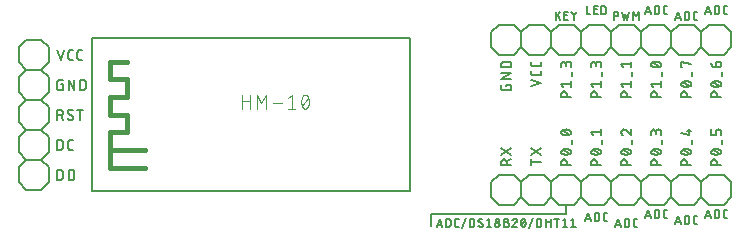
<source format=gto>
G04 EAGLE Gerber RS-274X export*
G75*
%MOMM*%
%FSLAX34Y34*%
%LPD*%
%INTop Silkscreen*%
%IPPOS*%
%AMOC8*
5,1,8,0,0,1.08239X$1,22.5*%
G01*
%ADD10C,0.152400*%
%ADD11C,0.127000*%
%ADD12C,0.203200*%
%ADD13C,0.406400*%
%ADD14C,0.101600*%


D10*
X51562Y156718D02*
X54441Y148082D01*
X57319Y156718D01*
X63067Y148082D02*
X64986Y148082D01*
X63067Y148082D02*
X62981Y148084D01*
X62895Y148090D01*
X62809Y148099D01*
X62724Y148113D01*
X62640Y148130D01*
X62556Y148151D01*
X62474Y148176D01*
X62393Y148204D01*
X62313Y148236D01*
X62234Y148272D01*
X62158Y148311D01*
X62083Y148354D01*
X62010Y148399D01*
X61939Y148448D01*
X61871Y148501D01*
X61804Y148556D01*
X61741Y148614D01*
X61680Y148675D01*
X61622Y148738D01*
X61567Y148805D01*
X61514Y148873D01*
X61465Y148944D01*
X61420Y149017D01*
X61377Y149092D01*
X61338Y149168D01*
X61302Y149247D01*
X61270Y149327D01*
X61242Y149408D01*
X61217Y149490D01*
X61196Y149574D01*
X61179Y149658D01*
X61165Y149743D01*
X61156Y149829D01*
X61150Y149915D01*
X61148Y150001D01*
X61148Y154799D01*
X61150Y154885D01*
X61156Y154971D01*
X61165Y155057D01*
X61179Y155142D01*
X61196Y155226D01*
X61217Y155310D01*
X61242Y155392D01*
X61270Y155473D01*
X61302Y155553D01*
X61338Y155632D01*
X61377Y155708D01*
X61420Y155783D01*
X61465Y155856D01*
X61514Y155927D01*
X61567Y155995D01*
X61622Y156062D01*
X61680Y156125D01*
X61741Y156186D01*
X61804Y156244D01*
X61871Y156299D01*
X61939Y156351D01*
X62010Y156401D01*
X62083Y156446D01*
X62158Y156489D01*
X62234Y156528D01*
X62313Y156564D01*
X62393Y156596D01*
X62474Y156624D01*
X62556Y156649D01*
X62640Y156670D01*
X62724Y156687D01*
X62809Y156701D01*
X62895Y156710D01*
X62981Y156716D01*
X63067Y156718D01*
X64986Y156718D01*
X70687Y148082D02*
X72606Y148082D01*
X70687Y148082D02*
X70601Y148084D01*
X70515Y148090D01*
X70429Y148099D01*
X70344Y148113D01*
X70260Y148130D01*
X70176Y148151D01*
X70094Y148176D01*
X70013Y148204D01*
X69933Y148236D01*
X69854Y148272D01*
X69778Y148311D01*
X69703Y148354D01*
X69630Y148399D01*
X69559Y148448D01*
X69491Y148501D01*
X69424Y148556D01*
X69361Y148614D01*
X69300Y148675D01*
X69242Y148738D01*
X69187Y148805D01*
X69134Y148873D01*
X69085Y148944D01*
X69040Y149017D01*
X68997Y149092D01*
X68958Y149168D01*
X68922Y149247D01*
X68890Y149327D01*
X68862Y149408D01*
X68837Y149490D01*
X68816Y149574D01*
X68799Y149658D01*
X68785Y149743D01*
X68776Y149829D01*
X68770Y149915D01*
X68768Y150001D01*
X68767Y150001D02*
X68767Y154799D01*
X68768Y154799D02*
X68770Y154885D01*
X68776Y154971D01*
X68785Y155057D01*
X68799Y155142D01*
X68816Y155226D01*
X68837Y155310D01*
X68862Y155392D01*
X68890Y155473D01*
X68922Y155553D01*
X68958Y155632D01*
X68997Y155708D01*
X69040Y155783D01*
X69085Y155856D01*
X69134Y155927D01*
X69187Y155995D01*
X69242Y156062D01*
X69300Y156125D01*
X69361Y156186D01*
X69424Y156244D01*
X69491Y156299D01*
X69559Y156351D01*
X69630Y156401D01*
X69703Y156446D01*
X69778Y156489D01*
X69854Y156528D01*
X69933Y156564D01*
X70013Y156596D01*
X70094Y156624D01*
X70176Y156649D01*
X70260Y156670D01*
X70344Y156687D01*
X70429Y156701D01*
X70515Y156710D01*
X70601Y156716D01*
X70687Y156718D01*
X72606Y156718D01*
X51562Y55118D02*
X51562Y46482D01*
X51562Y55118D02*
X53961Y55118D01*
X54058Y55116D01*
X54154Y55110D01*
X54250Y55101D01*
X54346Y55087D01*
X54441Y55070D01*
X54535Y55048D01*
X54628Y55023D01*
X54721Y54995D01*
X54812Y54962D01*
X54901Y54926D01*
X54989Y54886D01*
X55076Y54843D01*
X55161Y54797D01*
X55243Y54747D01*
X55324Y54693D01*
X55402Y54637D01*
X55478Y54577D01*
X55552Y54515D01*
X55623Y54449D01*
X55691Y54381D01*
X55757Y54310D01*
X55819Y54236D01*
X55879Y54160D01*
X55935Y54082D01*
X55989Y54001D01*
X56039Y53919D01*
X56085Y53834D01*
X56128Y53747D01*
X56168Y53659D01*
X56204Y53570D01*
X56237Y53479D01*
X56265Y53386D01*
X56290Y53293D01*
X56312Y53199D01*
X56329Y53104D01*
X56343Y53008D01*
X56352Y52912D01*
X56358Y52816D01*
X56360Y52719D01*
X56360Y48881D01*
X56358Y48784D01*
X56352Y48688D01*
X56343Y48592D01*
X56329Y48496D01*
X56312Y48401D01*
X56290Y48307D01*
X56265Y48214D01*
X56237Y48121D01*
X56204Y48030D01*
X56168Y47941D01*
X56128Y47853D01*
X56085Y47766D01*
X56039Y47681D01*
X55989Y47599D01*
X55935Y47518D01*
X55879Y47440D01*
X55819Y47364D01*
X55757Y47290D01*
X55691Y47219D01*
X55623Y47151D01*
X55552Y47085D01*
X55478Y47023D01*
X55402Y46963D01*
X55324Y46907D01*
X55243Y46853D01*
X55160Y46803D01*
X55076Y46757D01*
X54989Y46714D01*
X54901Y46674D01*
X54812Y46638D01*
X54721Y46605D01*
X54628Y46577D01*
X54535Y46552D01*
X54441Y46530D01*
X54346Y46513D01*
X54250Y46499D01*
X54154Y46490D01*
X54058Y46484D01*
X53961Y46482D01*
X51562Y46482D01*
X61316Y46482D02*
X61316Y55118D01*
X63714Y55118D01*
X63811Y55116D01*
X63907Y55110D01*
X64003Y55101D01*
X64099Y55087D01*
X64194Y55070D01*
X64288Y55048D01*
X64381Y55023D01*
X64474Y54995D01*
X64565Y54962D01*
X64654Y54926D01*
X64742Y54886D01*
X64829Y54843D01*
X64914Y54797D01*
X64996Y54747D01*
X65077Y54693D01*
X65155Y54637D01*
X65231Y54577D01*
X65305Y54515D01*
X65376Y54449D01*
X65444Y54381D01*
X65510Y54310D01*
X65572Y54236D01*
X65632Y54160D01*
X65688Y54082D01*
X65742Y54001D01*
X65792Y53919D01*
X65838Y53834D01*
X65881Y53747D01*
X65921Y53659D01*
X65957Y53570D01*
X65990Y53479D01*
X66018Y53386D01*
X66043Y53293D01*
X66065Y53199D01*
X66082Y53104D01*
X66096Y53008D01*
X66105Y52912D01*
X66111Y52816D01*
X66113Y52719D01*
X66113Y48881D01*
X66111Y48784D01*
X66105Y48688D01*
X66096Y48592D01*
X66082Y48496D01*
X66065Y48401D01*
X66043Y48307D01*
X66018Y48214D01*
X65990Y48121D01*
X65957Y48030D01*
X65921Y47941D01*
X65881Y47853D01*
X65838Y47766D01*
X65792Y47681D01*
X65742Y47599D01*
X65688Y47518D01*
X65632Y47440D01*
X65572Y47364D01*
X65510Y47290D01*
X65444Y47219D01*
X65376Y47151D01*
X65305Y47085D01*
X65231Y47023D01*
X65155Y46963D01*
X65077Y46907D01*
X64996Y46853D01*
X64913Y46803D01*
X64829Y46757D01*
X64742Y46714D01*
X64654Y46674D01*
X64565Y46638D01*
X64474Y46605D01*
X64381Y46577D01*
X64288Y46552D01*
X64194Y46530D01*
X64099Y46513D01*
X64003Y46499D01*
X63907Y46490D01*
X63811Y46484D01*
X63714Y46482D01*
X61316Y46482D01*
X51562Y71882D02*
X51562Y80518D01*
X53961Y80518D01*
X54058Y80516D01*
X54154Y80510D01*
X54250Y80501D01*
X54346Y80487D01*
X54441Y80470D01*
X54535Y80448D01*
X54628Y80423D01*
X54721Y80395D01*
X54812Y80362D01*
X54901Y80326D01*
X54989Y80286D01*
X55076Y80243D01*
X55161Y80197D01*
X55243Y80147D01*
X55324Y80093D01*
X55402Y80037D01*
X55478Y79977D01*
X55552Y79915D01*
X55623Y79849D01*
X55691Y79781D01*
X55757Y79710D01*
X55819Y79636D01*
X55879Y79560D01*
X55935Y79482D01*
X55989Y79401D01*
X56039Y79319D01*
X56085Y79234D01*
X56128Y79147D01*
X56168Y79059D01*
X56204Y78970D01*
X56237Y78879D01*
X56265Y78786D01*
X56290Y78693D01*
X56312Y78599D01*
X56329Y78504D01*
X56343Y78408D01*
X56352Y78312D01*
X56358Y78216D01*
X56360Y78119D01*
X56360Y74281D01*
X56358Y74184D01*
X56352Y74088D01*
X56343Y73992D01*
X56329Y73896D01*
X56312Y73801D01*
X56290Y73707D01*
X56265Y73614D01*
X56237Y73521D01*
X56204Y73430D01*
X56168Y73341D01*
X56128Y73253D01*
X56085Y73166D01*
X56039Y73081D01*
X55989Y72999D01*
X55935Y72918D01*
X55879Y72840D01*
X55819Y72764D01*
X55757Y72690D01*
X55691Y72619D01*
X55623Y72551D01*
X55552Y72485D01*
X55478Y72423D01*
X55402Y72363D01*
X55324Y72307D01*
X55243Y72253D01*
X55160Y72203D01*
X55076Y72157D01*
X54989Y72114D01*
X54901Y72074D01*
X54812Y72038D01*
X54721Y72005D01*
X54628Y71977D01*
X54535Y71952D01*
X54441Y71930D01*
X54346Y71913D01*
X54250Y71899D01*
X54154Y71890D01*
X54058Y71884D01*
X53961Y71882D01*
X51562Y71882D01*
X62892Y71882D02*
X64811Y71882D01*
X62892Y71882D02*
X62806Y71884D01*
X62720Y71890D01*
X62634Y71899D01*
X62549Y71913D01*
X62465Y71930D01*
X62381Y71951D01*
X62299Y71976D01*
X62218Y72004D01*
X62138Y72036D01*
X62059Y72072D01*
X61983Y72111D01*
X61908Y72154D01*
X61835Y72199D01*
X61764Y72248D01*
X61696Y72301D01*
X61629Y72356D01*
X61566Y72414D01*
X61505Y72475D01*
X61447Y72538D01*
X61392Y72605D01*
X61339Y72673D01*
X61290Y72744D01*
X61245Y72817D01*
X61202Y72892D01*
X61163Y72968D01*
X61127Y73047D01*
X61095Y73127D01*
X61067Y73208D01*
X61042Y73290D01*
X61021Y73374D01*
X61004Y73458D01*
X60990Y73543D01*
X60981Y73629D01*
X60975Y73715D01*
X60973Y73801D01*
X60973Y78599D01*
X60975Y78685D01*
X60981Y78771D01*
X60990Y78857D01*
X61004Y78942D01*
X61021Y79026D01*
X61042Y79110D01*
X61067Y79192D01*
X61095Y79273D01*
X61127Y79353D01*
X61163Y79432D01*
X61202Y79508D01*
X61245Y79583D01*
X61290Y79656D01*
X61339Y79727D01*
X61392Y79795D01*
X61447Y79862D01*
X61505Y79925D01*
X61566Y79986D01*
X61629Y80044D01*
X61696Y80099D01*
X61764Y80151D01*
X61835Y80201D01*
X61908Y80246D01*
X61983Y80289D01*
X62059Y80328D01*
X62138Y80364D01*
X62218Y80396D01*
X62299Y80424D01*
X62381Y80449D01*
X62465Y80470D01*
X62549Y80487D01*
X62634Y80501D01*
X62720Y80510D01*
X62806Y80516D01*
X62892Y80518D01*
X64811Y80518D01*
X51562Y97282D02*
X51562Y105918D01*
X53961Y105918D01*
X54058Y105916D01*
X54154Y105910D01*
X54250Y105901D01*
X54346Y105887D01*
X54441Y105870D01*
X54535Y105848D01*
X54628Y105823D01*
X54721Y105795D01*
X54812Y105762D01*
X54901Y105726D01*
X54989Y105686D01*
X55076Y105643D01*
X55161Y105597D01*
X55243Y105547D01*
X55324Y105493D01*
X55402Y105437D01*
X55478Y105377D01*
X55552Y105315D01*
X55623Y105249D01*
X55691Y105181D01*
X55757Y105110D01*
X55819Y105036D01*
X55879Y104960D01*
X55935Y104882D01*
X55989Y104801D01*
X56039Y104718D01*
X56085Y104634D01*
X56128Y104547D01*
X56168Y104459D01*
X56204Y104370D01*
X56237Y104279D01*
X56265Y104186D01*
X56290Y104093D01*
X56312Y103999D01*
X56329Y103904D01*
X56343Y103808D01*
X56352Y103712D01*
X56358Y103616D01*
X56360Y103519D01*
X56358Y103422D01*
X56352Y103326D01*
X56343Y103230D01*
X56329Y103134D01*
X56312Y103039D01*
X56290Y102945D01*
X56265Y102852D01*
X56237Y102759D01*
X56204Y102668D01*
X56168Y102579D01*
X56128Y102491D01*
X56085Y102404D01*
X56039Y102319D01*
X55989Y102237D01*
X55935Y102156D01*
X55879Y102078D01*
X55819Y102002D01*
X55757Y101928D01*
X55691Y101857D01*
X55623Y101789D01*
X55552Y101723D01*
X55478Y101661D01*
X55402Y101601D01*
X55324Y101545D01*
X55243Y101491D01*
X55160Y101441D01*
X55076Y101395D01*
X54989Y101352D01*
X54901Y101312D01*
X54812Y101276D01*
X54721Y101243D01*
X54628Y101215D01*
X54535Y101190D01*
X54441Y101168D01*
X54346Y101151D01*
X54250Y101137D01*
X54154Y101128D01*
X54058Y101122D01*
X53961Y101120D01*
X51562Y101120D01*
X54441Y101120D02*
X56360Y97282D01*
X63195Y97282D02*
X63281Y97284D01*
X63367Y97290D01*
X63453Y97299D01*
X63538Y97313D01*
X63622Y97330D01*
X63706Y97351D01*
X63788Y97376D01*
X63869Y97404D01*
X63949Y97436D01*
X64028Y97472D01*
X64104Y97511D01*
X64179Y97554D01*
X64252Y97599D01*
X64323Y97649D01*
X64391Y97701D01*
X64458Y97756D01*
X64521Y97814D01*
X64582Y97875D01*
X64640Y97938D01*
X64695Y98005D01*
X64748Y98073D01*
X64797Y98144D01*
X64842Y98217D01*
X64885Y98292D01*
X64924Y98368D01*
X64960Y98447D01*
X64992Y98527D01*
X65020Y98608D01*
X65045Y98690D01*
X65066Y98774D01*
X65083Y98858D01*
X65097Y98943D01*
X65106Y99029D01*
X65112Y99115D01*
X65114Y99201D01*
X63195Y97282D02*
X63072Y97284D01*
X62949Y97289D01*
X62826Y97299D01*
X62704Y97312D01*
X62582Y97329D01*
X62460Y97349D01*
X62340Y97373D01*
X62220Y97401D01*
X62101Y97432D01*
X61983Y97467D01*
X61866Y97506D01*
X61750Y97548D01*
X61636Y97594D01*
X61523Y97643D01*
X61412Y97695D01*
X61302Y97751D01*
X61194Y97810D01*
X61088Y97873D01*
X60983Y97938D01*
X60881Y98007D01*
X60781Y98079D01*
X60684Y98154D01*
X60588Y98231D01*
X60495Y98312D01*
X60404Y98395D01*
X60316Y98481D01*
X60557Y103999D02*
X60559Y104085D01*
X60565Y104171D01*
X60574Y104257D01*
X60588Y104342D01*
X60605Y104426D01*
X60626Y104510D01*
X60651Y104592D01*
X60679Y104673D01*
X60711Y104753D01*
X60747Y104832D01*
X60786Y104908D01*
X60829Y104983D01*
X60874Y105056D01*
X60923Y105127D01*
X60976Y105195D01*
X61031Y105262D01*
X61089Y105325D01*
X61150Y105386D01*
X61213Y105444D01*
X61280Y105499D01*
X61348Y105552D01*
X61419Y105601D01*
X61492Y105646D01*
X61567Y105689D01*
X61643Y105728D01*
X61722Y105764D01*
X61802Y105796D01*
X61883Y105824D01*
X61965Y105849D01*
X62049Y105870D01*
X62133Y105887D01*
X62218Y105901D01*
X62304Y105910D01*
X62390Y105916D01*
X62476Y105918D01*
X62592Y105916D01*
X62707Y105911D01*
X62823Y105901D01*
X62938Y105888D01*
X63052Y105872D01*
X63166Y105851D01*
X63280Y105827D01*
X63392Y105799D01*
X63503Y105768D01*
X63614Y105733D01*
X63723Y105695D01*
X63831Y105653D01*
X63937Y105608D01*
X64043Y105559D01*
X64146Y105507D01*
X64248Y105452D01*
X64347Y105393D01*
X64445Y105331D01*
X64541Y105266D01*
X64635Y105198D01*
X61516Y102320D02*
X61442Y102366D01*
X61369Y102416D01*
X61299Y102469D01*
X61231Y102525D01*
X61166Y102584D01*
X61103Y102646D01*
X61044Y102711D01*
X60987Y102778D01*
X60933Y102848D01*
X60883Y102920D01*
X60836Y102994D01*
X60792Y103070D01*
X60752Y103149D01*
X60716Y103229D01*
X60683Y103310D01*
X60654Y103393D01*
X60628Y103478D01*
X60606Y103563D01*
X60589Y103649D01*
X60575Y103736D01*
X60565Y103823D01*
X60559Y103911D01*
X60557Y103999D01*
X64155Y100880D02*
X64229Y100834D01*
X64302Y100784D01*
X64372Y100731D01*
X64440Y100675D01*
X64505Y100616D01*
X64568Y100554D01*
X64627Y100489D01*
X64684Y100422D01*
X64738Y100352D01*
X64788Y100280D01*
X64835Y100206D01*
X64879Y100130D01*
X64919Y100051D01*
X64955Y99971D01*
X64988Y99890D01*
X65017Y99807D01*
X65043Y99722D01*
X65065Y99637D01*
X65082Y99551D01*
X65096Y99464D01*
X65106Y99377D01*
X65112Y99289D01*
X65114Y99201D01*
X64155Y100880D02*
X61516Y102320D01*
X70945Y105918D02*
X70945Y97282D01*
X68546Y105918D02*
X73344Y105918D01*
X56360Y127480D02*
X54920Y127480D01*
X56360Y127480D02*
X56360Y122682D01*
X53481Y122682D01*
X53395Y122684D01*
X53309Y122690D01*
X53223Y122699D01*
X53138Y122713D01*
X53054Y122730D01*
X52970Y122751D01*
X52888Y122776D01*
X52807Y122804D01*
X52727Y122836D01*
X52648Y122872D01*
X52572Y122911D01*
X52497Y122954D01*
X52424Y122999D01*
X52353Y123048D01*
X52285Y123101D01*
X52218Y123156D01*
X52155Y123214D01*
X52094Y123275D01*
X52036Y123338D01*
X51981Y123405D01*
X51928Y123473D01*
X51879Y123544D01*
X51834Y123617D01*
X51791Y123692D01*
X51752Y123768D01*
X51716Y123847D01*
X51684Y123927D01*
X51656Y124008D01*
X51631Y124090D01*
X51610Y124174D01*
X51593Y124258D01*
X51579Y124343D01*
X51570Y124429D01*
X51564Y124515D01*
X51562Y124601D01*
X51562Y129399D01*
X51564Y129485D01*
X51570Y129571D01*
X51579Y129657D01*
X51593Y129742D01*
X51610Y129826D01*
X51631Y129910D01*
X51656Y129992D01*
X51684Y130073D01*
X51716Y130153D01*
X51752Y130232D01*
X51791Y130308D01*
X51834Y130383D01*
X51879Y130456D01*
X51928Y130527D01*
X51981Y130595D01*
X52036Y130662D01*
X52094Y130725D01*
X52155Y130786D01*
X52218Y130844D01*
X52285Y130899D01*
X52353Y130951D01*
X52424Y131001D01*
X52497Y131046D01*
X52572Y131089D01*
X52648Y131128D01*
X52727Y131164D01*
X52807Y131196D01*
X52888Y131224D01*
X52970Y131249D01*
X53054Y131270D01*
X53138Y131287D01*
X53223Y131301D01*
X53309Y131310D01*
X53395Y131316D01*
X53481Y131318D01*
X56360Y131318D01*
X61316Y131318D02*
X61316Y122682D01*
X66113Y122682D02*
X61316Y131318D01*
X66113Y131318D02*
X66113Y122682D01*
X71069Y122682D02*
X71069Y131318D01*
X73468Y131318D01*
X73565Y131316D01*
X73661Y131310D01*
X73757Y131301D01*
X73853Y131287D01*
X73948Y131270D01*
X74042Y131248D01*
X74135Y131223D01*
X74228Y131195D01*
X74319Y131162D01*
X74408Y131126D01*
X74496Y131086D01*
X74583Y131043D01*
X74668Y130997D01*
X74750Y130947D01*
X74831Y130893D01*
X74909Y130837D01*
X74985Y130777D01*
X75059Y130715D01*
X75130Y130649D01*
X75198Y130581D01*
X75264Y130510D01*
X75326Y130436D01*
X75386Y130360D01*
X75442Y130282D01*
X75496Y130201D01*
X75546Y130119D01*
X75592Y130034D01*
X75635Y129947D01*
X75675Y129859D01*
X75711Y129770D01*
X75744Y129679D01*
X75772Y129586D01*
X75797Y129493D01*
X75819Y129399D01*
X75836Y129304D01*
X75850Y129208D01*
X75859Y129112D01*
X75865Y129016D01*
X75867Y128919D01*
X75867Y125081D01*
X75865Y124984D01*
X75859Y124888D01*
X75850Y124792D01*
X75836Y124696D01*
X75819Y124601D01*
X75797Y124507D01*
X75772Y124414D01*
X75744Y124321D01*
X75711Y124230D01*
X75675Y124141D01*
X75635Y124053D01*
X75592Y123966D01*
X75546Y123881D01*
X75496Y123799D01*
X75442Y123718D01*
X75386Y123640D01*
X75326Y123564D01*
X75264Y123490D01*
X75198Y123419D01*
X75130Y123351D01*
X75059Y123285D01*
X74985Y123223D01*
X74909Y123163D01*
X74831Y123107D01*
X74750Y123053D01*
X74668Y123003D01*
X74583Y122957D01*
X74496Y122914D01*
X74408Y122874D01*
X74319Y122838D01*
X74228Y122805D01*
X74135Y122777D01*
X74042Y122752D01*
X73948Y122730D01*
X73853Y122713D01*
X73757Y122699D01*
X73661Y122690D01*
X73565Y122684D01*
X73468Y122682D01*
X71069Y122682D01*
X427482Y59182D02*
X436118Y59182D01*
X427482Y59182D02*
X427482Y61581D01*
X427484Y61678D01*
X427490Y61774D01*
X427499Y61870D01*
X427513Y61966D01*
X427530Y62061D01*
X427552Y62155D01*
X427577Y62248D01*
X427605Y62341D01*
X427638Y62432D01*
X427674Y62521D01*
X427714Y62609D01*
X427757Y62696D01*
X427803Y62781D01*
X427853Y62863D01*
X427907Y62944D01*
X427963Y63022D01*
X428023Y63098D01*
X428085Y63172D01*
X428151Y63243D01*
X428219Y63311D01*
X428290Y63377D01*
X428364Y63439D01*
X428440Y63499D01*
X428518Y63555D01*
X428599Y63609D01*
X428682Y63659D01*
X428766Y63705D01*
X428853Y63748D01*
X428941Y63788D01*
X429030Y63824D01*
X429121Y63857D01*
X429214Y63885D01*
X429307Y63910D01*
X429401Y63932D01*
X429496Y63949D01*
X429592Y63963D01*
X429688Y63972D01*
X429784Y63978D01*
X429881Y63980D01*
X429978Y63978D01*
X430074Y63972D01*
X430170Y63963D01*
X430266Y63949D01*
X430361Y63932D01*
X430455Y63910D01*
X430548Y63885D01*
X430641Y63857D01*
X430732Y63824D01*
X430821Y63788D01*
X430909Y63748D01*
X430996Y63705D01*
X431081Y63659D01*
X431163Y63609D01*
X431244Y63555D01*
X431322Y63499D01*
X431398Y63439D01*
X431472Y63377D01*
X431543Y63311D01*
X431611Y63243D01*
X431677Y63172D01*
X431739Y63098D01*
X431799Y63022D01*
X431855Y62944D01*
X431909Y62863D01*
X431959Y62781D01*
X432005Y62696D01*
X432048Y62609D01*
X432088Y62521D01*
X432124Y62432D01*
X432157Y62341D01*
X432185Y62248D01*
X432210Y62155D01*
X432232Y62061D01*
X432249Y61966D01*
X432263Y61870D01*
X432272Y61774D01*
X432278Y61678D01*
X432280Y61581D01*
X432280Y59182D01*
X432280Y62061D02*
X436118Y63980D01*
X436118Y67762D02*
X427482Y73519D01*
X427482Y67762D02*
X436118Y73519D01*
X452882Y61581D02*
X461518Y61581D01*
X452882Y59182D02*
X452882Y63980D01*
X452882Y72994D02*
X461518Y67237D01*
X461518Y72994D02*
X452882Y67237D01*
X478282Y59182D02*
X486918Y59182D01*
X478282Y59182D02*
X478282Y61581D01*
X478284Y61678D01*
X478290Y61774D01*
X478299Y61870D01*
X478313Y61966D01*
X478330Y62061D01*
X478352Y62155D01*
X478377Y62248D01*
X478405Y62341D01*
X478438Y62432D01*
X478474Y62521D01*
X478514Y62609D01*
X478557Y62696D01*
X478603Y62781D01*
X478653Y62863D01*
X478707Y62944D01*
X478763Y63022D01*
X478823Y63098D01*
X478885Y63172D01*
X478951Y63243D01*
X479019Y63311D01*
X479090Y63377D01*
X479164Y63439D01*
X479240Y63499D01*
X479318Y63555D01*
X479399Y63609D01*
X479482Y63659D01*
X479566Y63705D01*
X479653Y63748D01*
X479741Y63788D01*
X479830Y63824D01*
X479921Y63857D01*
X480014Y63885D01*
X480107Y63910D01*
X480201Y63932D01*
X480296Y63949D01*
X480392Y63963D01*
X480488Y63972D01*
X480584Y63978D01*
X480681Y63980D01*
X480778Y63978D01*
X480874Y63972D01*
X480970Y63963D01*
X481066Y63949D01*
X481161Y63932D01*
X481255Y63910D01*
X481348Y63885D01*
X481441Y63857D01*
X481532Y63824D01*
X481621Y63788D01*
X481709Y63748D01*
X481796Y63705D01*
X481881Y63659D01*
X481963Y63609D01*
X482044Y63555D01*
X482122Y63499D01*
X482198Y63439D01*
X482272Y63377D01*
X482343Y63311D01*
X482411Y63243D01*
X482477Y63172D01*
X482539Y63098D01*
X482599Y63022D01*
X482655Y62944D01*
X482709Y62863D01*
X482759Y62781D01*
X482805Y62696D01*
X482848Y62609D01*
X482888Y62521D01*
X482924Y62432D01*
X482957Y62341D01*
X482985Y62248D01*
X483010Y62155D01*
X483032Y62061D01*
X483049Y61966D01*
X483063Y61870D01*
X483072Y61774D01*
X483078Y61678D01*
X483080Y61581D01*
X483080Y59182D01*
X482600Y67826D02*
X482430Y67828D01*
X482260Y67834D01*
X482091Y67844D01*
X481921Y67858D01*
X481752Y67877D01*
X481584Y67899D01*
X481416Y67925D01*
X481249Y67955D01*
X481083Y67990D01*
X480917Y68028D01*
X480752Y68070D01*
X480589Y68116D01*
X480427Y68166D01*
X480265Y68220D01*
X480106Y68277D01*
X479947Y68339D01*
X479790Y68404D01*
X479635Y68473D01*
X479481Y68546D01*
X479405Y68574D01*
X479330Y68606D01*
X479256Y68641D01*
X479184Y68679D01*
X479114Y68721D01*
X479046Y68766D01*
X478980Y68814D01*
X478916Y68865D01*
X478855Y68919D01*
X478796Y68975D01*
X478740Y69035D01*
X478687Y69096D01*
X478637Y69160D01*
X478589Y69227D01*
X478545Y69295D01*
X478504Y69366D01*
X478466Y69438D01*
X478432Y69512D01*
X478401Y69587D01*
X478373Y69664D01*
X478349Y69742D01*
X478329Y69821D01*
X478312Y69901D01*
X478299Y69981D01*
X478289Y70062D01*
X478284Y70143D01*
X478282Y70225D01*
X478284Y70307D01*
X478289Y70388D01*
X478299Y70469D01*
X478312Y70549D01*
X478329Y70629D01*
X478349Y70708D01*
X478373Y70786D01*
X478401Y70863D01*
X478432Y70938D01*
X478466Y71012D01*
X478504Y71084D01*
X478545Y71155D01*
X478589Y71223D01*
X478637Y71290D01*
X478687Y71354D01*
X478740Y71415D01*
X478796Y71475D01*
X478855Y71531D01*
X478916Y71585D01*
X478980Y71636D01*
X479046Y71684D01*
X479114Y71729D01*
X479184Y71771D01*
X479256Y71809D01*
X479330Y71844D01*
X479405Y71876D01*
X479481Y71904D01*
X479635Y71977D01*
X479790Y72046D01*
X479947Y72111D01*
X480106Y72173D01*
X480265Y72230D01*
X480427Y72284D01*
X480589Y72334D01*
X480752Y72380D01*
X480917Y72422D01*
X481083Y72460D01*
X481249Y72495D01*
X481416Y72525D01*
X481584Y72551D01*
X481752Y72573D01*
X481921Y72592D01*
X482091Y72606D01*
X482260Y72616D01*
X482430Y72622D01*
X482600Y72624D01*
X482600Y67826D02*
X482770Y67828D01*
X482940Y67834D01*
X483109Y67844D01*
X483279Y67858D01*
X483448Y67877D01*
X483616Y67899D01*
X483784Y67925D01*
X483951Y67955D01*
X484117Y67990D01*
X484283Y68028D01*
X484448Y68070D01*
X484611Y68116D01*
X484773Y68166D01*
X484935Y68220D01*
X485094Y68277D01*
X485253Y68339D01*
X485410Y68404D01*
X485565Y68473D01*
X485719Y68546D01*
X485795Y68574D01*
X485870Y68606D01*
X485944Y68641D01*
X486016Y68679D01*
X486086Y68721D01*
X486154Y68766D01*
X486220Y68814D01*
X486284Y68865D01*
X486345Y68919D01*
X486404Y68975D01*
X486460Y69035D01*
X486513Y69096D01*
X486563Y69160D01*
X486611Y69227D01*
X486655Y69295D01*
X486696Y69366D01*
X486734Y69438D01*
X486768Y69512D01*
X486799Y69587D01*
X486827Y69664D01*
X486851Y69742D01*
X486871Y69821D01*
X486888Y69901D01*
X486901Y69981D01*
X486911Y70062D01*
X486916Y70143D01*
X486918Y70225D01*
X485719Y71904D02*
X485565Y71977D01*
X485410Y72046D01*
X485253Y72111D01*
X485094Y72173D01*
X484935Y72230D01*
X484773Y72284D01*
X484611Y72334D01*
X484448Y72380D01*
X484283Y72422D01*
X484117Y72460D01*
X483951Y72495D01*
X483784Y72525D01*
X483616Y72551D01*
X483448Y72573D01*
X483279Y72592D01*
X483109Y72606D01*
X482940Y72616D01*
X482770Y72622D01*
X482600Y72624D01*
X485719Y71904D02*
X485795Y71876D01*
X485870Y71844D01*
X485944Y71809D01*
X486016Y71771D01*
X486086Y71729D01*
X486154Y71684D01*
X486220Y71636D01*
X486284Y71585D01*
X486345Y71531D01*
X486404Y71475D01*
X486460Y71415D01*
X486513Y71354D01*
X486563Y71290D01*
X486611Y71223D01*
X486655Y71155D01*
X486696Y71084D01*
X486734Y71012D01*
X486768Y70938D01*
X486799Y70863D01*
X486827Y70786D01*
X486851Y70708D01*
X486871Y70629D01*
X486888Y70549D01*
X486901Y70469D01*
X486911Y70388D01*
X486916Y70307D01*
X486918Y70225D01*
X484999Y68306D02*
X480201Y72144D01*
X487878Y76536D02*
X487878Y80374D01*
X482600Y84285D02*
X482430Y84287D01*
X482260Y84293D01*
X482091Y84303D01*
X481921Y84317D01*
X481752Y84336D01*
X481584Y84358D01*
X481416Y84384D01*
X481249Y84414D01*
X481083Y84449D01*
X480917Y84487D01*
X480752Y84529D01*
X480589Y84575D01*
X480427Y84625D01*
X480265Y84679D01*
X480106Y84736D01*
X479947Y84798D01*
X479790Y84863D01*
X479635Y84932D01*
X479481Y85005D01*
X479405Y85033D01*
X479330Y85065D01*
X479256Y85100D01*
X479184Y85138D01*
X479114Y85180D01*
X479046Y85225D01*
X478980Y85273D01*
X478916Y85324D01*
X478855Y85378D01*
X478796Y85434D01*
X478740Y85494D01*
X478687Y85555D01*
X478637Y85619D01*
X478589Y85686D01*
X478545Y85754D01*
X478504Y85825D01*
X478466Y85897D01*
X478432Y85971D01*
X478401Y86046D01*
X478373Y86123D01*
X478349Y86201D01*
X478329Y86280D01*
X478312Y86360D01*
X478299Y86440D01*
X478289Y86521D01*
X478284Y86602D01*
X478282Y86684D01*
X478284Y86766D01*
X478289Y86847D01*
X478299Y86928D01*
X478312Y87008D01*
X478329Y87088D01*
X478349Y87167D01*
X478373Y87245D01*
X478401Y87322D01*
X478432Y87397D01*
X478466Y87471D01*
X478504Y87543D01*
X478545Y87614D01*
X478589Y87682D01*
X478637Y87749D01*
X478687Y87813D01*
X478740Y87874D01*
X478796Y87934D01*
X478855Y87990D01*
X478916Y88044D01*
X478980Y88095D01*
X479046Y88143D01*
X479114Y88188D01*
X479184Y88230D01*
X479256Y88268D01*
X479330Y88303D01*
X479405Y88335D01*
X479481Y88363D01*
X479481Y88364D02*
X479635Y88437D01*
X479790Y88506D01*
X479947Y88571D01*
X480106Y88633D01*
X480265Y88690D01*
X480427Y88744D01*
X480589Y88794D01*
X480752Y88840D01*
X480917Y88882D01*
X481083Y88920D01*
X481249Y88955D01*
X481416Y88985D01*
X481584Y89011D01*
X481752Y89033D01*
X481921Y89052D01*
X482091Y89066D01*
X482260Y89076D01*
X482430Y89082D01*
X482600Y89084D01*
X482600Y84285D02*
X482770Y84287D01*
X482940Y84293D01*
X483109Y84303D01*
X483279Y84317D01*
X483448Y84336D01*
X483616Y84358D01*
X483784Y84384D01*
X483951Y84414D01*
X484117Y84449D01*
X484283Y84487D01*
X484448Y84529D01*
X484611Y84575D01*
X484773Y84625D01*
X484935Y84679D01*
X485094Y84736D01*
X485253Y84798D01*
X485410Y84863D01*
X485565Y84932D01*
X485719Y85005D01*
X485795Y85033D01*
X485870Y85065D01*
X485944Y85100D01*
X486016Y85138D01*
X486086Y85180D01*
X486154Y85225D01*
X486220Y85273D01*
X486284Y85324D01*
X486345Y85378D01*
X486404Y85434D01*
X486460Y85494D01*
X486513Y85555D01*
X486563Y85619D01*
X486611Y85686D01*
X486655Y85754D01*
X486696Y85825D01*
X486734Y85897D01*
X486768Y85971D01*
X486799Y86046D01*
X486827Y86123D01*
X486851Y86201D01*
X486871Y86280D01*
X486888Y86360D01*
X486901Y86440D01*
X486911Y86521D01*
X486916Y86602D01*
X486918Y86684D01*
X485719Y88364D02*
X485565Y88437D01*
X485410Y88506D01*
X485253Y88571D01*
X485094Y88633D01*
X484935Y88690D01*
X484773Y88744D01*
X484611Y88794D01*
X484448Y88840D01*
X484283Y88882D01*
X484117Y88920D01*
X483951Y88955D01*
X483784Y88985D01*
X483616Y89011D01*
X483448Y89033D01*
X483279Y89052D01*
X483109Y89066D01*
X482940Y89076D01*
X482770Y89082D01*
X482600Y89084D01*
X485719Y88363D02*
X485795Y88335D01*
X485870Y88303D01*
X485944Y88268D01*
X486016Y88230D01*
X486086Y88188D01*
X486154Y88143D01*
X486220Y88095D01*
X486284Y88044D01*
X486345Y87990D01*
X486404Y87934D01*
X486460Y87874D01*
X486513Y87813D01*
X486563Y87749D01*
X486611Y87682D01*
X486655Y87614D01*
X486696Y87543D01*
X486734Y87471D01*
X486768Y87397D01*
X486799Y87322D01*
X486827Y87245D01*
X486851Y87167D01*
X486871Y87088D01*
X486888Y87008D01*
X486901Y86928D01*
X486911Y86847D01*
X486916Y86766D01*
X486918Y86684D01*
X484999Y84765D02*
X480201Y88604D01*
X503682Y59182D02*
X512318Y59182D01*
X503682Y59182D02*
X503682Y61581D01*
X503684Y61678D01*
X503690Y61774D01*
X503699Y61870D01*
X503713Y61966D01*
X503730Y62061D01*
X503752Y62155D01*
X503777Y62248D01*
X503805Y62341D01*
X503838Y62432D01*
X503874Y62521D01*
X503914Y62609D01*
X503957Y62696D01*
X504003Y62781D01*
X504053Y62863D01*
X504107Y62944D01*
X504163Y63022D01*
X504223Y63098D01*
X504285Y63172D01*
X504351Y63243D01*
X504419Y63311D01*
X504490Y63377D01*
X504564Y63439D01*
X504640Y63499D01*
X504718Y63555D01*
X504799Y63609D01*
X504882Y63659D01*
X504966Y63705D01*
X505053Y63748D01*
X505141Y63788D01*
X505230Y63824D01*
X505321Y63857D01*
X505414Y63885D01*
X505507Y63910D01*
X505601Y63932D01*
X505696Y63949D01*
X505792Y63963D01*
X505888Y63972D01*
X505984Y63978D01*
X506081Y63980D01*
X506178Y63978D01*
X506274Y63972D01*
X506370Y63963D01*
X506466Y63949D01*
X506561Y63932D01*
X506655Y63910D01*
X506748Y63885D01*
X506841Y63857D01*
X506932Y63824D01*
X507021Y63788D01*
X507109Y63748D01*
X507196Y63705D01*
X507281Y63659D01*
X507363Y63609D01*
X507444Y63555D01*
X507522Y63499D01*
X507598Y63439D01*
X507672Y63377D01*
X507743Y63311D01*
X507811Y63243D01*
X507877Y63172D01*
X507939Y63098D01*
X507999Y63022D01*
X508055Y62944D01*
X508109Y62863D01*
X508159Y62781D01*
X508205Y62696D01*
X508248Y62609D01*
X508288Y62521D01*
X508324Y62432D01*
X508357Y62341D01*
X508385Y62248D01*
X508410Y62155D01*
X508432Y62061D01*
X508449Y61966D01*
X508463Y61870D01*
X508472Y61774D01*
X508478Y61678D01*
X508480Y61581D01*
X508480Y59182D01*
X508000Y67826D02*
X507830Y67828D01*
X507660Y67834D01*
X507491Y67844D01*
X507321Y67858D01*
X507152Y67877D01*
X506984Y67899D01*
X506816Y67925D01*
X506649Y67955D01*
X506483Y67990D01*
X506317Y68028D01*
X506152Y68070D01*
X505989Y68116D01*
X505827Y68166D01*
X505665Y68220D01*
X505506Y68277D01*
X505347Y68339D01*
X505190Y68404D01*
X505035Y68473D01*
X504881Y68546D01*
X504805Y68574D01*
X504730Y68606D01*
X504656Y68641D01*
X504584Y68679D01*
X504514Y68721D01*
X504446Y68766D01*
X504380Y68814D01*
X504316Y68865D01*
X504255Y68919D01*
X504196Y68975D01*
X504140Y69035D01*
X504087Y69096D01*
X504037Y69160D01*
X503989Y69227D01*
X503945Y69295D01*
X503904Y69366D01*
X503866Y69438D01*
X503832Y69512D01*
X503801Y69587D01*
X503773Y69664D01*
X503749Y69742D01*
X503729Y69821D01*
X503712Y69901D01*
X503699Y69981D01*
X503689Y70062D01*
X503684Y70143D01*
X503682Y70225D01*
X503684Y70307D01*
X503689Y70388D01*
X503699Y70469D01*
X503712Y70549D01*
X503729Y70629D01*
X503749Y70708D01*
X503773Y70786D01*
X503801Y70863D01*
X503832Y70938D01*
X503866Y71012D01*
X503904Y71084D01*
X503945Y71155D01*
X503989Y71223D01*
X504037Y71290D01*
X504087Y71354D01*
X504140Y71415D01*
X504196Y71475D01*
X504255Y71531D01*
X504316Y71585D01*
X504380Y71636D01*
X504446Y71684D01*
X504514Y71729D01*
X504584Y71771D01*
X504656Y71809D01*
X504730Y71844D01*
X504805Y71876D01*
X504881Y71904D01*
X505035Y71977D01*
X505190Y72046D01*
X505347Y72111D01*
X505506Y72173D01*
X505665Y72230D01*
X505827Y72284D01*
X505989Y72334D01*
X506152Y72380D01*
X506317Y72422D01*
X506483Y72460D01*
X506649Y72495D01*
X506816Y72525D01*
X506984Y72551D01*
X507152Y72573D01*
X507321Y72592D01*
X507491Y72606D01*
X507660Y72616D01*
X507830Y72622D01*
X508000Y72624D01*
X508000Y67826D02*
X508170Y67828D01*
X508340Y67834D01*
X508509Y67844D01*
X508679Y67858D01*
X508848Y67877D01*
X509016Y67899D01*
X509184Y67925D01*
X509351Y67955D01*
X509517Y67990D01*
X509683Y68028D01*
X509848Y68070D01*
X510011Y68116D01*
X510173Y68166D01*
X510335Y68220D01*
X510494Y68277D01*
X510653Y68339D01*
X510810Y68404D01*
X510965Y68473D01*
X511119Y68546D01*
X511195Y68574D01*
X511270Y68606D01*
X511344Y68641D01*
X511416Y68679D01*
X511486Y68721D01*
X511554Y68766D01*
X511620Y68814D01*
X511684Y68865D01*
X511745Y68919D01*
X511804Y68975D01*
X511860Y69035D01*
X511913Y69096D01*
X511963Y69160D01*
X512011Y69227D01*
X512055Y69295D01*
X512096Y69366D01*
X512134Y69438D01*
X512168Y69512D01*
X512199Y69587D01*
X512227Y69664D01*
X512251Y69742D01*
X512271Y69821D01*
X512288Y69901D01*
X512301Y69981D01*
X512311Y70062D01*
X512316Y70143D01*
X512318Y70225D01*
X511119Y71904D02*
X510965Y71977D01*
X510810Y72046D01*
X510653Y72111D01*
X510494Y72173D01*
X510335Y72230D01*
X510173Y72284D01*
X510011Y72334D01*
X509848Y72380D01*
X509683Y72422D01*
X509517Y72460D01*
X509351Y72495D01*
X509184Y72525D01*
X509016Y72551D01*
X508848Y72573D01*
X508679Y72592D01*
X508509Y72606D01*
X508340Y72616D01*
X508170Y72622D01*
X508000Y72624D01*
X511119Y71904D02*
X511195Y71876D01*
X511270Y71844D01*
X511344Y71809D01*
X511416Y71771D01*
X511486Y71729D01*
X511554Y71684D01*
X511620Y71636D01*
X511684Y71585D01*
X511745Y71531D01*
X511804Y71475D01*
X511860Y71415D01*
X511913Y71354D01*
X511963Y71290D01*
X512011Y71223D01*
X512055Y71155D01*
X512096Y71084D01*
X512134Y71012D01*
X512168Y70938D01*
X512199Y70863D01*
X512227Y70786D01*
X512251Y70708D01*
X512271Y70629D01*
X512288Y70549D01*
X512301Y70469D01*
X512311Y70388D01*
X512316Y70307D01*
X512318Y70225D01*
X510399Y68306D02*
X505601Y72144D01*
X513278Y76536D02*
X513278Y80374D01*
X505601Y84286D02*
X503682Y86684D01*
X512318Y86684D01*
X512318Y84286D02*
X512318Y89083D01*
X529082Y59182D02*
X537718Y59182D01*
X529082Y59182D02*
X529082Y61581D01*
X529084Y61678D01*
X529090Y61774D01*
X529099Y61870D01*
X529113Y61966D01*
X529130Y62061D01*
X529152Y62155D01*
X529177Y62248D01*
X529205Y62341D01*
X529238Y62432D01*
X529274Y62521D01*
X529314Y62609D01*
X529357Y62696D01*
X529403Y62781D01*
X529453Y62863D01*
X529507Y62944D01*
X529563Y63022D01*
X529623Y63098D01*
X529685Y63172D01*
X529751Y63243D01*
X529819Y63311D01*
X529890Y63377D01*
X529964Y63439D01*
X530040Y63499D01*
X530118Y63555D01*
X530199Y63609D01*
X530282Y63659D01*
X530366Y63705D01*
X530453Y63748D01*
X530541Y63788D01*
X530630Y63824D01*
X530721Y63857D01*
X530814Y63885D01*
X530907Y63910D01*
X531001Y63932D01*
X531096Y63949D01*
X531192Y63963D01*
X531288Y63972D01*
X531384Y63978D01*
X531481Y63980D01*
X531578Y63978D01*
X531674Y63972D01*
X531770Y63963D01*
X531866Y63949D01*
X531961Y63932D01*
X532055Y63910D01*
X532148Y63885D01*
X532241Y63857D01*
X532332Y63824D01*
X532421Y63788D01*
X532509Y63748D01*
X532596Y63705D01*
X532681Y63659D01*
X532763Y63609D01*
X532844Y63555D01*
X532922Y63499D01*
X532998Y63439D01*
X533072Y63377D01*
X533143Y63311D01*
X533211Y63243D01*
X533277Y63172D01*
X533339Y63098D01*
X533399Y63022D01*
X533455Y62944D01*
X533509Y62863D01*
X533559Y62781D01*
X533605Y62696D01*
X533648Y62609D01*
X533688Y62521D01*
X533724Y62432D01*
X533757Y62341D01*
X533785Y62248D01*
X533810Y62155D01*
X533832Y62061D01*
X533849Y61966D01*
X533863Y61870D01*
X533872Y61774D01*
X533878Y61678D01*
X533880Y61581D01*
X533880Y59182D01*
X533400Y67826D02*
X533230Y67828D01*
X533060Y67834D01*
X532891Y67844D01*
X532721Y67858D01*
X532552Y67877D01*
X532384Y67899D01*
X532216Y67925D01*
X532049Y67955D01*
X531883Y67990D01*
X531717Y68028D01*
X531552Y68070D01*
X531389Y68116D01*
X531227Y68166D01*
X531065Y68220D01*
X530906Y68277D01*
X530747Y68339D01*
X530590Y68404D01*
X530435Y68473D01*
X530281Y68546D01*
X530205Y68574D01*
X530130Y68606D01*
X530056Y68641D01*
X529984Y68679D01*
X529914Y68721D01*
X529846Y68766D01*
X529780Y68814D01*
X529716Y68865D01*
X529655Y68919D01*
X529596Y68975D01*
X529540Y69035D01*
X529487Y69096D01*
X529437Y69160D01*
X529389Y69227D01*
X529345Y69295D01*
X529304Y69366D01*
X529266Y69438D01*
X529232Y69512D01*
X529201Y69587D01*
X529173Y69664D01*
X529149Y69742D01*
X529129Y69821D01*
X529112Y69901D01*
X529099Y69981D01*
X529089Y70062D01*
X529084Y70143D01*
X529082Y70225D01*
X529084Y70307D01*
X529089Y70388D01*
X529099Y70469D01*
X529112Y70549D01*
X529129Y70629D01*
X529149Y70708D01*
X529173Y70786D01*
X529201Y70863D01*
X529232Y70938D01*
X529266Y71012D01*
X529304Y71084D01*
X529345Y71155D01*
X529389Y71223D01*
X529437Y71290D01*
X529487Y71354D01*
X529540Y71415D01*
X529596Y71475D01*
X529655Y71531D01*
X529716Y71585D01*
X529780Y71636D01*
X529846Y71684D01*
X529914Y71729D01*
X529984Y71771D01*
X530056Y71809D01*
X530130Y71844D01*
X530205Y71876D01*
X530281Y71904D01*
X530435Y71977D01*
X530590Y72046D01*
X530747Y72111D01*
X530906Y72173D01*
X531065Y72230D01*
X531227Y72284D01*
X531389Y72334D01*
X531552Y72380D01*
X531717Y72422D01*
X531883Y72460D01*
X532049Y72495D01*
X532216Y72525D01*
X532384Y72551D01*
X532552Y72573D01*
X532721Y72592D01*
X532891Y72606D01*
X533060Y72616D01*
X533230Y72622D01*
X533400Y72624D01*
X533400Y67826D02*
X533570Y67828D01*
X533740Y67834D01*
X533909Y67844D01*
X534079Y67858D01*
X534248Y67877D01*
X534416Y67899D01*
X534584Y67925D01*
X534751Y67955D01*
X534917Y67990D01*
X535083Y68028D01*
X535248Y68070D01*
X535411Y68116D01*
X535573Y68166D01*
X535735Y68220D01*
X535894Y68277D01*
X536053Y68339D01*
X536210Y68404D01*
X536365Y68473D01*
X536519Y68546D01*
X536595Y68574D01*
X536670Y68606D01*
X536744Y68641D01*
X536816Y68679D01*
X536886Y68721D01*
X536954Y68766D01*
X537020Y68814D01*
X537084Y68865D01*
X537145Y68919D01*
X537204Y68975D01*
X537260Y69035D01*
X537313Y69096D01*
X537363Y69160D01*
X537411Y69227D01*
X537455Y69295D01*
X537496Y69366D01*
X537534Y69438D01*
X537568Y69512D01*
X537599Y69587D01*
X537627Y69664D01*
X537651Y69742D01*
X537671Y69821D01*
X537688Y69901D01*
X537701Y69981D01*
X537711Y70062D01*
X537716Y70143D01*
X537718Y70225D01*
X536519Y71904D02*
X536365Y71977D01*
X536210Y72046D01*
X536053Y72111D01*
X535894Y72173D01*
X535735Y72230D01*
X535573Y72284D01*
X535411Y72334D01*
X535248Y72380D01*
X535083Y72422D01*
X534917Y72460D01*
X534751Y72495D01*
X534584Y72525D01*
X534416Y72551D01*
X534248Y72573D01*
X534079Y72592D01*
X533909Y72606D01*
X533740Y72616D01*
X533570Y72622D01*
X533400Y72624D01*
X536519Y71904D02*
X536595Y71876D01*
X536670Y71844D01*
X536744Y71809D01*
X536816Y71771D01*
X536886Y71729D01*
X536954Y71684D01*
X537020Y71636D01*
X537084Y71585D01*
X537145Y71531D01*
X537204Y71475D01*
X537260Y71415D01*
X537313Y71354D01*
X537363Y71290D01*
X537411Y71223D01*
X537455Y71155D01*
X537496Y71084D01*
X537534Y71012D01*
X537568Y70938D01*
X537599Y70863D01*
X537627Y70786D01*
X537651Y70708D01*
X537671Y70629D01*
X537688Y70549D01*
X537701Y70469D01*
X537711Y70388D01*
X537716Y70307D01*
X537718Y70225D01*
X535799Y68306D02*
X531001Y72144D01*
X538678Y76536D02*
X538678Y80374D01*
X531241Y89083D02*
X531149Y89081D01*
X531058Y89075D01*
X530967Y89066D01*
X530876Y89052D01*
X530786Y89035D01*
X530697Y89013D01*
X530609Y88988D01*
X530522Y88960D01*
X530436Y88927D01*
X530352Y88891D01*
X530269Y88852D01*
X530188Y88809D01*
X530109Y88762D01*
X530032Y88713D01*
X529957Y88660D01*
X529885Y88604D01*
X529815Y88545D01*
X529747Y88483D01*
X529682Y88418D01*
X529620Y88350D01*
X529561Y88280D01*
X529505Y88208D01*
X529452Y88133D01*
X529403Y88056D01*
X529356Y87977D01*
X529313Y87896D01*
X529274Y87813D01*
X529238Y87729D01*
X529205Y87643D01*
X529177Y87556D01*
X529152Y87468D01*
X529130Y87379D01*
X529113Y87289D01*
X529099Y87198D01*
X529090Y87107D01*
X529084Y87016D01*
X529082Y86924D01*
X529084Y86821D01*
X529090Y86719D01*
X529099Y86617D01*
X529112Y86515D01*
X529129Y86414D01*
X529150Y86313D01*
X529174Y86214D01*
X529203Y86115D01*
X529234Y86018D01*
X529270Y85921D01*
X529308Y85826D01*
X529351Y85733D01*
X529397Y85641D01*
X529446Y85551D01*
X529498Y85463D01*
X529554Y85376D01*
X529613Y85292D01*
X529674Y85211D01*
X529739Y85131D01*
X529807Y85054D01*
X529878Y84979D01*
X529951Y84908D01*
X530027Y84839D01*
X530105Y84772D01*
X530186Y84709D01*
X530269Y84649D01*
X530354Y84592D01*
X530441Y84538D01*
X530531Y84487D01*
X530622Y84440D01*
X530714Y84396D01*
X530809Y84355D01*
X530904Y84318D01*
X531001Y84285D01*
X532920Y88363D02*
X532854Y88430D01*
X532785Y88494D01*
X532714Y88555D01*
X532640Y88613D01*
X532564Y88668D01*
X532486Y88720D01*
X532406Y88769D01*
X532324Y88815D01*
X532240Y88857D01*
X532154Y88896D01*
X532067Y88931D01*
X531979Y88962D01*
X531889Y88990D01*
X531799Y89015D01*
X531707Y89036D01*
X531615Y89053D01*
X531522Y89066D01*
X531429Y89075D01*
X531335Y89081D01*
X531241Y89083D01*
X532920Y88364D02*
X537718Y84286D01*
X537718Y89083D01*
X554482Y59182D02*
X563118Y59182D01*
X554482Y59182D02*
X554482Y61581D01*
X554484Y61678D01*
X554490Y61774D01*
X554499Y61870D01*
X554513Y61966D01*
X554530Y62061D01*
X554552Y62155D01*
X554577Y62248D01*
X554605Y62341D01*
X554638Y62432D01*
X554674Y62521D01*
X554714Y62609D01*
X554757Y62696D01*
X554803Y62781D01*
X554853Y62863D01*
X554907Y62944D01*
X554963Y63022D01*
X555023Y63098D01*
X555085Y63172D01*
X555151Y63243D01*
X555219Y63311D01*
X555290Y63377D01*
X555364Y63439D01*
X555440Y63499D01*
X555518Y63555D01*
X555599Y63609D01*
X555682Y63659D01*
X555766Y63705D01*
X555853Y63748D01*
X555941Y63788D01*
X556030Y63824D01*
X556121Y63857D01*
X556214Y63885D01*
X556307Y63910D01*
X556401Y63932D01*
X556496Y63949D01*
X556592Y63963D01*
X556688Y63972D01*
X556784Y63978D01*
X556881Y63980D01*
X556978Y63978D01*
X557074Y63972D01*
X557170Y63963D01*
X557266Y63949D01*
X557361Y63932D01*
X557455Y63910D01*
X557548Y63885D01*
X557641Y63857D01*
X557732Y63824D01*
X557821Y63788D01*
X557909Y63748D01*
X557996Y63705D01*
X558081Y63659D01*
X558163Y63609D01*
X558244Y63555D01*
X558322Y63499D01*
X558398Y63439D01*
X558472Y63377D01*
X558543Y63311D01*
X558611Y63243D01*
X558677Y63172D01*
X558739Y63098D01*
X558799Y63022D01*
X558855Y62944D01*
X558909Y62863D01*
X558959Y62781D01*
X559005Y62696D01*
X559048Y62609D01*
X559088Y62521D01*
X559124Y62432D01*
X559157Y62341D01*
X559185Y62248D01*
X559210Y62155D01*
X559232Y62061D01*
X559249Y61966D01*
X559263Y61870D01*
X559272Y61774D01*
X559278Y61678D01*
X559280Y61581D01*
X559280Y59182D01*
X558800Y67826D02*
X558630Y67828D01*
X558460Y67834D01*
X558291Y67844D01*
X558121Y67858D01*
X557952Y67877D01*
X557784Y67899D01*
X557616Y67925D01*
X557449Y67955D01*
X557283Y67990D01*
X557117Y68028D01*
X556952Y68070D01*
X556789Y68116D01*
X556627Y68166D01*
X556465Y68220D01*
X556306Y68277D01*
X556147Y68339D01*
X555990Y68404D01*
X555835Y68473D01*
X555681Y68546D01*
X555605Y68574D01*
X555530Y68606D01*
X555456Y68641D01*
X555384Y68679D01*
X555314Y68721D01*
X555246Y68766D01*
X555180Y68814D01*
X555116Y68865D01*
X555055Y68919D01*
X554996Y68975D01*
X554940Y69035D01*
X554887Y69096D01*
X554837Y69160D01*
X554789Y69227D01*
X554745Y69295D01*
X554704Y69366D01*
X554666Y69438D01*
X554632Y69512D01*
X554601Y69587D01*
X554573Y69664D01*
X554549Y69742D01*
X554529Y69821D01*
X554512Y69901D01*
X554499Y69981D01*
X554489Y70062D01*
X554484Y70143D01*
X554482Y70225D01*
X554484Y70307D01*
X554489Y70388D01*
X554499Y70469D01*
X554512Y70549D01*
X554529Y70629D01*
X554549Y70708D01*
X554573Y70786D01*
X554601Y70863D01*
X554632Y70938D01*
X554666Y71012D01*
X554704Y71084D01*
X554745Y71155D01*
X554789Y71223D01*
X554837Y71290D01*
X554887Y71354D01*
X554940Y71415D01*
X554996Y71475D01*
X555055Y71531D01*
X555116Y71585D01*
X555180Y71636D01*
X555246Y71684D01*
X555314Y71729D01*
X555384Y71771D01*
X555456Y71809D01*
X555530Y71844D01*
X555605Y71876D01*
X555681Y71904D01*
X555835Y71977D01*
X555990Y72046D01*
X556147Y72111D01*
X556306Y72173D01*
X556465Y72230D01*
X556627Y72284D01*
X556789Y72334D01*
X556952Y72380D01*
X557117Y72422D01*
X557283Y72460D01*
X557449Y72495D01*
X557616Y72525D01*
X557784Y72551D01*
X557952Y72573D01*
X558121Y72592D01*
X558291Y72606D01*
X558460Y72616D01*
X558630Y72622D01*
X558800Y72624D01*
X558800Y67826D02*
X558970Y67828D01*
X559140Y67834D01*
X559309Y67844D01*
X559479Y67858D01*
X559648Y67877D01*
X559816Y67899D01*
X559984Y67925D01*
X560151Y67955D01*
X560317Y67990D01*
X560483Y68028D01*
X560648Y68070D01*
X560811Y68116D01*
X560973Y68166D01*
X561135Y68220D01*
X561294Y68277D01*
X561453Y68339D01*
X561610Y68404D01*
X561765Y68473D01*
X561919Y68546D01*
X561995Y68574D01*
X562070Y68606D01*
X562144Y68641D01*
X562216Y68679D01*
X562286Y68721D01*
X562354Y68766D01*
X562420Y68814D01*
X562484Y68865D01*
X562545Y68919D01*
X562604Y68975D01*
X562660Y69035D01*
X562713Y69096D01*
X562763Y69160D01*
X562811Y69227D01*
X562855Y69295D01*
X562896Y69366D01*
X562934Y69438D01*
X562968Y69512D01*
X562999Y69587D01*
X563027Y69664D01*
X563051Y69742D01*
X563071Y69821D01*
X563088Y69901D01*
X563101Y69981D01*
X563111Y70062D01*
X563116Y70143D01*
X563118Y70225D01*
X561919Y71904D02*
X561765Y71977D01*
X561610Y72046D01*
X561453Y72111D01*
X561294Y72173D01*
X561135Y72230D01*
X560973Y72284D01*
X560811Y72334D01*
X560648Y72380D01*
X560483Y72422D01*
X560317Y72460D01*
X560151Y72495D01*
X559984Y72525D01*
X559816Y72551D01*
X559648Y72573D01*
X559479Y72592D01*
X559309Y72606D01*
X559140Y72616D01*
X558970Y72622D01*
X558800Y72624D01*
X561919Y71904D02*
X561995Y71876D01*
X562070Y71844D01*
X562144Y71809D01*
X562216Y71771D01*
X562286Y71729D01*
X562354Y71684D01*
X562420Y71636D01*
X562484Y71585D01*
X562545Y71531D01*
X562604Y71475D01*
X562660Y71415D01*
X562713Y71354D01*
X562763Y71290D01*
X562811Y71223D01*
X562855Y71155D01*
X562896Y71084D01*
X562934Y71012D01*
X562968Y70938D01*
X562999Y70863D01*
X563027Y70786D01*
X563051Y70708D01*
X563071Y70629D01*
X563088Y70549D01*
X563101Y70469D01*
X563111Y70388D01*
X563116Y70307D01*
X563118Y70225D01*
X561199Y68306D02*
X556401Y72144D01*
X564078Y76536D02*
X564078Y80374D01*
X563118Y84286D02*
X563118Y86684D01*
X563116Y86781D01*
X563110Y86877D01*
X563101Y86973D01*
X563087Y87069D01*
X563070Y87164D01*
X563048Y87258D01*
X563023Y87351D01*
X562995Y87444D01*
X562962Y87535D01*
X562926Y87624D01*
X562886Y87712D01*
X562843Y87799D01*
X562797Y87884D01*
X562747Y87966D01*
X562693Y88047D01*
X562637Y88125D01*
X562577Y88201D01*
X562515Y88275D01*
X562449Y88346D01*
X562381Y88414D01*
X562310Y88480D01*
X562236Y88542D01*
X562160Y88602D01*
X562082Y88658D01*
X562001Y88712D01*
X561919Y88762D01*
X561834Y88808D01*
X561747Y88851D01*
X561659Y88891D01*
X561570Y88927D01*
X561479Y88960D01*
X561386Y88988D01*
X561293Y89013D01*
X561199Y89035D01*
X561104Y89052D01*
X561008Y89066D01*
X560912Y89075D01*
X560816Y89081D01*
X560719Y89083D01*
X560622Y89081D01*
X560526Y89075D01*
X560430Y89066D01*
X560334Y89052D01*
X560239Y89035D01*
X560145Y89013D01*
X560052Y88988D01*
X559959Y88960D01*
X559868Y88927D01*
X559779Y88891D01*
X559691Y88851D01*
X559604Y88808D01*
X559520Y88762D01*
X559437Y88712D01*
X559356Y88658D01*
X559278Y88602D01*
X559202Y88542D01*
X559128Y88480D01*
X559057Y88414D01*
X558989Y88346D01*
X558923Y88275D01*
X558861Y88201D01*
X558801Y88125D01*
X558745Y88047D01*
X558691Y87966D01*
X558641Y87884D01*
X558595Y87799D01*
X558552Y87712D01*
X558512Y87624D01*
X558476Y87535D01*
X558443Y87444D01*
X558415Y87351D01*
X558390Y87258D01*
X558368Y87164D01*
X558351Y87069D01*
X558337Y86973D01*
X558328Y86877D01*
X558322Y86781D01*
X558320Y86684D01*
X554482Y87164D02*
X554482Y84286D01*
X554482Y87164D02*
X554484Y87250D01*
X554490Y87336D01*
X554499Y87422D01*
X554513Y87507D01*
X554530Y87591D01*
X554551Y87675D01*
X554576Y87757D01*
X554604Y87838D01*
X554636Y87918D01*
X554672Y87997D01*
X554711Y88073D01*
X554754Y88148D01*
X554799Y88221D01*
X554848Y88292D01*
X554901Y88360D01*
X554956Y88427D01*
X555014Y88490D01*
X555075Y88551D01*
X555138Y88609D01*
X555205Y88664D01*
X555273Y88717D01*
X555344Y88766D01*
X555417Y88811D01*
X555492Y88854D01*
X555568Y88893D01*
X555647Y88929D01*
X555727Y88961D01*
X555808Y88989D01*
X555890Y89014D01*
X555974Y89035D01*
X556058Y89052D01*
X556143Y89066D01*
X556229Y89075D01*
X556315Y89081D01*
X556401Y89083D01*
X556487Y89081D01*
X556573Y89075D01*
X556659Y89066D01*
X556744Y89052D01*
X556828Y89035D01*
X556912Y89014D01*
X556994Y88989D01*
X557075Y88961D01*
X557155Y88929D01*
X557234Y88893D01*
X557310Y88854D01*
X557385Y88811D01*
X557458Y88766D01*
X557529Y88717D01*
X557597Y88664D01*
X557664Y88609D01*
X557727Y88551D01*
X557788Y88490D01*
X557846Y88427D01*
X557901Y88360D01*
X557954Y88292D01*
X558003Y88221D01*
X558048Y88148D01*
X558091Y88073D01*
X558130Y87997D01*
X558166Y87918D01*
X558198Y87838D01*
X558226Y87757D01*
X558251Y87675D01*
X558272Y87591D01*
X558289Y87507D01*
X558303Y87422D01*
X558312Y87336D01*
X558318Y87250D01*
X558320Y87164D01*
X558320Y85245D01*
X579882Y59182D02*
X588518Y59182D01*
X579882Y59182D02*
X579882Y61581D01*
X579884Y61678D01*
X579890Y61774D01*
X579899Y61870D01*
X579913Y61966D01*
X579930Y62061D01*
X579952Y62155D01*
X579977Y62248D01*
X580005Y62341D01*
X580038Y62432D01*
X580074Y62521D01*
X580114Y62609D01*
X580157Y62696D01*
X580203Y62781D01*
X580253Y62863D01*
X580307Y62944D01*
X580363Y63022D01*
X580423Y63098D01*
X580485Y63172D01*
X580551Y63243D01*
X580619Y63311D01*
X580690Y63377D01*
X580764Y63439D01*
X580840Y63499D01*
X580918Y63555D01*
X580999Y63609D01*
X581082Y63659D01*
X581166Y63705D01*
X581253Y63748D01*
X581341Y63788D01*
X581430Y63824D01*
X581521Y63857D01*
X581614Y63885D01*
X581707Y63910D01*
X581801Y63932D01*
X581896Y63949D01*
X581992Y63963D01*
X582088Y63972D01*
X582184Y63978D01*
X582281Y63980D01*
X582378Y63978D01*
X582474Y63972D01*
X582570Y63963D01*
X582666Y63949D01*
X582761Y63932D01*
X582855Y63910D01*
X582948Y63885D01*
X583041Y63857D01*
X583132Y63824D01*
X583221Y63788D01*
X583309Y63748D01*
X583396Y63705D01*
X583481Y63659D01*
X583563Y63609D01*
X583644Y63555D01*
X583722Y63499D01*
X583798Y63439D01*
X583872Y63377D01*
X583943Y63311D01*
X584011Y63243D01*
X584077Y63172D01*
X584139Y63098D01*
X584199Y63022D01*
X584255Y62944D01*
X584309Y62863D01*
X584359Y62781D01*
X584405Y62696D01*
X584448Y62609D01*
X584488Y62521D01*
X584524Y62432D01*
X584557Y62341D01*
X584585Y62248D01*
X584610Y62155D01*
X584632Y62061D01*
X584649Y61966D01*
X584663Y61870D01*
X584672Y61774D01*
X584678Y61678D01*
X584680Y61581D01*
X584680Y59182D01*
X584200Y67826D02*
X584030Y67828D01*
X583860Y67834D01*
X583691Y67844D01*
X583521Y67858D01*
X583352Y67877D01*
X583184Y67899D01*
X583016Y67925D01*
X582849Y67955D01*
X582683Y67990D01*
X582517Y68028D01*
X582352Y68070D01*
X582189Y68116D01*
X582027Y68166D01*
X581865Y68220D01*
X581706Y68277D01*
X581547Y68339D01*
X581390Y68404D01*
X581235Y68473D01*
X581081Y68546D01*
X581005Y68574D01*
X580930Y68606D01*
X580856Y68641D01*
X580784Y68679D01*
X580714Y68721D01*
X580646Y68766D01*
X580580Y68814D01*
X580516Y68865D01*
X580455Y68919D01*
X580396Y68975D01*
X580340Y69035D01*
X580287Y69096D01*
X580237Y69160D01*
X580189Y69227D01*
X580145Y69295D01*
X580104Y69366D01*
X580066Y69438D01*
X580032Y69512D01*
X580001Y69587D01*
X579973Y69664D01*
X579949Y69742D01*
X579929Y69821D01*
X579912Y69901D01*
X579899Y69981D01*
X579889Y70062D01*
X579884Y70143D01*
X579882Y70225D01*
X579884Y70307D01*
X579889Y70388D01*
X579899Y70469D01*
X579912Y70549D01*
X579929Y70629D01*
X579949Y70708D01*
X579973Y70786D01*
X580001Y70863D01*
X580032Y70938D01*
X580066Y71012D01*
X580104Y71084D01*
X580145Y71155D01*
X580189Y71223D01*
X580237Y71290D01*
X580287Y71354D01*
X580340Y71415D01*
X580396Y71475D01*
X580455Y71531D01*
X580516Y71585D01*
X580580Y71636D01*
X580646Y71684D01*
X580714Y71729D01*
X580784Y71771D01*
X580856Y71809D01*
X580930Y71844D01*
X581005Y71876D01*
X581081Y71904D01*
X581235Y71977D01*
X581390Y72046D01*
X581547Y72111D01*
X581706Y72173D01*
X581865Y72230D01*
X582027Y72284D01*
X582189Y72334D01*
X582352Y72380D01*
X582517Y72422D01*
X582683Y72460D01*
X582849Y72495D01*
X583016Y72525D01*
X583184Y72551D01*
X583352Y72573D01*
X583521Y72592D01*
X583691Y72606D01*
X583860Y72616D01*
X584030Y72622D01*
X584200Y72624D01*
X584200Y67826D02*
X584370Y67828D01*
X584540Y67834D01*
X584709Y67844D01*
X584879Y67858D01*
X585048Y67877D01*
X585216Y67899D01*
X585384Y67925D01*
X585551Y67955D01*
X585717Y67990D01*
X585883Y68028D01*
X586048Y68070D01*
X586211Y68116D01*
X586373Y68166D01*
X586535Y68220D01*
X586694Y68277D01*
X586853Y68339D01*
X587010Y68404D01*
X587165Y68473D01*
X587319Y68546D01*
X587395Y68574D01*
X587470Y68606D01*
X587544Y68641D01*
X587616Y68679D01*
X587686Y68721D01*
X587754Y68766D01*
X587820Y68814D01*
X587884Y68865D01*
X587945Y68919D01*
X588004Y68975D01*
X588060Y69035D01*
X588113Y69096D01*
X588163Y69160D01*
X588211Y69227D01*
X588255Y69295D01*
X588296Y69366D01*
X588334Y69438D01*
X588368Y69512D01*
X588399Y69587D01*
X588427Y69664D01*
X588451Y69742D01*
X588471Y69821D01*
X588488Y69901D01*
X588501Y69981D01*
X588511Y70062D01*
X588516Y70143D01*
X588518Y70225D01*
X587319Y71904D02*
X587165Y71977D01*
X587010Y72046D01*
X586853Y72111D01*
X586694Y72173D01*
X586535Y72230D01*
X586373Y72284D01*
X586211Y72334D01*
X586048Y72380D01*
X585883Y72422D01*
X585717Y72460D01*
X585551Y72495D01*
X585384Y72525D01*
X585216Y72551D01*
X585048Y72573D01*
X584879Y72592D01*
X584709Y72606D01*
X584540Y72616D01*
X584370Y72622D01*
X584200Y72624D01*
X587319Y71904D02*
X587395Y71876D01*
X587470Y71844D01*
X587544Y71809D01*
X587616Y71771D01*
X587686Y71729D01*
X587754Y71684D01*
X587820Y71636D01*
X587884Y71585D01*
X587945Y71531D01*
X588004Y71475D01*
X588060Y71415D01*
X588113Y71354D01*
X588163Y71290D01*
X588211Y71223D01*
X588255Y71155D01*
X588296Y71084D01*
X588334Y71012D01*
X588368Y70938D01*
X588399Y70863D01*
X588427Y70786D01*
X588451Y70708D01*
X588471Y70629D01*
X588488Y70549D01*
X588501Y70469D01*
X588511Y70388D01*
X588516Y70307D01*
X588518Y70225D01*
X586599Y68306D02*
X581801Y72144D01*
X589478Y76536D02*
X589478Y80374D01*
X586599Y84286D02*
X579882Y86205D01*
X586599Y84286D02*
X586599Y89083D01*
X584680Y87644D02*
X588518Y87644D01*
X605282Y59182D02*
X613918Y59182D01*
X605282Y59182D02*
X605282Y61581D01*
X605284Y61678D01*
X605290Y61774D01*
X605299Y61870D01*
X605313Y61966D01*
X605330Y62061D01*
X605352Y62155D01*
X605377Y62248D01*
X605405Y62341D01*
X605438Y62432D01*
X605474Y62521D01*
X605514Y62609D01*
X605557Y62696D01*
X605603Y62781D01*
X605653Y62863D01*
X605707Y62944D01*
X605763Y63022D01*
X605823Y63098D01*
X605885Y63172D01*
X605951Y63243D01*
X606019Y63311D01*
X606090Y63377D01*
X606164Y63439D01*
X606240Y63499D01*
X606318Y63555D01*
X606399Y63609D01*
X606482Y63659D01*
X606566Y63705D01*
X606653Y63748D01*
X606741Y63788D01*
X606830Y63824D01*
X606921Y63857D01*
X607014Y63885D01*
X607107Y63910D01*
X607201Y63932D01*
X607296Y63949D01*
X607392Y63963D01*
X607488Y63972D01*
X607584Y63978D01*
X607681Y63980D01*
X607778Y63978D01*
X607874Y63972D01*
X607970Y63963D01*
X608066Y63949D01*
X608161Y63932D01*
X608255Y63910D01*
X608348Y63885D01*
X608441Y63857D01*
X608532Y63824D01*
X608621Y63788D01*
X608709Y63748D01*
X608796Y63705D01*
X608881Y63659D01*
X608963Y63609D01*
X609044Y63555D01*
X609122Y63499D01*
X609198Y63439D01*
X609272Y63377D01*
X609343Y63311D01*
X609411Y63243D01*
X609477Y63172D01*
X609539Y63098D01*
X609599Y63022D01*
X609655Y62944D01*
X609709Y62863D01*
X609759Y62781D01*
X609805Y62696D01*
X609848Y62609D01*
X609888Y62521D01*
X609924Y62432D01*
X609957Y62341D01*
X609985Y62248D01*
X610010Y62155D01*
X610032Y62061D01*
X610049Y61966D01*
X610063Y61870D01*
X610072Y61774D01*
X610078Y61678D01*
X610080Y61581D01*
X610080Y59182D01*
X609600Y67826D02*
X609430Y67828D01*
X609260Y67834D01*
X609091Y67844D01*
X608921Y67858D01*
X608752Y67877D01*
X608584Y67899D01*
X608416Y67925D01*
X608249Y67955D01*
X608083Y67990D01*
X607917Y68028D01*
X607752Y68070D01*
X607589Y68116D01*
X607427Y68166D01*
X607265Y68220D01*
X607106Y68277D01*
X606947Y68339D01*
X606790Y68404D01*
X606635Y68473D01*
X606481Y68546D01*
X606405Y68574D01*
X606330Y68606D01*
X606256Y68641D01*
X606184Y68679D01*
X606114Y68721D01*
X606046Y68766D01*
X605980Y68814D01*
X605916Y68865D01*
X605855Y68919D01*
X605796Y68975D01*
X605740Y69035D01*
X605687Y69096D01*
X605637Y69160D01*
X605589Y69227D01*
X605545Y69295D01*
X605504Y69366D01*
X605466Y69438D01*
X605432Y69512D01*
X605401Y69587D01*
X605373Y69664D01*
X605349Y69742D01*
X605329Y69821D01*
X605312Y69901D01*
X605299Y69981D01*
X605289Y70062D01*
X605284Y70143D01*
X605282Y70225D01*
X605284Y70307D01*
X605289Y70388D01*
X605299Y70469D01*
X605312Y70549D01*
X605329Y70629D01*
X605349Y70708D01*
X605373Y70786D01*
X605401Y70863D01*
X605432Y70938D01*
X605466Y71012D01*
X605504Y71084D01*
X605545Y71155D01*
X605589Y71223D01*
X605637Y71290D01*
X605687Y71354D01*
X605740Y71415D01*
X605796Y71475D01*
X605855Y71531D01*
X605916Y71585D01*
X605980Y71636D01*
X606046Y71684D01*
X606114Y71729D01*
X606184Y71771D01*
X606256Y71809D01*
X606330Y71844D01*
X606405Y71876D01*
X606481Y71904D01*
X606635Y71977D01*
X606790Y72046D01*
X606947Y72111D01*
X607106Y72173D01*
X607265Y72230D01*
X607427Y72284D01*
X607589Y72334D01*
X607752Y72380D01*
X607917Y72422D01*
X608083Y72460D01*
X608249Y72495D01*
X608416Y72525D01*
X608584Y72551D01*
X608752Y72573D01*
X608921Y72592D01*
X609091Y72606D01*
X609260Y72616D01*
X609430Y72622D01*
X609600Y72624D01*
X609600Y67826D02*
X609770Y67828D01*
X609940Y67834D01*
X610109Y67844D01*
X610279Y67858D01*
X610448Y67877D01*
X610616Y67899D01*
X610784Y67925D01*
X610951Y67955D01*
X611117Y67990D01*
X611283Y68028D01*
X611448Y68070D01*
X611611Y68116D01*
X611773Y68166D01*
X611935Y68220D01*
X612094Y68277D01*
X612253Y68339D01*
X612410Y68404D01*
X612565Y68473D01*
X612719Y68546D01*
X612795Y68574D01*
X612870Y68606D01*
X612944Y68641D01*
X613016Y68679D01*
X613086Y68721D01*
X613154Y68766D01*
X613220Y68814D01*
X613284Y68865D01*
X613345Y68919D01*
X613404Y68975D01*
X613460Y69035D01*
X613513Y69096D01*
X613563Y69160D01*
X613611Y69227D01*
X613655Y69295D01*
X613696Y69366D01*
X613734Y69438D01*
X613768Y69512D01*
X613799Y69587D01*
X613827Y69664D01*
X613851Y69742D01*
X613871Y69821D01*
X613888Y69901D01*
X613901Y69981D01*
X613911Y70062D01*
X613916Y70143D01*
X613918Y70225D01*
X612719Y71904D02*
X612565Y71977D01*
X612410Y72046D01*
X612253Y72111D01*
X612094Y72173D01*
X611935Y72230D01*
X611773Y72284D01*
X611611Y72334D01*
X611448Y72380D01*
X611283Y72422D01*
X611117Y72460D01*
X610951Y72495D01*
X610784Y72525D01*
X610616Y72551D01*
X610448Y72573D01*
X610279Y72592D01*
X610109Y72606D01*
X609940Y72616D01*
X609770Y72622D01*
X609600Y72624D01*
X612719Y71904D02*
X612795Y71876D01*
X612870Y71844D01*
X612944Y71809D01*
X613016Y71771D01*
X613086Y71729D01*
X613154Y71684D01*
X613220Y71636D01*
X613284Y71585D01*
X613345Y71531D01*
X613404Y71475D01*
X613460Y71415D01*
X613513Y71354D01*
X613563Y71290D01*
X613611Y71223D01*
X613655Y71155D01*
X613696Y71084D01*
X613734Y71012D01*
X613768Y70938D01*
X613799Y70863D01*
X613827Y70786D01*
X613851Y70708D01*
X613871Y70629D01*
X613888Y70549D01*
X613901Y70469D01*
X613911Y70388D01*
X613916Y70307D01*
X613918Y70225D01*
X611999Y68306D02*
X607201Y72144D01*
X614878Y76536D02*
X614878Y80374D01*
X613918Y84286D02*
X613918Y87164D01*
X613916Y87250D01*
X613910Y87336D01*
X613901Y87422D01*
X613887Y87507D01*
X613870Y87591D01*
X613849Y87675D01*
X613824Y87757D01*
X613796Y87838D01*
X613764Y87918D01*
X613728Y87997D01*
X613689Y88073D01*
X613646Y88148D01*
X613601Y88221D01*
X613552Y88292D01*
X613499Y88360D01*
X613444Y88427D01*
X613386Y88490D01*
X613325Y88551D01*
X613262Y88609D01*
X613195Y88664D01*
X613127Y88717D01*
X613056Y88766D01*
X612983Y88811D01*
X612908Y88854D01*
X612832Y88893D01*
X612753Y88929D01*
X612673Y88961D01*
X612592Y88989D01*
X612510Y89014D01*
X612426Y89035D01*
X612342Y89052D01*
X612257Y89066D01*
X612171Y89075D01*
X612085Y89081D01*
X611999Y89083D01*
X611039Y89083D01*
X610953Y89081D01*
X610867Y89075D01*
X610781Y89066D01*
X610696Y89052D01*
X610612Y89035D01*
X610528Y89014D01*
X610446Y88989D01*
X610365Y88961D01*
X610285Y88929D01*
X610206Y88893D01*
X610130Y88854D01*
X610055Y88811D01*
X609982Y88766D01*
X609911Y88717D01*
X609843Y88664D01*
X609776Y88609D01*
X609713Y88551D01*
X609652Y88490D01*
X609594Y88427D01*
X609539Y88360D01*
X609487Y88292D01*
X609437Y88221D01*
X609392Y88148D01*
X609349Y88073D01*
X609310Y87997D01*
X609274Y87918D01*
X609242Y87838D01*
X609214Y87757D01*
X609189Y87675D01*
X609168Y87591D01*
X609151Y87507D01*
X609137Y87422D01*
X609128Y87336D01*
X609122Y87250D01*
X609120Y87164D01*
X609120Y84286D01*
X605282Y84286D01*
X605282Y89083D01*
X431320Y125612D02*
X431320Y127051D01*
X436118Y127051D01*
X436118Y124172D01*
X436116Y124086D01*
X436110Y124000D01*
X436101Y123914D01*
X436087Y123829D01*
X436070Y123745D01*
X436049Y123661D01*
X436024Y123579D01*
X435996Y123498D01*
X435964Y123418D01*
X435928Y123339D01*
X435889Y123263D01*
X435846Y123188D01*
X435801Y123115D01*
X435752Y123044D01*
X435699Y122976D01*
X435644Y122909D01*
X435586Y122846D01*
X435525Y122785D01*
X435462Y122727D01*
X435395Y122672D01*
X435327Y122620D01*
X435256Y122570D01*
X435183Y122525D01*
X435108Y122482D01*
X435032Y122443D01*
X434953Y122407D01*
X434873Y122375D01*
X434792Y122347D01*
X434710Y122322D01*
X434626Y122301D01*
X434542Y122284D01*
X434457Y122270D01*
X434371Y122261D01*
X434285Y122255D01*
X434199Y122253D01*
X429401Y122253D01*
X429315Y122255D01*
X429229Y122261D01*
X429143Y122270D01*
X429058Y122284D01*
X428974Y122301D01*
X428890Y122322D01*
X428808Y122347D01*
X428727Y122375D01*
X428647Y122407D01*
X428568Y122443D01*
X428492Y122482D01*
X428417Y122525D01*
X428344Y122570D01*
X428273Y122619D01*
X428205Y122672D01*
X428138Y122727D01*
X428075Y122785D01*
X428014Y122846D01*
X427956Y122909D01*
X427901Y122976D01*
X427849Y123044D01*
X427799Y123115D01*
X427754Y123188D01*
X427711Y123263D01*
X427672Y123339D01*
X427636Y123418D01*
X427604Y123498D01*
X427576Y123579D01*
X427551Y123661D01*
X427530Y123745D01*
X427513Y123829D01*
X427499Y123914D01*
X427490Y124000D01*
X427484Y124086D01*
X427482Y124172D01*
X427482Y127051D01*
X427482Y132007D02*
X436118Y132007D01*
X436118Y136804D02*
X427482Y132007D01*
X427482Y136804D02*
X436118Y136804D01*
X436118Y141760D02*
X427482Y141760D01*
X427482Y144159D01*
X427484Y144256D01*
X427490Y144352D01*
X427499Y144448D01*
X427513Y144544D01*
X427530Y144639D01*
X427552Y144733D01*
X427577Y144826D01*
X427605Y144919D01*
X427638Y145010D01*
X427674Y145099D01*
X427714Y145187D01*
X427757Y145274D01*
X427803Y145359D01*
X427853Y145441D01*
X427907Y145522D01*
X427963Y145600D01*
X428023Y145676D01*
X428085Y145750D01*
X428151Y145821D01*
X428219Y145889D01*
X428290Y145955D01*
X428364Y146017D01*
X428440Y146077D01*
X428518Y146133D01*
X428599Y146187D01*
X428682Y146237D01*
X428766Y146283D01*
X428853Y146326D01*
X428941Y146366D01*
X429030Y146402D01*
X429121Y146435D01*
X429214Y146463D01*
X429307Y146488D01*
X429401Y146510D01*
X429496Y146527D01*
X429592Y146541D01*
X429688Y146550D01*
X429784Y146556D01*
X429881Y146558D01*
X433719Y146558D01*
X433816Y146556D01*
X433912Y146550D01*
X434008Y146541D01*
X434104Y146527D01*
X434199Y146510D01*
X434293Y146488D01*
X434386Y146463D01*
X434479Y146435D01*
X434570Y146402D01*
X434659Y146366D01*
X434747Y146326D01*
X434834Y146283D01*
X434919Y146237D01*
X435001Y146187D01*
X435082Y146133D01*
X435160Y146077D01*
X435236Y146017D01*
X435310Y145955D01*
X435381Y145889D01*
X435449Y145821D01*
X435515Y145750D01*
X435577Y145676D01*
X435637Y145600D01*
X435693Y145522D01*
X435747Y145441D01*
X435797Y145359D01*
X435843Y145274D01*
X435886Y145187D01*
X435926Y145099D01*
X435962Y145010D01*
X435995Y144919D01*
X436023Y144826D01*
X436048Y144733D01*
X436070Y144639D01*
X436087Y144544D01*
X436101Y144448D01*
X436110Y144352D01*
X436116Y144256D01*
X436118Y144159D01*
X436118Y141760D01*
X452882Y125514D02*
X461518Y128393D01*
X452882Y131272D01*
X461518Y137019D02*
X461518Y138938D01*
X461518Y137019D02*
X461516Y136933D01*
X461510Y136847D01*
X461501Y136761D01*
X461487Y136676D01*
X461470Y136592D01*
X461449Y136508D01*
X461424Y136426D01*
X461396Y136345D01*
X461364Y136265D01*
X461328Y136186D01*
X461289Y136110D01*
X461246Y136035D01*
X461201Y135962D01*
X461152Y135891D01*
X461099Y135823D01*
X461044Y135756D01*
X460986Y135693D01*
X460925Y135632D01*
X460862Y135574D01*
X460795Y135519D01*
X460727Y135467D01*
X460656Y135417D01*
X460583Y135372D01*
X460508Y135329D01*
X460432Y135290D01*
X460353Y135254D01*
X460273Y135222D01*
X460192Y135194D01*
X460110Y135169D01*
X460026Y135148D01*
X459942Y135131D01*
X459857Y135117D01*
X459771Y135108D01*
X459685Y135102D01*
X459599Y135100D01*
X454801Y135100D01*
X454715Y135102D01*
X454629Y135108D01*
X454543Y135117D01*
X454458Y135131D01*
X454374Y135148D01*
X454290Y135169D01*
X454208Y135194D01*
X454127Y135222D01*
X454047Y135254D01*
X453968Y135290D01*
X453892Y135329D01*
X453817Y135372D01*
X453744Y135417D01*
X453673Y135466D01*
X453605Y135519D01*
X453538Y135574D01*
X453475Y135632D01*
X453414Y135693D01*
X453356Y135756D01*
X453301Y135823D01*
X453249Y135891D01*
X453199Y135962D01*
X453154Y136035D01*
X453111Y136110D01*
X453072Y136186D01*
X453036Y136265D01*
X453004Y136345D01*
X452976Y136426D01*
X452951Y136508D01*
X452930Y136592D01*
X452913Y136676D01*
X452899Y136761D01*
X452890Y136847D01*
X452884Y136933D01*
X452882Y137019D01*
X452882Y138938D01*
X461518Y144639D02*
X461518Y146558D01*
X461518Y144639D02*
X461516Y144553D01*
X461510Y144467D01*
X461501Y144381D01*
X461487Y144296D01*
X461470Y144212D01*
X461449Y144128D01*
X461424Y144046D01*
X461396Y143965D01*
X461364Y143885D01*
X461328Y143806D01*
X461289Y143730D01*
X461246Y143655D01*
X461201Y143582D01*
X461152Y143511D01*
X461099Y143443D01*
X461044Y143376D01*
X460986Y143313D01*
X460925Y143252D01*
X460862Y143194D01*
X460795Y143139D01*
X460727Y143087D01*
X460656Y143037D01*
X460583Y142992D01*
X460508Y142949D01*
X460432Y142910D01*
X460353Y142874D01*
X460273Y142842D01*
X460192Y142814D01*
X460110Y142789D01*
X460026Y142768D01*
X459942Y142751D01*
X459857Y142737D01*
X459771Y142728D01*
X459685Y142722D01*
X459599Y142720D01*
X454801Y142720D01*
X454715Y142722D01*
X454629Y142728D01*
X454543Y142737D01*
X454458Y142751D01*
X454374Y142768D01*
X454290Y142789D01*
X454208Y142814D01*
X454127Y142842D01*
X454047Y142874D01*
X453968Y142910D01*
X453892Y142949D01*
X453817Y142992D01*
X453744Y143037D01*
X453673Y143086D01*
X453605Y143139D01*
X453538Y143194D01*
X453475Y143252D01*
X453414Y143313D01*
X453356Y143376D01*
X453301Y143443D01*
X453249Y143511D01*
X453199Y143582D01*
X453154Y143655D01*
X453111Y143730D01*
X453072Y143806D01*
X453036Y143885D01*
X453004Y143965D01*
X452976Y144046D01*
X452951Y144128D01*
X452930Y144212D01*
X452913Y144296D01*
X452899Y144381D01*
X452890Y144467D01*
X452884Y144553D01*
X452882Y144639D01*
X452882Y146558D01*
X478282Y116657D02*
X486918Y116657D01*
X478282Y116657D02*
X478282Y119056D01*
X478284Y119153D01*
X478290Y119249D01*
X478299Y119345D01*
X478313Y119441D01*
X478330Y119536D01*
X478352Y119630D01*
X478377Y119723D01*
X478405Y119816D01*
X478438Y119907D01*
X478474Y119996D01*
X478514Y120084D01*
X478557Y120171D01*
X478603Y120256D01*
X478653Y120338D01*
X478707Y120419D01*
X478763Y120497D01*
X478823Y120573D01*
X478885Y120647D01*
X478951Y120718D01*
X479019Y120786D01*
X479090Y120852D01*
X479164Y120914D01*
X479240Y120974D01*
X479318Y121030D01*
X479399Y121084D01*
X479482Y121134D01*
X479566Y121180D01*
X479653Y121223D01*
X479741Y121263D01*
X479830Y121299D01*
X479921Y121332D01*
X480014Y121360D01*
X480107Y121385D01*
X480201Y121407D01*
X480296Y121424D01*
X480392Y121438D01*
X480488Y121447D01*
X480584Y121453D01*
X480681Y121455D01*
X480778Y121453D01*
X480874Y121447D01*
X480970Y121438D01*
X481066Y121424D01*
X481161Y121407D01*
X481255Y121385D01*
X481348Y121360D01*
X481441Y121332D01*
X481532Y121299D01*
X481621Y121263D01*
X481709Y121223D01*
X481796Y121180D01*
X481881Y121134D01*
X481963Y121084D01*
X482044Y121030D01*
X482122Y120974D01*
X482198Y120914D01*
X482272Y120852D01*
X482343Y120786D01*
X482411Y120718D01*
X482477Y120647D01*
X482539Y120573D01*
X482599Y120497D01*
X482655Y120419D01*
X482709Y120338D01*
X482759Y120256D01*
X482805Y120171D01*
X482848Y120084D01*
X482888Y119996D01*
X482924Y119907D01*
X482957Y119816D01*
X482985Y119723D01*
X483010Y119630D01*
X483032Y119536D01*
X483049Y119441D01*
X483063Y119345D01*
X483072Y119249D01*
X483078Y119153D01*
X483080Y119056D01*
X483080Y116657D01*
X480201Y125301D02*
X478282Y127700D01*
X486918Y127700D01*
X486918Y125301D02*
X486918Y130099D01*
X487878Y134010D02*
X487878Y137849D01*
X486918Y141760D02*
X486918Y144159D01*
X486916Y144256D01*
X486910Y144352D01*
X486901Y144448D01*
X486887Y144544D01*
X486870Y144639D01*
X486848Y144733D01*
X486823Y144826D01*
X486795Y144919D01*
X486762Y145010D01*
X486726Y145099D01*
X486686Y145187D01*
X486643Y145274D01*
X486597Y145359D01*
X486547Y145441D01*
X486493Y145522D01*
X486437Y145600D01*
X486377Y145676D01*
X486315Y145750D01*
X486249Y145821D01*
X486181Y145889D01*
X486110Y145955D01*
X486036Y146017D01*
X485960Y146077D01*
X485882Y146133D01*
X485801Y146187D01*
X485719Y146237D01*
X485634Y146283D01*
X485547Y146326D01*
X485459Y146366D01*
X485370Y146402D01*
X485279Y146435D01*
X485186Y146463D01*
X485093Y146488D01*
X484999Y146510D01*
X484904Y146527D01*
X484808Y146541D01*
X484712Y146550D01*
X484616Y146556D01*
X484519Y146558D01*
X484422Y146556D01*
X484326Y146550D01*
X484230Y146541D01*
X484134Y146527D01*
X484039Y146510D01*
X483945Y146488D01*
X483852Y146463D01*
X483759Y146435D01*
X483668Y146402D01*
X483579Y146366D01*
X483491Y146326D01*
X483404Y146283D01*
X483320Y146237D01*
X483237Y146187D01*
X483156Y146133D01*
X483078Y146077D01*
X483002Y146017D01*
X482928Y145955D01*
X482857Y145889D01*
X482789Y145821D01*
X482723Y145750D01*
X482661Y145676D01*
X482601Y145600D01*
X482545Y145522D01*
X482491Y145441D01*
X482441Y145359D01*
X482395Y145274D01*
X482352Y145187D01*
X482312Y145099D01*
X482276Y145010D01*
X482243Y144919D01*
X482215Y144826D01*
X482190Y144733D01*
X482168Y144639D01*
X482151Y144544D01*
X482137Y144448D01*
X482128Y144352D01*
X482122Y144256D01*
X482120Y144159D01*
X478282Y144639D02*
X478282Y141760D01*
X478282Y144639D02*
X478284Y144725D01*
X478290Y144811D01*
X478299Y144897D01*
X478313Y144982D01*
X478330Y145066D01*
X478351Y145150D01*
X478376Y145232D01*
X478404Y145313D01*
X478436Y145393D01*
X478472Y145472D01*
X478511Y145548D01*
X478554Y145623D01*
X478599Y145696D01*
X478648Y145767D01*
X478701Y145835D01*
X478756Y145902D01*
X478814Y145965D01*
X478875Y146026D01*
X478938Y146084D01*
X479005Y146139D01*
X479073Y146192D01*
X479144Y146241D01*
X479217Y146286D01*
X479292Y146329D01*
X479368Y146368D01*
X479447Y146404D01*
X479527Y146436D01*
X479608Y146464D01*
X479690Y146489D01*
X479774Y146510D01*
X479858Y146527D01*
X479943Y146541D01*
X480029Y146550D01*
X480115Y146556D01*
X480201Y146558D01*
X480287Y146556D01*
X480373Y146550D01*
X480459Y146541D01*
X480544Y146527D01*
X480628Y146510D01*
X480712Y146489D01*
X480794Y146464D01*
X480875Y146436D01*
X480955Y146404D01*
X481034Y146368D01*
X481110Y146329D01*
X481185Y146286D01*
X481258Y146241D01*
X481329Y146192D01*
X481397Y146139D01*
X481464Y146084D01*
X481527Y146026D01*
X481588Y145965D01*
X481646Y145902D01*
X481701Y145835D01*
X481754Y145767D01*
X481803Y145696D01*
X481848Y145623D01*
X481891Y145548D01*
X481930Y145472D01*
X481966Y145393D01*
X481998Y145313D01*
X482026Y145232D01*
X482051Y145150D01*
X482072Y145066D01*
X482089Y144982D01*
X482103Y144897D01*
X482112Y144811D01*
X482118Y144725D01*
X482120Y144639D01*
X482120Y142720D01*
X503682Y116657D02*
X512318Y116657D01*
X503682Y116657D02*
X503682Y119056D01*
X503684Y119153D01*
X503690Y119249D01*
X503699Y119345D01*
X503713Y119441D01*
X503730Y119536D01*
X503752Y119630D01*
X503777Y119723D01*
X503805Y119816D01*
X503838Y119907D01*
X503874Y119996D01*
X503914Y120084D01*
X503957Y120171D01*
X504003Y120256D01*
X504053Y120338D01*
X504107Y120419D01*
X504163Y120497D01*
X504223Y120573D01*
X504285Y120647D01*
X504351Y120718D01*
X504419Y120786D01*
X504490Y120852D01*
X504564Y120914D01*
X504640Y120974D01*
X504718Y121030D01*
X504799Y121084D01*
X504882Y121134D01*
X504966Y121180D01*
X505053Y121223D01*
X505141Y121263D01*
X505230Y121299D01*
X505321Y121332D01*
X505414Y121360D01*
X505507Y121385D01*
X505601Y121407D01*
X505696Y121424D01*
X505792Y121438D01*
X505888Y121447D01*
X505984Y121453D01*
X506081Y121455D01*
X506178Y121453D01*
X506274Y121447D01*
X506370Y121438D01*
X506466Y121424D01*
X506561Y121407D01*
X506655Y121385D01*
X506748Y121360D01*
X506841Y121332D01*
X506932Y121299D01*
X507021Y121263D01*
X507109Y121223D01*
X507196Y121180D01*
X507281Y121134D01*
X507363Y121084D01*
X507444Y121030D01*
X507522Y120974D01*
X507598Y120914D01*
X507672Y120852D01*
X507743Y120786D01*
X507811Y120718D01*
X507877Y120647D01*
X507939Y120573D01*
X507999Y120497D01*
X508055Y120419D01*
X508109Y120338D01*
X508159Y120256D01*
X508205Y120171D01*
X508248Y120084D01*
X508288Y119996D01*
X508324Y119907D01*
X508357Y119816D01*
X508385Y119723D01*
X508410Y119630D01*
X508432Y119536D01*
X508449Y119441D01*
X508463Y119345D01*
X508472Y119249D01*
X508478Y119153D01*
X508480Y119056D01*
X508480Y116657D01*
X505601Y125301D02*
X503682Y127700D01*
X512318Y127700D01*
X512318Y125301D02*
X512318Y130099D01*
X513278Y134010D02*
X513278Y137849D01*
X512318Y141760D02*
X512318Y144159D01*
X512316Y144256D01*
X512310Y144352D01*
X512301Y144448D01*
X512287Y144544D01*
X512270Y144639D01*
X512248Y144733D01*
X512223Y144826D01*
X512195Y144919D01*
X512162Y145010D01*
X512126Y145099D01*
X512086Y145187D01*
X512043Y145274D01*
X511997Y145359D01*
X511947Y145441D01*
X511893Y145522D01*
X511837Y145600D01*
X511777Y145676D01*
X511715Y145750D01*
X511649Y145821D01*
X511581Y145889D01*
X511510Y145955D01*
X511436Y146017D01*
X511360Y146077D01*
X511282Y146133D01*
X511201Y146187D01*
X511119Y146237D01*
X511034Y146283D01*
X510947Y146326D01*
X510859Y146366D01*
X510770Y146402D01*
X510679Y146435D01*
X510586Y146463D01*
X510493Y146488D01*
X510399Y146510D01*
X510304Y146527D01*
X510208Y146541D01*
X510112Y146550D01*
X510016Y146556D01*
X509919Y146558D01*
X509822Y146556D01*
X509726Y146550D01*
X509630Y146541D01*
X509534Y146527D01*
X509439Y146510D01*
X509345Y146488D01*
X509252Y146463D01*
X509159Y146435D01*
X509068Y146402D01*
X508979Y146366D01*
X508891Y146326D01*
X508804Y146283D01*
X508720Y146237D01*
X508637Y146187D01*
X508556Y146133D01*
X508478Y146077D01*
X508402Y146017D01*
X508328Y145955D01*
X508257Y145889D01*
X508189Y145821D01*
X508123Y145750D01*
X508061Y145676D01*
X508001Y145600D01*
X507945Y145522D01*
X507891Y145441D01*
X507841Y145359D01*
X507795Y145274D01*
X507752Y145187D01*
X507712Y145099D01*
X507676Y145010D01*
X507643Y144919D01*
X507615Y144826D01*
X507590Y144733D01*
X507568Y144639D01*
X507551Y144544D01*
X507537Y144448D01*
X507528Y144352D01*
X507522Y144256D01*
X507520Y144159D01*
X503682Y144639D02*
X503682Y141760D01*
X503682Y144639D02*
X503684Y144725D01*
X503690Y144811D01*
X503699Y144897D01*
X503713Y144982D01*
X503730Y145066D01*
X503751Y145150D01*
X503776Y145232D01*
X503804Y145313D01*
X503836Y145393D01*
X503872Y145472D01*
X503911Y145548D01*
X503954Y145623D01*
X503999Y145696D01*
X504048Y145767D01*
X504101Y145835D01*
X504156Y145902D01*
X504214Y145965D01*
X504275Y146026D01*
X504338Y146084D01*
X504405Y146139D01*
X504473Y146192D01*
X504544Y146241D01*
X504617Y146286D01*
X504692Y146329D01*
X504768Y146368D01*
X504847Y146404D01*
X504927Y146436D01*
X505008Y146464D01*
X505090Y146489D01*
X505174Y146510D01*
X505258Y146527D01*
X505343Y146541D01*
X505429Y146550D01*
X505515Y146556D01*
X505601Y146558D01*
X505687Y146556D01*
X505773Y146550D01*
X505859Y146541D01*
X505944Y146527D01*
X506028Y146510D01*
X506112Y146489D01*
X506194Y146464D01*
X506275Y146436D01*
X506355Y146404D01*
X506434Y146368D01*
X506510Y146329D01*
X506585Y146286D01*
X506658Y146241D01*
X506729Y146192D01*
X506797Y146139D01*
X506864Y146084D01*
X506927Y146026D01*
X506988Y145965D01*
X507046Y145902D01*
X507101Y145835D01*
X507154Y145767D01*
X507203Y145696D01*
X507248Y145623D01*
X507291Y145548D01*
X507330Y145472D01*
X507366Y145393D01*
X507398Y145313D01*
X507426Y145232D01*
X507451Y145150D01*
X507472Y145066D01*
X507489Y144982D01*
X507503Y144897D01*
X507512Y144811D01*
X507518Y144725D01*
X507520Y144639D01*
X507520Y142720D01*
X529082Y116657D02*
X537718Y116657D01*
X529082Y116657D02*
X529082Y119056D01*
X529084Y119153D01*
X529090Y119249D01*
X529099Y119345D01*
X529113Y119441D01*
X529130Y119536D01*
X529152Y119630D01*
X529177Y119723D01*
X529205Y119816D01*
X529238Y119907D01*
X529274Y119996D01*
X529314Y120084D01*
X529357Y120171D01*
X529403Y120256D01*
X529453Y120338D01*
X529507Y120419D01*
X529563Y120497D01*
X529623Y120573D01*
X529685Y120647D01*
X529751Y120718D01*
X529819Y120786D01*
X529890Y120852D01*
X529964Y120914D01*
X530040Y120974D01*
X530118Y121030D01*
X530199Y121084D01*
X530282Y121134D01*
X530366Y121180D01*
X530453Y121223D01*
X530541Y121263D01*
X530630Y121299D01*
X530721Y121332D01*
X530814Y121360D01*
X530907Y121385D01*
X531001Y121407D01*
X531096Y121424D01*
X531192Y121438D01*
X531288Y121447D01*
X531384Y121453D01*
X531481Y121455D01*
X531578Y121453D01*
X531674Y121447D01*
X531770Y121438D01*
X531866Y121424D01*
X531961Y121407D01*
X532055Y121385D01*
X532148Y121360D01*
X532241Y121332D01*
X532332Y121299D01*
X532421Y121263D01*
X532509Y121223D01*
X532596Y121180D01*
X532681Y121134D01*
X532763Y121084D01*
X532844Y121030D01*
X532922Y120974D01*
X532998Y120914D01*
X533072Y120852D01*
X533143Y120786D01*
X533211Y120718D01*
X533277Y120647D01*
X533339Y120573D01*
X533399Y120497D01*
X533455Y120419D01*
X533509Y120338D01*
X533559Y120256D01*
X533605Y120171D01*
X533648Y120084D01*
X533688Y119996D01*
X533724Y119907D01*
X533757Y119816D01*
X533785Y119723D01*
X533810Y119630D01*
X533832Y119536D01*
X533849Y119441D01*
X533863Y119345D01*
X533872Y119249D01*
X533878Y119153D01*
X533880Y119056D01*
X533880Y116657D01*
X531001Y125301D02*
X529082Y127700D01*
X537718Y127700D01*
X537718Y125301D02*
X537718Y130099D01*
X538678Y134010D02*
X538678Y137849D01*
X531001Y141760D02*
X529082Y144159D01*
X537718Y144159D01*
X537718Y141760D02*
X537718Y146558D01*
X554482Y116657D02*
X563118Y116657D01*
X554482Y116657D02*
X554482Y119056D01*
X554484Y119153D01*
X554490Y119249D01*
X554499Y119345D01*
X554513Y119441D01*
X554530Y119536D01*
X554552Y119630D01*
X554577Y119723D01*
X554605Y119816D01*
X554638Y119907D01*
X554674Y119996D01*
X554714Y120084D01*
X554757Y120171D01*
X554803Y120256D01*
X554853Y120338D01*
X554907Y120419D01*
X554963Y120497D01*
X555023Y120573D01*
X555085Y120647D01*
X555151Y120718D01*
X555219Y120786D01*
X555290Y120852D01*
X555364Y120914D01*
X555440Y120974D01*
X555518Y121030D01*
X555599Y121084D01*
X555682Y121134D01*
X555766Y121180D01*
X555853Y121223D01*
X555941Y121263D01*
X556030Y121299D01*
X556121Y121332D01*
X556214Y121360D01*
X556307Y121385D01*
X556401Y121407D01*
X556496Y121424D01*
X556592Y121438D01*
X556688Y121447D01*
X556784Y121453D01*
X556881Y121455D01*
X556978Y121453D01*
X557074Y121447D01*
X557170Y121438D01*
X557266Y121424D01*
X557361Y121407D01*
X557455Y121385D01*
X557548Y121360D01*
X557641Y121332D01*
X557732Y121299D01*
X557821Y121263D01*
X557909Y121223D01*
X557996Y121180D01*
X558081Y121134D01*
X558163Y121084D01*
X558244Y121030D01*
X558322Y120974D01*
X558398Y120914D01*
X558472Y120852D01*
X558543Y120786D01*
X558611Y120718D01*
X558677Y120647D01*
X558739Y120573D01*
X558799Y120497D01*
X558855Y120419D01*
X558909Y120338D01*
X558959Y120256D01*
X559005Y120171D01*
X559048Y120084D01*
X559088Y119996D01*
X559124Y119907D01*
X559157Y119816D01*
X559185Y119723D01*
X559210Y119630D01*
X559232Y119536D01*
X559249Y119441D01*
X559263Y119345D01*
X559272Y119249D01*
X559278Y119153D01*
X559280Y119056D01*
X559280Y116657D01*
X556401Y125301D02*
X554482Y127700D01*
X563118Y127700D01*
X563118Y125301D02*
X563118Y130099D01*
X564078Y134010D02*
X564078Y137849D01*
X558800Y141760D02*
X558630Y141762D01*
X558460Y141768D01*
X558291Y141778D01*
X558121Y141792D01*
X557952Y141811D01*
X557784Y141833D01*
X557616Y141859D01*
X557449Y141889D01*
X557283Y141924D01*
X557117Y141962D01*
X556952Y142004D01*
X556789Y142050D01*
X556627Y142100D01*
X556465Y142154D01*
X556306Y142211D01*
X556147Y142273D01*
X555990Y142338D01*
X555835Y142407D01*
X555681Y142480D01*
X555605Y142508D01*
X555530Y142540D01*
X555456Y142575D01*
X555384Y142613D01*
X555314Y142655D01*
X555246Y142700D01*
X555180Y142748D01*
X555116Y142799D01*
X555055Y142853D01*
X554996Y142909D01*
X554940Y142969D01*
X554887Y143030D01*
X554837Y143094D01*
X554789Y143161D01*
X554745Y143229D01*
X554704Y143300D01*
X554666Y143372D01*
X554632Y143446D01*
X554601Y143521D01*
X554573Y143598D01*
X554549Y143676D01*
X554529Y143755D01*
X554512Y143835D01*
X554499Y143915D01*
X554489Y143996D01*
X554484Y144077D01*
X554482Y144159D01*
X554484Y144241D01*
X554489Y144322D01*
X554499Y144403D01*
X554512Y144483D01*
X554529Y144563D01*
X554549Y144642D01*
X554573Y144720D01*
X554601Y144797D01*
X554632Y144872D01*
X554666Y144946D01*
X554704Y145018D01*
X554745Y145089D01*
X554789Y145157D01*
X554837Y145224D01*
X554887Y145288D01*
X554940Y145349D01*
X554996Y145409D01*
X555055Y145465D01*
X555116Y145519D01*
X555180Y145570D01*
X555246Y145618D01*
X555314Y145663D01*
X555384Y145705D01*
X555456Y145743D01*
X555530Y145778D01*
X555605Y145810D01*
X555681Y145838D01*
X555835Y145911D01*
X555990Y145980D01*
X556147Y146045D01*
X556306Y146107D01*
X556465Y146164D01*
X556627Y146218D01*
X556789Y146268D01*
X556952Y146314D01*
X557117Y146356D01*
X557283Y146394D01*
X557449Y146429D01*
X557616Y146459D01*
X557784Y146485D01*
X557952Y146507D01*
X558121Y146526D01*
X558291Y146540D01*
X558460Y146550D01*
X558630Y146556D01*
X558800Y146558D01*
X558800Y141760D02*
X558970Y141762D01*
X559140Y141768D01*
X559309Y141778D01*
X559479Y141792D01*
X559648Y141811D01*
X559816Y141833D01*
X559984Y141859D01*
X560151Y141889D01*
X560317Y141924D01*
X560483Y141962D01*
X560648Y142004D01*
X560811Y142050D01*
X560973Y142100D01*
X561135Y142154D01*
X561294Y142211D01*
X561453Y142273D01*
X561610Y142338D01*
X561765Y142407D01*
X561919Y142480D01*
X561995Y142508D01*
X562070Y142540D01*
X562144Y142575D01*
X562216Y142613D01*
X562286Y142655D01*
X562354Y142700D01*
X562420Y142748D01*
X562484Y142799D01*
X562545Y142853D01*
X562604Y142909D01*
X562660Y142969D01*
X562713Y143030D01*
X562763Y143094D01*
X562811Y143161D01*
X562855Y143229D01*
X562896Y143300D01*
X562934Y143372D01*
X562968Y143446D01*
X562999Y143521D01*
X563027Y143598D01*
X563051Y143676D01*
X563071Y143755D01*
X563088Y143835D01*
X563101Y143915D01*
X563111Y143996D01*
X563116Y144077D01*
X563118Y144159D01*
X561919Y145838D02*
X561765Y145911D01*
X561610Y145980D01*
X561453Y146045D01*
X561294Y146107D01*
X561135Y146164D01*
X560973Y146218D01*
X560811Y146268D01*
X560648Y146314D01*
X560483Y146356D01*
X560317Y146394D01*
X560151Y146429D01*
X559984Y146459D01*
X559816Y146485D01*
X559648Y146507D01*
X559479Y146526D01*
X559309Y146540D01*
X559140Y146550D01*
X558970Y146556D01*
X558800Y146558D01*
X561919Y145838D02*
X561995Y145810D01*
X562070Y145778D01*
X562144Y145743D01*
X562216Y145705D01*
X562286Y145663D01*
X562354Y145618D01*
X562420Y145570D01*
X562484Y145519D01*
X562545Y145465D01*
X562604Y145409D01*
X562660Y145349D01*
X562713Y145288D01*
X562763Y145224D01*
X562811Y145157D01*
X562855Y145089D01*
X562896Y145018D01*
X562934Y144946D01*
X562968Y144872D01*
X562999Y144797D01*
X563027Y144720D01*
X563051Y144642D01*
X563071Y144563D01*
X563088Y144483D01*
X563101Y144403D01*
X563111Y144322D01*
X563116Y144241D01*
X563118Y144159D01*
X561199Y142240D02*
X556401Y146078D01*
X579882Y116657D02*
X588518Y116657D01*
X579882Y116657D02*
X579882Y119056D01*
X579884Y119153D01*
X579890Y119249D01*
X579899Y119345D01*
X579913Y119441D01*
X579930Y119536D01*
X579952Y119630D01*
X579977Y119723D01*
X580005Y119816D01*
X580038Y119907D01*
X580074Y119996D01*
X580114Y120084D01*
X580157Y120171D01*
X580203Y120256D01*
X580253Y120338D01*
X580307Y120419D01*
X580363Y120497D01*
X580423Y120573D01*
X580485Y120647D01*
X580551Y120718D01*
X580619Y120786D01*
X580690Y120852D01*
X580764Y120914D01*
X580840Y120974D01*
X580918Y121030D01*
X580999Y121084D01*
X581082Y121134D01*
X581166Y121180D01*
X581253Y121223D01*
X581341Y121263D01*
X581430Y121299D01*
X581521Y121332D01*
X581614Y121360D01*
X581707Y121385D01*
X581801Y121407D01*
X581896Y121424D01*
X581992Y121438D01*
X582088Y121447D01*
X582184Y121453D01*
X582281Y121455D01*
X582378Y121453D01*
X582474Y121447D01*
X582570Y121438D01*
X582666Y121424D01*
X582761Y121407D01*
X582855Y121385D01*
X582948Y121360D01*
X583041Y121332D01*
X583132Y121299D01*
X583221Y121263D01*
X583309Y121223D01*
X583396Y121180D01*
X583481Y121134D01*
X583563Y121084D01*
X583644Y121030D01*
X583722Y120974D01*
X583798Y120914D01*
X583872Y120852D01*
X583943Y120786D01*
X584011Y120718D01*
X584077Y120647D01*
X584139Y120573D01*
X584199Y120497D01*
X584255Y120419D01*
X584309Y120338D01*
X584359Y120256D01*
X584405Y120171D01*
X584448Y120084D01*
X584488Y119996D01*
X584524Y119907D01*
X584557Y119816D01*
X584585Y119723D01*
X584610Y119630D01*
X584632Y119536D01*
X584649Y119441D01*
X584663Y119345D01*
X584672Y119249D01*
X584678Y119153D01*
X584680Y119056D01*
X584680Y116657D01*
X584200Y125301D02*
X584030Y125303D01*
X583860Y125309D01*
X583691Y125319D01*
X583521Y125333D01*
X583352Y125352D01*
X583184Y125374D01*
X583016Y125400D01*
X582849Y125430D01*
X582683Y125465D01*
X582517Y125503D01*
X582352Y125545D01*
X582189Y125591D01*
X582027Y125641D01*
X581865Y125695D01*
X581706Y125752D01*
X581547Y125814D01*
X581390Y125879D01*
X581235Y125948D01*
X581081Y126021D01*
X581005Y126049D01*
X580930Y126081D01*
X580856Y126116D01*
X580784Y126154D01*
X580714Y126196D01*
X580646Y126241D01*
X580580Y126289D01*
X580516Y126340D01*
X580455Y126394D01*
X580396Y126450D01*
X580340Y126510D01*
X580287Y126571D01*
X580237Y126635D01*
X580189Y126702D01*
X580145Y126770D01*
X580104Y126841D01*
X580066Y126913D01*
X580032Y126987D01*
X580001Y127062D01*
X579973Y127139D01*
X579949Y127217D01*
X579929Y127296D01*
X579912Y127376D01*
X579899Y127456D01*
X579889Y127537D01*
X579884Y127618D01*
X579882Y127700D01*
X579884Y127782D01*
X579889Y127863D01*
X579899Y127944D01*
X579912Y128024D01*
X579929Y128104D01*
X579949Y128183D01*
X579973Y128261D01*
X580001Y128338D01*
X580032Y128413D01*
X580066Y128487D01*
X580104Y128559D01*
X580145Y128630D01*
X580189Y128698D01*
X580237Y128765D01*
X580287Y128829D01*
X580340Y128890D01*
X580396Y128950D01*
X580455Y129006D01*
X580516Y129060D01*
X580580Y129111D01*
X580646Y129159D01*
X580714Y129204D01*
X580784Y129246D01*
X580856Y129284D01*
X580930Y129319D01*
X581005Y129351D01*
X581081Y129379D01*
X581235Y129452D01*
X581390Y129521D01*
X581547Y129586D01*
X581706Y129648D01*
X581865Y129705D01*
X582027Y129759D01*
X582189Y129809D01*
X582352Y129855D01*
X582517Y129897D01*
X582683Y129935D01*
X582849Y129970D01*
X583016Y130000D01*
X583184Y130026D01*
X583352Y130048D01*
X583521Y130067D01*
X583691Y130081D01*
X583860Y130091D01*
X584030Y130097D01*
X584200Y130099D01*
X584200Y125301D02*
X584370Y125303D01*
X584540Y125309D01*
X584709Y125319D01*
X584879Y125333D01*
X585048Y125352D01*
X585216Y125374D01*
X585384Y125400D01*
X585551Y125430D01*
X585717Y125465D01*
X585883Y125503D01*
X586048Y125545D01*
X586211Y125591D01*
X586373Y125641D01*
X586535Y125695D01*
X586694Y125752D01*
X586853Y125814D01*
X587010Y125879D01*
X587165Y125948D01*
X587319Y126021D01*
X587395Y126049D01*
X587470Y126081D01*
X587544Y126116D01*
X587616Y126154D01*
X587686Y126196D01*
X587754Y126241D01*
X587820Y126289D01*
X587884Y126340D01*
X587945Y126394D01*
X588004Y126450D01*
X588060Y126510D01*
X588113Y126571D01*
X588163Y126635D01*
X588211Y126702D01*
X588255Y126770D01*
X588296Y126841D01*
X588334Y126913D01*
X588368Y126987D01*
X588399Y127062D01*
X588427Y127139D01*
X588451Y127217D01*
X588471Y127296D01*
X588488Y127376D01*
X588501Y127456D01*
X588511Y127537D01*
X588516Y127618D01*
X588518Y127700D01*
X587319Y129379D02*
X587165Y129452D01*
X587010Y129521D01*
X586853Y129586D01*
X586694Y129648D01*
X586535Y129705D01*
X586373Y129759D01*
X586211Y129809D01*
X586048Y129855D01*
X585883Y129897D01*
X585717Y129935D01*
X585551Y129970D01*
X585384Y130000D01*
X585216Y130026D01*
X585048Y130048D01*
X584879Y130067D01*
X584709Y130081D01*
X584540Y130091D01*
X584370Y130097D01*
X584200Y130099D01*
X587319Y129379D02*
X587395Y129351D01*
X587470Y129319D01*
X587544Y129284D01*
X587616Y129246D01*
X587686Y129204D01*
X587754Y129159D01*
X587820Y129111D01*
X587884Y129060D01*
X587945Y129006D01*
X588004Y128950D01*
X588060Y128890D01*
X588113Y128829D01*
X588163Y128765D01*
X588211Y128698D01*
X588255Y128630D01*
X588296Y128559D01*
X588334Y128487D01*
X588368Y128413D01*
X588399Y128338D01*
X588427Y128261D01*
X588451Y128183D01*
X588471Y128104D01*
X588488Y128024D01*
X588501Y127944D01*
X588511Y127863D01*
X588516Y127782D01*
X588518Y127700D01*
X586599Y125781D02*
X581801Y129619D01*
X589478Y134010D02*
X589478Y137849D01*
X580842Y141760D02*
X579882Y141760D01*
X579882Y146558D01*
X588518Y144159D01*
X605282Y116657D02*
X613918Y116657D01*
X605282Y116657D02*
X605282Y119056D01*
X605284Y119153D01*
X605290Y119249D01*
X605299Y119345D01*
X605313Y119441D01*
X605330Y119536D01*
X605352Y119630D01*
X605377Y119723D01*
X605405Y119816D01*
X605438Y119907D01*
X605474Y119996D01*
X605514Y120084D01*
X605557Y120171D01*
X605603Y120256D01*
X605653Y120338D01*
X605707Y120419D01*
X605763Y120497D01*
X605823Y120573D01*
X605885Y120647D01*
X605951Y120718D01*
X606019Y120786D01*
X606090Y120852D01*
X606164Y120914D01*
X606240Y120974D01*
X606318Y121030D01*
X606399Y121084D01*
X606482Y121134D01*
X606566Y121180D01*
X606653Y121223D01*
X606741Y121263D01*
X606830Y121299D01*
X606921Y121332D01*
X607014Y121360D01*
X607107Y121385D01*
X607201Y121407D01*
X607296Y121424D01*
X607392Y121438D01*
X607488Y121447D01*
X607584Y121453D01*
X607681Y121455D01*
X607778Y121453D01*
X607874Y121447D01*
X607970Y121438D01*
X608066Y121424D01*
X608161Y121407D01*
X608255Y121385D01*
X608348Y121360D01*
X608441Y121332D01*
X608532Y121299D01*
X608621Y121263D01*
X608709Y121223D01*
X608796Y121180D01*
X608881Y121134D01*
X608963Y121084D01*
X609044Y121030D01*
X609122Y120974D01*
X609198Y120914D01*
X609272Y120852D01*
X609343Y120786D01*
X609411Y120718D01*
X609477Y120647D01*
X609539Y120573D01*
X609599Y120497D01*
X609655Y120419D01*
X609709Y120338D01*
X609759Y120256D01*
X609805Y120171D01*
X609848Y120084D01*
X609888Y119996D01*
X609924Y119907D01*
X609957Y119816D01*
X609985Y119723D01*
X610010Y119630D01*
X610032Y119536D01*
X610049Y119441D01*
X610063Y119345D01*
X610072Y119249D01*
X610078Y119153D01*
X610080Y119056D01*
X610080Y116657D01*
X609600Y125301D02*
X609430Y125303D01*
X609260Y125309D01*
X609091Y125319D01*
X608921Y125333D01*
X608752Y125352D01*
X608584Y125374D01*
X608416Y125400D01*
X608249Y125430D01*
X608083Y125465D01*
X607917Y125503D01*
X607752Y125545D01*
X607589Y125591D01*
X607427Y125641D01*
X607265Y125695D01*
X607106Y125752D01*
X606947Y125814D01*
X606790Y125879D01*
X606635Y125948D01*
X606481Y126021D01*
X606405Y126049D01*
X606330Y126081D01*
X606256Y126116D01*
X606184Y126154D01*
X606114Y126196D01*
X606046Y126241D01*
X605980Y126289D01*
X605916Y126340D01*
X605855Y126394D01*
X605796Y126450D01*
X605740Y126510D01*
X605687Y126571D01*
X605637Y126635D01*
X605589Y126702D01*
X605545Y126770D01*
X605504Y126841D01*
X605466Y126913D01*
X605432Y126987D01*
X605401Y127062D01*
X605373Y127139D01*
X605349Y127217D01*
X605329Y127296D01*
X605312Y127376D01*
X605299Y127456D01*
X605289Y127537D01*
X605284Y127618D01*
X605282Y127700D01*
X605284Y127782D01*
X605289Y127863D01*
X605299Y127944D01*
X605312Y128024D01*
X605329Y128104D01*
X605349Y128183D01*
X605373Y128261D01*
X605401Y128338D01*
X605432Y128413D01*
X605466Y128487D01*
X605504Y128559D01*
X605545Y128630D01*
X605589Y128698D01*
X605637Y128765D01*
X605687Y128829D01*
X605740Y128890D01*
X605796Y128950D01*
X605855Y129006D01*
X605916Y129060D01*
X605980Y129111D01*
X606046Y129159D01*
X606114Y129204D01*
X606184Y129246D01*
X606256Y129284D01*
X606330Y129319D01*
X606405Y129351D01*
X606481Y129379D01*
X606635Y129452D01*
X606790Y129521D01*
X606947Y129586D01*
X607106Y129648D01*
X607265Y129705D01*
X607427Y129759D01*
X607589Y129809D01*
X607752Y129855D01*
X607917Y129897D01*
X608083Y129935D01*
X608249Y129970D01*
X608416Y130000D01*
X608584Y130026D01*
X608752Y130048D01*
X608921Y130067D01*
X609091Y130081D01*
X609260Y130091D01*
X609430Y130097D01*
X609600Y130099D01*
X609600Y125301D02*
X609770Y125303D01*
X609940Y125309D01*
X610109Y125319D01*
X610279Y125333D01*
X610448Y125352D01*
X610616Y125374D01*
X610784Y125400D01*
X610951Y125430D01*
X611117Y125465D01*
X611283Y125503D01*
X611448Y125545D01*
X611611Y125591D01*
X611773Y125641D01*
X611935Y125695D01*
X612094Y125752D01*
X612253Y125814D01*
X612410Y125879D01*
X612565Y125948D01*
X612719Y126021D01*
X612795Y126049D01*
X612870Y126081D01*
X612944Y126116D01*
X613016Y126154D01*
X613086Y126196D01*
X613154Y126241D01*
X613220Y126289D01*
X613284Y126340D01*
X613345Y126394D01*
X613404Y126450D01*
X613460Y126510D01*
X613513Y126571D01*
X613563Y126635D01*
X613611Y126702D01*
X613655Y126770D01*
X613696Y126841D01*
X613734Y126913D01*
X613768Y126987D01*
X613799Y127062D01*
X613827Y127139D01*
X613851Y127217D01*
X613871Y127296D01*
X613888Y127376D01*
X613901Y127456D01*
X613911Y127537D01*
X613916Y127618D01*
X613918Y127700D01*
X612719Y129379D02*
X612565Y129452D01*
X612410Y129521D01*
X612253Y129586D01*
X612094Y129648D01*
X611935Y129705D01*
X611773Y129759D01*
X611611Y129809D01*
X611448Y129855D01*
X611283Y129897D01*
X611117Y129935D01*
X610951Y129970D01*
X610784Y130000D01*
X610616Y130026D01*
X610448Y130048D01*
X610279Y130067D01*
X610109Y130081D01*
X609940Y130091D01*
X609770Y130097D01*
X609600Y130099D01*
X612719Y129379D02*
X612795Y129351D01*
X612870Y129319D01*
X612944Y129284D01*
X613016Y129246D01*
X613086Y129204D01*
X613154Y129159D01*
X613220Y129111D01*
X613284Y129060D01*
X613345Y129006D01*
X613404Y128950D01*
X613460Y128890D01*
X613513Y128829D01*
X613563Y128765D01*
X613611Y128698D01*
X613655Y128630D01*
X613696Y128559D01*
X613734Y128487D01*
X613768Y128413D01*
X613799Y128338D01*
X613827Y128261D01*
X613851Y128183D01*
X613871Y128104D01*
X613888Y128024D01*
X613901Y127944D01*
X613911Y127863D01*
X613916Y127782D01*
X613918Y127700D01*
X611999Y125781D02*
X607201Y129619D01*
X614878Y134010D02*
X614878Y137849D01*
X609120Y141760D02*
X609120Y144639D01*
X609122Y144725D01*
X609128Y144811D01*
X609137Y144897D01*
X609151Y144982D01*
X609168Y145066D01*
X609189Y145150D01*
X609214Y145232D01*
X609242Y145313D01*
X609274Y145393D01*
X609310Y145472D01*
X609349Y145548D01*
X609392Y145623D01*
X609437Y145696D01*
X609487Y145767D01*
X609539Y145835D01*
X609594Y145902D01*
X609652Y145965D01*
X609713Y146026D01*
X609776Y146084D01*
X609843Y146139D01*
X609911Y146192D01*
X609982Y146241D01*
X610055Y146286D01*
X610130Y146329D01*
X610206Y146368D01*
X610285Y146404D01*
X610365Y146436D01*
X610446Y146464D01*
X610529Y146489D01*
X610612Y146510D01*
X610696Y146527D01*
X610781Y146541D01*
X610867Y146550D01*
X610953Y146556D01*
X611039Y146558D01*
X611519Y146558D01*
X611616Y146556D01*
X611712Y146550D01*
X611808Y146541D01*
X611904Y146527D01*
X611999Y146510D01*
X612093Y146488D01*
X612186Y146463D01*
X612279Y146435D01*
X612370Y146402D01*
X612459Y146366D01*
X612547Y146326D01*
X612634Y146283D01*
X612719Y146237D01*
X612801Y146187D01*
X612882Y146133D01*
X612960Y146077D01*
X613036Y146017D01*
X613110Y145955D01*
X613181Y145889D01*
X613249Y145821D01*
X613315Y145750D01*
X613377Y145676D01*
X613437Y145600D01*
X613493Y145522D01*
X613547Y145441D01*
X613597Y145358D01*
X613643Y145274D01*
X613686Y145187D01*
X613726Y145099D01*
X613762Y145010D01*
X613795Y144919D01*
X613823Y144826D01*
X613848Y144733D01*
X613870Y144639D01*
X613887Y144544D01*
X613901Y144448D01*
X613910Y144352D01*
X613916Y144256D01*
X613918Y144159D01*
X613916Y144062D01*
X613910Y143966D01*
X613901Y143870D01*
X613887Y143774D01*
X613870Y143679D01*
X613848Y143585D01*
X613823Y143492D01*
X613795Y143399D01*
X613762Y143308D01*
X613726Y143219D01*
X613686Y143131D01*
X613643Y143044D01*
X613597Y142960D01*
X613547Y142877D01*
X613493Y142796D01*
X613437Y142718D01*
X613377Y142642D01*
X613315Y142568D01*
X613249Y142497D01*
X613181Y142429D01*
X613110Y142363D01*
X613036Y142301D01*
X612960Y142241D01*
X612882Y142185D01*
X612801Y142131D01*
X612719Y142081D01*
X612634Y142035D01*
X612547Y141992D01*
X612459Y141952D01*
X612370Y141916D01*
X612279Y141883D01*
X612186Y141855D01*
X612093Y141830D01*
X611999Y141808D01*
X611904Y141791D01*
X611808Y141777D01*
X611712Y141768D01*
X611616Y141762D01*
X611519Y141760D01*
X609120Y141760D01*
X609120Y141761D02*
X608997Y141763D01*
X608874Y141769D01*
X608751Y141779D01*
X608629Y141793D01*
X608507Y141810D01*
X608386Y141832D01*
X608266Y141857D01*
X608146Y141887D01*
X608028Y141920D01*
X607911Y141957D01*
X607794Y141997D01*
X607680Y142041D01*
X607566Y142089D01*
X607455Y142141D01*
X607345Y142196D01*
X607237Y142255D01*
X607130Y142317D01*
X607026Y142382D01*
X606924Y142451D01*
X606824Y142523D01*
X606727Y142598D01*
X606632Y142677D01*
X606540Y142758D01*
X606450Y142842D01*
X606363Y142929D01*
X606279Y143019D01*
X606198Y143111D01*
X606119Y143206D01*
X606044Y143303D01*
X605972Y143403D01*
X605903Y143505D01*
X605838Y143609D01*
X605776Y143716D01*
X605717Y143824D01*
X605662Y143934D01*
X605610Y144045D01*
X605563Y144159D01*
X605518Y144273D01*
X605478Y144390D01*
X605441Y144507D01*
X605408Y144625D01*
X605378Y144745D01*
X605353Y144865D01*
X605331Y144986D01*
X605314Y145108D01*
X605300Y145230D01*
X605290Y145353D01*
X605284Y145476D01*
X605282Y145599D01*
D11*
X473879Y181991D02*
X473879Y188849D01*
X477689Y188849D02*
X473879Y184658D01*
X475403Y186182D02*
X477689Y181991D01*
X481055Y181991D02*
X484103Y181991D01*
X481055Y181991D02*
X481055Y188849D01*
X484103Y188849D01*
X483341Y185801D02*
X481055Y185801D01*
X486749Y188849D02*
X489035Y185611D01*
X491321Y188849D01*
X489035Y185611D02*
X489035Y181991D01*
X499766Y187071D02*
X499766Y193929D01*
X499766Y187071D02*
X502814Y187071D01*
X506106Y187071D02*
X509154Y187071D01*
X506106Y187071D02*
X506106Y193929D01*
X509154Y193929D01*
X508392Y190881D02*
X506106Y190881D01*
X512424Y193929D02*
X512424Y187071D01*
X512424Y193929D02*
X514329Y193929D01*
X514414Y193927D01*
X514500Y193921D01*
X514585Y193912D01*
X514669Y193898D01*
X514753Y193881D01*
X514836Y193860D01*
X514918Y193836D01*
X514998Y193808D01*
X515078Y193776D01*
X515156Y193740D01*
X515232Y193702D01*
X515306Y193659D01*
X515378Y193614D01*
X515449Y193565D01*
X515517Y193513D01*
X515582Y193459D01*
X515645Y193401D01*
X515706Y193340D01*
X515764Y193277D01*
X515818Y193212D01*
X515870Y193144D01*
X515919Y193073D01*
X515964Y193001D01*
X516007Y192927D01*
X516045Y192851D01*
X516081Y192773D01*
X516113Y192693D01*
X516141Y192613D01*
X516165Y192531D01*
X516186Y192448D01*
X516203Y192364D01*
X516217Y192280D01*
X516226Y192195D01*
X516232Y192109D01*
X516234Y192024D01*
X516234Y188976D01*
X516232Y188891D01*
X516226Y188805D01*
X516217Y188720D01*
X516203Y188636D01*
X516186Y188552D01*
X516165Y188469D01*
X516141Y188387D01*
X516113Y188307D01*
X516081Y188227D01*
X516045Y188149D01*
X516007Y188073D01*
X515964Y187999D01*
X515919Y187927D01*
X515870Y187856D01*
X515818Y187788D01*
X515764Y187723D01*
X515706Y187660D01*
X515645Y187599D01*
X515582Y187541D01*
X515517Y187487D01*
X515449Y187435D01*
X515378Y187386D01*
X515306Y187341D01*
X515232Y187298D01*
X515156Y187260D01*
X515078Y187224D01*
X514998Y187192D01*
X514918Y187164D01*
X514836Y187140D01*
X514753Y187119D01*
X514669Y187102D01*
X514585Y187088D01*
X514500Y187079D01*
X514414Y187073D01*
X514329Y187071D01*
X512424Y187071D01*
X522850Y188849D02*
X522850Y181991D01*
X522850Y188849D02*
X524755Y188849D01*
X524840Y188847D01*
X524926Y188841D01*
X525011Y188832D01*
X525095Y188818D01*
X525179Y188801D01*
X525262Y188780D01*
X525344Y188756D01*
X525424Y188728D01*
X525504Y188696D01*
X525582Y188660D01*
X525658Y188622D01*
X525732Y188579D01*
X525804Y188534D01*
X525875Y188485D01*
X525943Y188433D01*
X526008Y188379D01*
X526071Y188321D01*
X526132Y188260D01*
X526190Y188197D01*
X526244Y188132D01*
X526296Y188064D01*
X526345Y187993D01*
X526390Y187921D01*
X526433Y187847D01*
X526471Y187771D01*
X526507Y187693D01*
X526539Y187613D01*
X526567Y187533D01*
X526591Y187451D01*
X526612Y187368D01*
X526629Y187284D01*
X526643Y187200D01*
X526652Y187115D01*
X526658Y187029D01*
X526660Y186944D01*
X526658Y186859D01*
X526652Y186773D01*
X526643Y186688D01*
X526629Y186604D01*
X526612Y186520D01*
X526591Y186437D01*
X526567Y186355D01*
X526539Y186275D01*
X526507Y186195D01*
X526471Y186117D01*
X526433Y186041D01*
X526390Y185967D01*
X526345Y185895D01*
X526296Y185824D01*
X526244Y185756D01*
X526190Y185691D01*
X526132Y185628D01*
X526071Y185567D01*
X526008Y185509D01*
X525943Y185455D01*
X525875Y185403D01*
X525804Y185354D01*
X525732Y185309D01*
X525658Y185266D01*
X525582Y185228D01*
X525504Y185192D01*
X525424Y185160D01*
X525344Y185132D01*
X525262Y185108D01*
X525179Y185087D01*
X525095Y185070D01*
X525011Y185056D01*
X524926Y185047D01*
X524840Y185041D01*
X524755Y185039D01*
X522850Y185039D01*
X529594Y188849D02*
X531118Y181991D01*
X532642Y186563D01*
X534166Y181991D01*
X535690Y188849D01*
X539378Y188849D02*
X539378Y181991D01*
X541664Y185039D02*
X539378Y188849D01*
X541664Y185039D02*
X543950Y188849D01*
X543950Y181991D01*
X549542Y187071D02*
X551828Y193929D01*
X554114Y187071D01*
X553543Y188786D02*
X550114Y188786D01*
X557482Y187071D02*
X557482Y193929D01*
X559387Y193929D01*
X559472Y193927D01*
X559558Y193921D01*
X559643Y193912D01*
X559727Y193898D01*
X559811Y193881D01*
X559894Y193860D01*
X559976Y193836D01*
X560056Y193808D01*
X560136Y193776D01*
X560214Y193740D01*
X560290Y193702D01*
X560364Y193659D01*
X560436Y193614D01*
X560507Y193565D01*
X560575Y193513D01*
X560640Y193459D01*
X560703Y193401D01*
X560764Y193340D01*
X560822Y193277D01*
X560876Y193212D01*
X560928Y193144D01*
X560977Y193073D01*
X561022Y193001D01*
X561065Y192927D01*
X561103Y192851D01*
X561139Y192773D01*
X561171Y192693D01*
X561199Y192613D01*
X561223Y192531D01*
X561244Y192448D01*
X561261Y192364D01*
X561275Y192280D01*
X561284Y192195D01*
X561290Y192109D01*
X561292Y192024D01*
X561292Y188976D01*
X561290Y188891D01*
X561284Y188805D01*
X561275Y188720D01*
X561261Y188636D01*
X561244Y188552D01*
X561223Y188469D01*
X561199Y188387D01*
X561171Y188307D01*
X561139Y188227D01*
X561103Y188149D01*
X561065Y188073D01*
X561022Y187999D01*
X560977Y187927D01*
X560928Y187856D01*
X560876Y187788D01*
X560822Y187723D01*
X560764Y187660D01*
X560703Y187599D01*
X560640Y187541D01*
X560575Y187487D01*
X560507Y187435D01*
X560436Y187386D01*
X560364Y187341D01*
X560290Y187298D01*
X560214Y187260D01*
X560136Y187224D01*
X560056Y187192D01*
X559976Y187164D01*
X559894Y187140D01*
X559811Y187119D01*
X559727Y187102D01*
X559643Y187088D01*
X559558Y187079D01*
X559472Y187073D01*
X559387Y187071D01*
X557482Y187071D01*
X566534Y187071D02*
X568058Y187071D01*
X566534Y187071D02*
X566457Y187073D01*
X566380Y187079D01*
X566303Y187089D01*
X566227Y187102D01*
X566152Y187120D01*
X566078Y187141D01*
X566005Y187166D01*
X565933Y187195D01*
X565863Y187227D01*
X565794Y187262D01*
X565728Y187302D01*
X565663Y187344D01*
X565601Y187390D01*
X565541Y187439D01*
X565484Y187490D01*
X565429Y187545D01*
X565378Y187602D01*
X565329Y187662D01*
X565283Y187724D01*
X565241Y187789D01*
X565201Y187855D01*
X565166Y187924D01*
X565134Y187994D01*
X565105Y188066D01*
X565080Y188139D01*
X565059Y188213D01*
X565041Y188288D01*
X565028Y188364D01*
X565018Y188441D01*
X565012Y188518D01*
X565010Y188595D01*
X565010Y192405D01*
X565012Y192482D01*
X565018Y192559D01*
X565028Y192636D01*
X565041Y192712D01*
X565059Y192787D01*
X565080Y192861D01*
X565105Y192934D01*
X565134Y193006D01*
X565166Y193076D01*
X565201Y193145D01*
X565241Y193211D01*
X565283Y193276D01*
X565329Y193338D01*
X565378Y193398D01*
X565429Y193455D01*
X565484Y193510D01*
X565541Y193561D01*
X565601Y193610D01*
X565663Y193656D01*
X565728Y193698D01*
X565794Y193738D01*
X565863Y193773D01*
X565933Y193805D01*
X566005Y193834D01*
X566078Y193859D01*
X566152Y193880D01*
X566227Y193898D01*
X566303Y193911D01*
X566380Y193921D01*
X566457Y193927D01*
X566534Y193929D01*
X568058Y193929D01*
X577228Y188849D02*
X574942Y181991D01*
X579514Y181991D02*
X577228Y188849D01*
X578943Y183706D02*
X575514Y183706D01*
X582882Y181991D02*
X582882Y188849D01*
X584787Y188849D01*
X584872Y188847D01*
X584958Y188841D01*
X585043Y188832D01*
X585127Y188818D01*
X585211Y188801D01*
X585294Y188780D01*
X585376Y188756D01*
X585456Y188728D01*
X585536Y188696D01*
X585614Y188660D01*
X585690Y188622D01*
X585764Y188579D01*
X585836Y188534D01*
X585907Y188485D01*
X585975Y188433D01*
X586040Y188379D01*
X586103Y188321D01*
X586164Y188260D01*
X586222Y188197D01*
X586276Y188132D01*
X586328Y188064D01*
X586377Y187993D01*
X586422Y187921D01*
X586465Y187847D01*
X586503Y187771D01*
X586539Y187693D01*
X586571Y187613D01*
X586599Y187533D01*
X586623Y187451D01*
X586644Y187368D01*
X586661Y187284D01*
X586675Y187200D01*
X586684Y187115D01*
X586690Y187029D01*
X586692Y186944D01*
X586692Y183896D01*
X586690Y183811D01*
X586684Y183725D01*
X586675Y183640D01*
X586661Y183556D01*
X586644Y183472D01*
X586623Y183389D01*
X586599Y183307D01*
X586571Y183227D01*
X586539Y183147D01*
X586503Y183069D01*
X586465Y182993D01*
X586422Y182919D01*
X586377Y182847D01*
X586328Y182776D01*
X586276Y182708D01*
X586222Y182643D01*
X586164Y182580D01*
X586103Y182519D01*
X586040Y182461D01*
X585975Y182407D01*
X585907Y182355D01*
X585836Y182306D01*
X585764Y182261D01*
X585690Y182218D01*
X585614Y182180D01*
X585536Y182144D01*
X585456Y182112D01*
X585376Y182084D01*
X585294Y182060D01*
X585211Y182039D01*
X585127Y182022D01*
X585043Y182008D01*
X584958Y181999D01*
X584872Y181993D01*
X584787Y181991D01*
X582882Y181991D01*
X591934Y181991D02*
X593458Y181991D01*
X591934Y181991D02*
X591857Y181993D01*
X591780Y181999D01*
X591703Y182009D01*
X591627Y182022D01*
X591552Y182040D01*
X591478Y182061D01*
X591405Y182086D01*
X591333Y182115D01*
X591263Y182147D01*
X591194Y182182D01*
X591128Y182222D01*
X591063Y182264D01*
X591001Y182310D01*
X590941Y182359D01*
X590884Y182410D01*
X590829Y182465D01*
X590778Y182522D01*
X590729Y182582D01*
X590683Y182644D01*
X590641Y182709D01*
X590601Y182775D01*
X590566Y182844D01*
X590534Y182914D01*
X590505Y182986D01*
X590480Y183059D01*
X590459Y183133D01*
X590441Y183208D01*
X590428Y183284D01*
X590418Y183361D01*
X590412Y183438D01*
X590410Y183515D01*
X590410Y187325D01*
X590412Y187402D01*
X590418Y187479D01*
X590428Y187556D01*
X590441Y187632D01*
X590459Y187707D01*
X590480Y187781D01*
X590505Y187854D01*
X590534Y187926D01*
X590566Y187996D01*
X590601Y188065D01*
X590641Y188131D01*
X590683Y188196D01*
X590729Y188258D01*
X590778Y188318D01*
X590829Y188375D01*
X590884Y188430D01*
X590941Y188481D01*
X591001Y188530D01*
X591063Y188576D01*
X591128Y188618D01*
X591194Y188658D01*
X591263Y188693D01*
X591333Y188725D01*
X591405Y188754D01*
X591478Y188779D01*
X591552Y188800D01*
X591627Y188818D01*
X591703Y188831D01*
X591780Y188841D01*
X591857Y188847D01*
X591934Y188849D01*
X593458Y188849D01*
X600342Y187071D02*
X602628Y193929D01*
X604914Y187071D01*
X604343Y188786D02*
X600914Y188786D01*
X608282Y187071D02*
X608282Y193929D01*
X610187Y193929D01*
X610272Y193927D01*
X610358Y193921D01*
X610443Y193912D01*
X610527Y193898D01*
X610611Y193881D01*
X610694Y193860D01*
X610776Y193836D01*
X610856Y193808D01*
X610936Y193776D01*
X611014Y193740D01*
X611090Y193702D01*
X611164Y193659D01*
X611236Y193614D01*
X611307Y193565D01*
X611375Y193513D01*
X611440Y193459D01*
X611503Y193401D01*
X611564Y193340D01*
X611622Y193277D01*
X611676Y193212D01*
X611728Y193144D01*
X611777Y193073D01*
X611822Y193001D01*
X611865Y192927D01*
X611903Y192851D01*
X611939Y192773D01*
X611971Y192693D01*
X611999Y192613D01*
X612023Y192531D01*
X612044Y192448D01*
X612061Y192364D01*
X612075Y192280D01*
X612084Y192195D01*
X612090Y192109D01*
X612092Y192024D01*
X612092Y188976D01*
X612090Y188891D01*
X612084Y188805D01*
X612075Y188720D01*
X612061Y188636D01*
X612044Y188552D01*
X612023Y188469D01*
X611999Y188387D01*
X611971Y188307D01*
X611939Y188227D01*
X611903Y188149D01*
X611865Y188073D01*
X611822Y187999D01*
X611777Y187927D01*
X611728Y187856D01*
X611676Y187788D01*
X611622Y187723D01*
X611564Y187660D01*
X611503Y187599D01*
X611440Y187541D01*
X611375Y187487D01*
X611307Y187435D01*
X611236Y187386D01*
X611164Y187341D01*
X611090Y187298D01*
X611014Y187260D01*
X610936Y187224D01*
X610856Y187192D01*
X610776Y187164D01*
X610694Y187140D01*
X610611Y187119D01*
X610527Y187102D01*
X610443Y187088D01*
X610358Y187079D01*
X610272Y187073D01*
X610187Y187071D01*
X608282Y187071D01*
X617334Y187071D02*
X618858Y187071D01*
X617334Y187071D02*
X617257Y187073D01*
X617180Y187079D01*
X617103Y187089D01*
X617027Y187102D01*
X616952Y187120D01*
X616878Y187141D01*
X616805Y187166D01*
X616733Y187195D01*
X616663Y187227D01*
X616594Y187262D01*
X616528Y187302D01*
X616463Y187344D01*
X616401Y187390D01*
X616341Y187439D01*
X616284Y187490D01*
X616229Y187545D01*
X616178Y187602D01*
X616129Y187662D01*
X616083Y187724D01*
X616041Y187789D01*
X616001Y187855D01*
X615966Y187924D01*
X615934Y187994D01*
X615905Y188066D01*
X615880Y188139D01*
X615859Y188213D01*
X615841Y188288D01*
X615828Y188364D01*
X615818Y188441D01*
X615812Y188518D01*
X615810Y188595D01*
X615810Y192405D01*
X615812Y192482D01*
X615818Y192559D01*
X615828Y192636D01*
X615841Y192712D01*
X615859Y192787D01*
X615880Y192861D01*
X615905Y192934D01*
X615934Y193006D01*
X615966Y193076D01*
X616001Y193145D01*
X616041Y193211D01*
X616083Y193276D01*
X616129Y193338D01*
X616178Y193398D01*
X616229Y193455D01*
X616284Y193510D01*
X616341Y193561D01*
X616401Y193610D01*
X616463Y193656D01*
X616528Y193698D01*
X616594Y193738D01*
X616663Y193773D01*
X616733Y193805D01*
X616805Y193834D01*
X616878Y193859D01*
X616952Y193880D01*
X617027Y193898D01*
X617103Y193911D01*
X617180Y193921D01*
X617257Y193927D01*
X617334Y193929D01*
X618858Y193929D01*
X602628Y21209D02*
X600342Y14351D01*
X604914Y14351D02*
X602628Y21209D01*
X604343Y16066D02*
X600914Y16066D01*
X608282Y14351D02*
X608282Y21209D01*
X610187Y21209D01*
X610272Y21207D01*
X610358Y21201D01*
X610443Y21192D01*
X610527Y21178D01*
X610611Y21161D01*
X610694Y21140D01*
X610776Y21116D01*
X610856Y21088D01*
X610936Y21056D01*
X611014Y21020D01*
X611090Y20982D01*
X611164Y20939D01*
X611236Y20894D01*
X611307Y20845D01*
X611375Y20793D01*
X611440Y20739D01*
X611503Y20681D01*
X611564Y20620D01*
X611622Y20557D01*
X611676Y20492D01*
X611728Y20424D01*
X611777Y20353D01*
X611822Y20281D01*
X611865Y20207D01*
X611903Y20131D01*
X611939Y20053D01*
X611971Y19973D01*
X611999Y19893D01*
X612023Y19811D01*
X612044Y19728D01*
X612061Y19644D01*
X612075Y19560D01*
X612084Y19475D01*
X612090Y19389D01*
X612092Y19304D01*
X612092Y16256D01*
X612090Y16171D01*
X612084Y16085D01*
X612075Y16000D01*
X612061Y15916D01*
X612044Y15832D01*
X612023Y15749D01*
X611999Y15667D01*
X611971Y15587D01*
X611939Y15507D01*
X611903Y15429D01*
X611865Y15353D01*
X611822Y15279D01*
X611777Y15207D01*
X611728Y15136D01*
X611676Y15068D01*
X611622Y15003D01*
X611564Y14940D01*
X611503Y14879D01*
X611440Y14821D01*
X611375Y14767D01*
X611307Y14715D01*
X611236Y14666D01*
X611164Y14621D01*
X611090Y14578D01*
X611014Y14540D01*
X610936Y14504D01*
X610856Y14472D01*
X610776Y14444D01*
X610694Y14420D01*
X610611Y14399D01*
X610527Y14382D01*
X610443Y14368D01*
X610358Y14359D01*
X610272Y14353D01*
X610187Y14351D01*
X608282Y14351D01*
X617334Y14351D02*
X618858Y14351D01*
X617334Y14351D02*
X617257Y14353D01*
X617180Y14359D01*
X617103Y14369D01*
X617027Y14382D01*
X616952Y14400D01*
X616878Y14421D01*
X616805Y14446D01*
X616733Y14475D01*
X616663Y14507D01*
X616594Y14542D01*
X616528Y14582D01*
X616463Y14624D01*
X616401Y14670D01*
X616341Y14719D01*
X616284Y14770D01*
X616229Y14825D01*
X616178Y14882D01*
X616129Y14942D01*
X616083Y15004D01*
X616041Y15069D01*
X616001Y15135D01*
X615966Y15204D01*
X615934Y15274D01*
X615905Y15346D01*
X615880Y15419D01*
X615859Y15493D01*
X615841Y15568D01*
X615828Y15644D01*
X615818Y15721D01*
X615812Y15798D01*
X615810Y15875D01*
X615810Y19685D01*
X615812Y19762D01*
X615818Y19839D01*
X615828Y19916D01*
X615841Y19992D01*
X615859Y20067D01*
X615880Y20141D01*
X615905Y20214D01*
X615934Y20286D01*
X615966Y20356D01*
X616001Y20425D01*
X616041Y20491D01*
X616083Y20556D01*
X616129Y20618D01*
X616178Y20678D01*
X616229Y20735D01*
X616284Y20790D01*
X616341Y20841D01*
X616401Y20890D01*
X616463Y20936D01*
X616528Y20978D01*
X616594Y21018D01*
X616663Y21053D01*
X616733Y21085D01*
X616805Y21114D01*
X616878Y21139D01*
X616952Y21160D01*
X617027Y21178D01*
X617103Y21191D01*
X617180Y21201D01*
X617257Y21207D01*
X617334Y21209D01*
X618858Y21209D01*
X577228Y16129D02*
X574942Y9271D01*
X579514Y9271D02*
X577228Y16129D01*
X578943Y10986D02*
X575514Y10986D01*
X582882Y9271D02*
X582882Y16129D01*
X584787Y16129D01*
X584872Y16127D01*
X584958Y16121D01*
X585043Y16112D01*
X585127Y16098D01*
X585211Y16081D01*
X585294Y16060D01*
X585376Y16036D01*
X585456Y16008D01*
X585536Y15976D01*
X585614Y15940D01*
X585690Y15902D01*
X585764Y15859D01*
X585836Y15814D01*
X585907Y15765D01*
X585975Y15713D01*
X586040Y15659D01*
X586103Y15601D01*
X586164Y15540D01*
X586222Y15477D01*
X586276Y15412D01*
X586328Y15344D01*
X586377Y15273D01*
X586422Y15201D01*
X586465Y15127D01*
X586503Y15051D01*
X586539Y14973D01*
X586571Y14893D01*
X586599Y14813D01*
X586623Y14731D01*
X586644Y14648D01*
X586661Y14564D01*
X586675Y14480D01*
X586684Y14395D01*
X586690Y14309D01*
X586692Y14224D01*
X586692Y11176D01*
X586690Y11091D01*
X586684Y11005D01*
X586675Y10920D01*
X586661Y10836D01*
X586644Y10752D01*
X586623Y10669D01*
X586599Y10587D01*
X586571Y10507D01*
X586539Y10427D01*
X586503Y10349D01*
X586465Y10273D01*
X586422Y10199D01*
X586377Y10127D01*
X586328Y10056D01*
X586276Y9988D01*
X586222Y9923D01*
X586164Y9860D01*
X586103Y9799D01*
X586040Y9741D01*
X585975Y9687D01*
X585907Y9635D01*
X585836Y9586D01*
X585764Y9541D01*
X585690Y9498D01*
X585614Y9460D01*
X585536Y9424D01*
X585456Y9392D01*
X585376Y9364D01*
X585294Y9340D01*
X585211Y9319D01*
X585127Y9302D01*
X585043Y9288D01*
X584958Y9279D01*
X584872Y9273D01*
X584787Y9271D01*
X582882Y9271D01*
X591934Y9271D02*
X593458Y9271D01*
X591934Y9271D02*
X591857Y9273D01*
X591780Y9279D01*
X591703Y9289D01*
X591627Y9302D01*
X591552Y9320D01*
X591478Y9341D01*
X591405Y9366D01*
X591333Y9395D01*
X591263Y9427D01*
X591194Y9462D01*
X591128Y9502D01*
X591063Y9544D01*
X591001Y9590D01*
X590941Y9639D01*
X590884Y9690D01*
X590829Y9745D01*
X590778Y9802D01*
X590729Y9862D01*
X590683Y9924D01*
X590641Y9989D01*
X590601Y10055D01*
X590566Y10124D01*
X590534Y10194D01*
X590505Y10266D01*
X590480Y10339D01*
X590459Y10413D01*
X590441Y10488D01*
X590428Y10564D01*
X590418Y10641D01*
X590412Y10718D01*
X590410Y10795D01*
X590410Y14605D01*
X590412Y14682D01*
X590418Y14759D01*
X590428Y14836D01*
X590441Y14912D01*
X590459Y14987D01*
X590480Y15061D01*
X590505Y15134D01*
X590534Y15206D01*
X590566Y15276D01*
X590601Y15345D01*
X590641Y15411D01*
X590683Y15476D01*
X590729Y15538D01*
X590778Y15598D01*
X590829Y15655D01*
X590884Y15710D01*
X590941Y15761D01*
X591001Y15810D01*
X591063Y15856D01*
X591128Y15898D01*
X591194Y15938D01*
X591263Y15973D01*
X591333Y16005D01*
X591405Y16034D01*
X591478Y16059D01*
X591552Y16080D01*
X591627Y16098D01*
X591703Y16111D01*
X591780Y16121D01*
X591857Y16127D01*
X591934Y16129D01*
X593458Y16129D01*
X551828Y21209D02*
X549542Y14351D01*
X554114Y14351D02*
X551828Y21209D01*
X553543Y16066D02*
X550114Y16066D01*
X557482Y14351D02*
X557482Y21209D01*
X559387Y21209D01*
X559472Y21207D01*
X559558Y21201D01*
X559643Y21192D01*
X559727Y21178D01*
X559811Y21161D01*
X559894Y21140D01*
X559976Y21116D01*
X560056Y21088D01*
X560136Y21056D01*
X560214Y21020D01*
X560290Y20982D01*
X560364Y20939D01*
X560436Y20894D01*
X560507Y20845D01*
X560575Y20793D01*
X560640Y20739D01*
X560703Y20681D01*
X560764Y20620D01*
X560822Y20557D01*
X560876Y20492D01*
X560928Y20424D01*
X560977Y20353D01*
X561022Y20281D01*
X561065Y20207D01*
X561103Y20131D01*
X561139Y20053D01*
X561171Y19973D01*
X561199Y19893D01*
X561223Y19811D01*
X561244Y19728D01*
X561261Y19644D01*
X561275Y19560D01*
X561284Y19475D01*
X561290Y19389D01*
X561292Y19304D01*
X561292Y16256D01*
X561290Y16171D01*
X561284Y16085D01*
X561275Y16000D01*
X561261Y15916D01*
X561244Y15832D01*
X561223Y15749D01*
X561199Y15667D01*
X561171Y15587D01*
X561139Y15507D01*
X561103Y15429D01*
X561065Y15353D01*
X561022Y15279D01*
X560977Y15207D01*
X560928Y15136D01*
X560876Y15068D01*
X560822Y15003D01*
X560764Y14940D01*
X560703Y14879D01*
X560640Y14821D01*
X560575Y14767D01*
X560507Y14715D01*
X560436Y14666D01*
X560364Y14621D01*
X560290Y14578D01*
X560214Y14540D01*
X560136Y14504D01*
X560056Y14472D01*
X559976Y14444D01*
X559894Y14420D01*
X559811Y14399D01*
X559727Y14382D01*
X559643Y14368D01*
X559558Y14359D01*
X559472Y14353D01*
X559387Y14351D01*
X557482Y14351D01*
X566534Y14351D02*
X568058Y14351D01*
X566534Y14351D02*
X566457Y14353D01*
X566380Y14359D01*
X566303Y14369D01*
X566227Y14382D01*
X566152Y14400D01*
X566078Y14421D01*
X566005Y14446D01*
X565933Y14475D01*
X565863Y14507D01*
X565794Y14542D01*
X565728Y14582D01*
X565663Y14624D01*
X565601Y14670D01*
X565541Y14719D01*
X565484Y14770D01*
X565429Y14825D01*
X565378Y14882D01*
X565329Y14942D01*
X565283Y15004D01*
X565241Y15069D01*
X565201Y15135D01*
X565166Y15204D01*
X565134Y15274D01*
X565105Y15346D01*
X565080Y15419D01*
X565059Y15493D01*
X565041Y15568D01*
X565028Y15644D01*
X565018Y15721D01*
X565012Y15798D01*
X565010Y15875D01*
X565010Y19685D01*
X565012Y19762D01*
X565018Y19839D01*
X565028Y19916D01*
X565041Y19992D01*
X565059Y20067D01*
X565080Y20141D01*
X565105Y20214D01*
X565134Y20286D01*
X565166Y20356D01*
X565201Y20425D01*
X565241Y20491D01*
X565283Y20556D01*
X565329Y20618D01*
X565378Y20678D01*
X565429Y20735D01*
X565484Y20790D01*
X565541Y20841D01*
X565601Y20890D01*
X565663Y20936D01*
X565728Y20978D01*
X565794Y21018D01*
X565863Y21053D01*
X565933Y21085D01*
X566005Y21114D01*
X566078Y21139D01*
X566152Y21160D01*
X566227Y21178D01*
X566303Y21191D01*
X566380Y21201D01*
X566457Y21207D01*
X566534Y21209D01*
X568058Y21209D01*
X526428Y13589D02*
X524142Y6731D01*
X528714Y6731D02*
X526428Y13589D01*
X528143Y8446D02*
X524714Y8446D01*
X532082Y6731D02*
X532082Y13589D01*
X533987Y13589D01*
X534072Y13587D01*
X534158Y13581D01*
X534243Y13572D01*
X534327Y13558D01*
X534411Y13541D01*
X534494Y13520D01*
X534576Y13496D01*
X534656Y13468D01*
X534736Y13436D01*
X534814Y13400D01*
X534890Y13362D01*
X534964Y13319D01*
X535036Y13274D01*
X535107Y13225D01*
X535175Y13173D01*
X535240Y13119D01*
X535303Y13061D01*
X535364Y13000D01*
X535422Y12937D01*
X535476Y12872D01*
X535528Y12804D01*
X535577Y12733D01*
X535622Y12661D01*
X535665Y12587D01*
X535703Y12511D01*
X535739Y12433D01*
X535771Y12353D01*
X535799Y12273D01*
X535823Y12191D01*
X535844Y12108D01*
X535861Y12024D01*
X535875Y11940D01*
X535884Y11855D01*
X535890Y11769D01*
X535892Y11684D01*
X535892Y8636D01*
X535890Y8551D01*
X535884Y8465D01*
X535875Y8380D01*
X535861Y8296D01*
X535844Y8212D01*
X535823Y8129D01*
X535799Y8047D01*
X535771Y7967D01*
X535739Y7887D01*
X535703Y7809D01*
X535665Y7733D01*
X535622Y7659D01*
X535577Y7587D01*
X535528Y7516D01*
X535476Y7448D01*
X535422Y7383D01*
X535364Y7320D01*
X535303Y7259D01*
X535240Y7201D01*
X535175Y7147D01*
X535107Y7095D01*
X535036Y7046D01*
X534964Y7001D01*
X534890Y6958D01*
X534814Y6920D01*
X534736Y6884D01*
X534656Y6852D01*
X534576Y6824D01*
X534494Y6800D01*
X534411Y6779D01*
X534327Y6762D01*
X534243Y6748D01*
X534158Y6739D01*
X534072Y6733D01*
X533987Y6731D01*
X532082Y6731D01*
X541134Y6731D02*
X542658Y6731D01*
X541134Y6731D02*
X541057Y6733D01*
X540980Y6739D01*
X540903Y6749D01*
X540827Y6762D01*
X540752Y6780D01*
X540678Y6801D01*
X540605Y6826D01*
X540533Y6855D01*
X540463Y6887D01*
X540394Y6922D01*
X540328Y6962D01*
X540263Y7004D01*
X540201Y7050D01*
X540141Y7099D01*
X540084Y7150D01*
X540029Y7205D01*
X539978Y7262D01*
X539929Y7322D01*
X539883Y7384D01*
X539841Y7449D01*
X539801Y7515D01*
X539766Y7584D01*
X539734Y7654D01*
X539705Y7726D01*
X539680Y7799D01*
X539659Y7873D01*
X539641Y7948D01*
X539628Y8024D01*
X539618Y8101D01*
X539612Y8178D01*
X539610Y8255D01*
X539610Y12065D01*
X539612Y12142D01*
X539618Y12219D01*
X539628Y12296D01*
X539641Y12372D01*
X539659Y12447D01*
X539680Y12521D01*
X539705Y12594D01*
X539734Y12666D01*
X539766Y12736D01*
X539801Y12805D01*
X539841Y12871D01*
X539883Y12936D01*
X539929Y12998D01*
X539978Y13058D01*
X540029Y13115D01*
X540084Y13170D01*
X540141Y13221D01*
X540201Y13270D01*
X540263Y13316D01*
X540328Y13358D01*
X540394Y13398D01*
X540463Y13433D01*
X540533Y13465D01*
X540605Y13494D01*
X540678Y13519D01*
X540752Y13540D01*
X540827Y13558D01*
X540903Y13571D01*
X540980Y13581D01*
X541057Y13587D01*
X541134Y13589D01*
X542658Y13589D01*
X501028Y18669D02*
X498742Y11811D01*
X503314Y11811D02*
X501028Y18669D01*
X502743Y13526D02*
X499314Y13526D01*
X506682Y11811D02*
X506682Y18669D01*
X508587Y18669D01*
X508672Y18667D01*
X508758Y18661D01*
X508843Y18652D01*
X508927Y18638D01*
X509011Y18621D01*
X509094Y18600D01*
X509176Y18576D01*
X509256Y18548D01*
X509336Y18516D01*
X509414Y18480D01*
X509490Y18442D01*
X509564Y18399D01*
X509636Y18354D01*
X509707Y18305D01*
X509775Y18253D01*
X509840Y18199D01*
X509903Y18141D01*
X509964Y18080D01*
X510022Y18017D01*
X510076Y17952D01*
X510128Y17884D01*
X510177Y17813D01*
X510222Y17741D01*
X510265Y17667D01*
X510303Y17591D01*
X510339Y17513D01*
X510371Y17433D01*
X510399Y17353D01*
X510423Y17271D01*
X510444Y17188D01*
X510461Y17104D01*
X510475Y17020D01*
X510484Y16935D01*
X510490Y16849D01*
X510492Y16764D01*
X510492Y13716D01*
X510490Y13631D01*
X510484Y13545D01*
X510475Y13460D01*
X510461Y13376D01*
X510444Y13292D01*
X510423Y13209D01*
X510399Y13127D01*
X510371Y13047D01*
X510339Y12967D01*
X510303Y12889D01*
X510265Y12813D01*
X510222Y12739D01*
X510177Y12667D01*
X510128Y12596D01*
X510076Y12528D01*
X510022Y12463D01*
X509964Y12400D01*
X509903Y12339D01*
X509840Y12281D01*
X509775Y12227D01*
X509707Y12175D01*
X509636Y12126D01*
X509564Y12081D01*
X509490Y12038D01*
X509414Y12000D01*
X509336Y11964D01*
X509256Y11932D01*
X509176Y11904D01*
X509094Y11880D01*
X509011Y11859D01*
X508927Y11842D01*
X508843Y11828D01*
X508758Y11819D01*
X508672Y11813D01*
X508587Y11811D01*
X506682Y11811D01*
X515734Y11811D02*
X517258Y11811D01*
X515734Y11811D02*
X515657Y11813D01*
X515580Y11819D01*
X515503Y11829D01*
X515427Y11842D01*
X515352Y11860D01*
X515278Y11881D01*
X515205Y11906D01*
X515133Y11935D01*
X515063Y11967D01*
X514994Y12002D01*
X514928Y12042D01*
X514863Y12084D01*
X514801Y12130D01*
X514741Y12179D01*
X514684Y12230D01*
X514629Y12285D01*
X514578Y12342D01*
X514529Y12402D01*
X514483Y12464D01*
X514441Y12529D01*
X514401Y12595D01*
X514366Y12664D01*
X514334Y12734D01*
X514305Y12806D01*
X514280Y12879D01*
X514259Y12953D01*
X514241Y13028D01*
X514228Y13104D01*
X514218Y13181D01*
X514212Y13258D01*
X514210Y13335D01*
X514210Y17145D01*
X514212Y17222D01*
X514218Y17299D01*
X514228Y17376D01*
X514241Y17452D01*
X514259Y17527D01*
X514280Y17601D01*
X514305Y17674D01*
X514334Y17746D01*
X514366Y17816D01*
X514401Y17885D01*
X514441Y17951D01*
X514483Y18016D01*
X514529Y18078D01*
X514578Y18138D01*
X514629Y18195D01*
X514684Y18250D01*
X514741Y18301D01*
X514801Y18350D01*
X514863Y18396D01*
X514928Y18438D01*
X514994Y18478D01*
X515063Y18513D01*
X515133Y18545D01*
X515205Y18574D01*
X515278Y18599D01*
X515352Y18620D01*
X515427Y18638D01*
X515503Y18651D01*
X515580Y18661D01*
X515657Y18667D01*
X515734Y18669D01*
X517258Y18669D01*
X375298Y13589D02*
X373012Y6731D01*
X377584Y6731D02*
X375298Y13589D01*
X377012Y8446D02*
X373583Y8446D01*
X380952Y6731D02*
X380952Y13589D01*
X382857Y13589D01*
X382942Y13587D01*
X383028Y13581D01*
X383113Y13572D01*
X383197Y13558D01*
X383281Y13541D01*
X383364Y13520D01*
X383446Y13496D01*
X383526Y13468D01*
X383606Y13436D01*
X383684Y13400D01*
X383760Y13362D01*
X383834Y13319D01*
X383906Y13274D01*
X383977Y13225D01*
X384045Y13173D01*
X384110Y13119D01*
X384173Y13061D01*
X384234Y13000D01*
X384292Y12937D01*
X384346Y12872D01*
X384398Y12804D01*
X384447Y12733D01*
X384492Y12661D01*
X384535Y12587D01*
X384573Y12511D01*
X384609Y12433D01*
X384641Y12353D01*
X384669Y12273D01*
X384693Y12191D01*
X384714Y12108D01*
X384731Y12024D01*
X384745Y11940D01*
X384754Y11855D01*
X384760Y11769D01*
X384762Y11684D01*
X384762Y8636D01*
X384760Y8551D01*
X384754Y8465D01*
X384745Y8380D01*
X384731Y8296D01*
X384714Y8212D01*
X384693Y8129D01*
X384669Y8047D01*
X384641Y7967D01*
X384609Y7887D01*
X384573Y7809D01*
X384535Y7733D01*
X384492Y7659D01*
X384447Y7587D01*
X384398Y7516D01*
X384346Y7448D01*
X384292Y7383D01*
X384234Y7320D01*
X384173Y7259D01*
X384110Y7201D01*
X384045Y7147D01*
X383977Y7095D01*
X383906Y7046D01*
X383834Y7001D01*
X383760Y6958D01*
X383684Y6920D01*
X383606Y6884D01*
X383526Y6852D01*
X383446Y6824D01*
X383364Y6800D01*
X383281Y6779D01*
X383197Y6762D01*
X383113Y6748D01*
X383028Y6739D01*
X382942Y6733D01*
X382857Y6731D01*
X380952Y6731D01*
X390004Y6731D02*
X391528Y6731D01*
X390004Y6731D02*
X389927Y6733D01*
X389850Y6739D01*
X389773Y6749D01*
X389697Y6762D01*
X389622Y6780D01*
X389548Y6801D01*
X389475Y6826D01*
X389403Y6855D01*
X389333Y6887D01*
X389264Y6922D01*
X389198Y6962D01*
X389133Y7004D01*
X389071Y7050D01*
X389011Y7099D01*
X388954Y7150D01*
X388899Y7205D01*
X388848Y7262D01*
X388799Y7322D01*
X388753Y7384D01*
X388711Y7449D01*
X388671Y7515D01*
X388636Y7584D01*
X388604Y7654D01*
X388575Y7726D01*
X388550Y7799D01*
X388529Y7873D01*
X388511Y7948D01*
X388498Y8024D01*
X388488Y8101D01*
X388482Y8178D01*
X388480Y8255D01*
X388480Y12065D01*
X388482Y12142D01*
X388488Y12219D01*
X388498Y12296D01*
X388511Y12372D01*
X388529Y12447D01*
X388550Y12521D01*
X388575Y12594D01*
X388604Y12666D01*
X388636Y12736D01*
X388671Y12805D01*
X388711Y12871D01*
X388753Y12936D01*
X388799Y12998D01*
X388848Y13058D01*
X388899Y13115D01*
X388954Y13170D01*
X389011Y13221D01*
X389071Y13270D01*
X389133Y13316D01*
X389198Y13358D01*
X389264Y13398D01*
X389333Y13433D01*
X389403Y13465D01*
X389475Y13494D01*
X389548Y13519D01*
X389622Y13540D01*
X389697Y13558D01*
X389773Y13571D01*
X389850Y13581D01*
X389927Y13587D01*
X390004Y13589D01*
X391528Y13589D01*
X397304Y14351D02*
X394256Y5969D01*
X400703Y6731D02*
X400703Y13589D01*
X402608Y13589D01*
X402693Y13587D01*
X402779Y13581D01*
X402864Y13572D01*
X402948Y13558D01*
X403032Y13541D01*
X403115Y13520D01*
X403197Y13496D01*
X403277Y13468D01*
X403357Y13436D01*
X403435Y13400D01*
X403511Y13362D01*
X403585Y13319D01*
X403657Y13274D01*
X403728Y13225D01*
X403796Y13173D01*
X403861Y13119D01*
X403924Y13061D01*
X403985Y13000D01*
X404043Y12937D01*
X404097Y12872D01*
X404149Y12804D01*
X404198Y12733D01*
X404243Y12661D01*
X404286Y12587D01*
X404324Y12511D01*
X404360Y12433D01*
X404392Y12353D01*
X404420Y12273D01*
X404444Y12191D01*
X404465Y12108D01*
X404482Y12024D01*
X404496Y11940D01*
X404505Y11855D01*
X404511Y11769D01*
X404513Y11684D01*
X404513Y8636D01*
X404511Y8551D01*
X404505Y8465D01*
X404496Y8380D01*
X404482Y8296D01*
X404465Y8212D01*
X404444Y8129D01*
X404420Y8047D01*
X404392Y7967D01*
X404360Y7887D01*
X404324Y7809D01*
X404286Y7733D01*
X404243Y7659D01*
X404198Y7587D01*
X404149Y7516D01*
X404097Y7448D01*
X404043Y7383D01*
X403985Y7320D01*
X403924Y7259D01*
X403861Y7201D01*
X403796Y7147D01*
X403728Y7095D01*
X403657Y7046D01*
X403585Y7001D01*
X403511Y6958D01*
X403435Y6920D01*
X403357Y6884D01*
X403277Y6852D01*
X403197Y6824D01*
X403115Y6800D01*
X403032Y6779D01*
X402948Y6762D01*
X402864Y6748D01*
X402779Y6739D01*
X402693Y6733D01*
X402608Y6731D01*
X400703Y6731D01*
X410304Y6731D02*
X410381Y6733D01*
X410458Y6739D01*
X410535Y6749D01*
X410611Y6762D01*
X410686Y6780D01*
X410760Y6801D01*
X410833Y6826D01*
X410905Y6855D01*
X410975Y6887D01*
X411044Y6922D01*
X411110Y6962D01*
X411175Y7004D01*
X411237Y7050D01*
X411297Y7099D01*
X411354Y7150D01*
X411409Y7205D01*
X411460Y7262D01*
X411509Y7322D01*
X411555Y7384D01*
X411597Y7449D01*
X411637Y7515D01*
X411672Y7584D01*
X411704Y7654D01*
X411733Y7726D01*
X411758Y7799D01*
X411779Y7873D01*
X411797Y7948D01*
X411810Y8024D01*
X411820Y8101D01*
X411826Y8178D01*
X411828Y8255D01*
X410304Y6731D02*
X410194Y6733D01*
X410083Y6739D01*
X409973Y6748D01*
X409863Y6761D01*
X409754Y6778D01*
X409646Y6799D01*
X409538Y6823D01*
X409431Y6852D01*
X409325Y6883D01*
X409221Y6919D01*
X409117Y6958D01*
X409015Y7000D01*
X408915Y7046D01*
X408816Y7096D01*
X408719Y7148D01*
X408623Y7205D01*
X408530Y7264D01*
X408439Y7326D01*
X408350Y7392D01*
X408263Y7460D01*
X408179Y7532D01*
X408097Y7606D01*
X408018Y7683D01*
X408209Y12065D02*
X408211Y12142D01*
X408217Y12219D01*
X408227Y12296D01*
X408240Y12372D01*
X408258Y12447D01*
X408279Y12521D01*
X408304Y12594D01*
X408333Y12666D01*
X408365Y12736D01*
X408400Y12805D01*
X408440Y12871D01*
X408482Y12936D01*
X408528Y12998D01*
X408577Y13058D01*
X408628Y13115D01*
X408683Y13170D01*
X408740Y13221D01*
X408800Y13270D01*
X408862Y13316D01*
X408927Y13358D01*
X408993Y13398D01*
X409062Y13433D01*
X409132Y13465D01*
X409204Y13494D01*
X409277Y13519D01*
X409351Y13540D01*
X409426Y13558D01*
X409502Y13571D01*
X409579Y13581D01*
X409656Y13587D01*
X409733Y13589D01*
X409733Y13590D02*
X409835Y13588D01*
X409937Y13583D01*
X410039Y13574D01*
X410140Y13561D01*
X410241Y13544D01*
X410341Y13525D01*
X410441Y13501D01*
X410539Y13474D01*
X410637Y13443D01*
X410733Y13409D01*
X410828Y13372D01*
X410922Y13331D01*
X411014Y13287D01*
X411104Y13239D01*
X411193Y13189D01*
X411280Y13135D01*
X411365Y13078D01*
X411448Y13018D01*
X408970Y10731D02*
X408905Y10772D01*
X408842Y10815D01*
X408782Y10862D01*
X408723Y10912D01*
X408668Y10964D01*
X408615Y11019D01*
X408564Y11077D01*
X408517Y11137D01*
X408473Y11200D01*
X408431Y11264D01*
X408393Y11330D01*
X408359Y11399D01*
X408328Y11469D01*
X408300Y11540D01*
X408276Y11612D01*
X408255Y11686D01*
X408238Y11761D01*
X408225Y11836D01*
X408216Y11912D01*
X408210Y11988D01*
X408208Y12065D01*
X411066Y9589D02*
X411131Y9548D01*
X411194Y9505D01*
X411254Y9458D01*
X411313Y9408D01*
X411368Y9356D01*
X411421Y9301D01*
X411472Y9243D01*
X411519Y9183D01*
X411563Y9120D01*
X411605Y9056D01*
X411643Y8990D01*
X411677Y8921D01*
X411708Y8851D01*
X411736Y8780D01*
X411760Y8708D01*
X411781Y8634D01*
X411798Y8559D01*
X411811Y8484D01*
X411820Y8408D01*
X411826Y8332D01*
X411828Y8255D01*
X411066Y9589D02*
X408971Y10732D01*
X415089Y12065D02*
X416994Y13589D01*
X416994Y6731D01*
X415089Y6731D02*
X418899Y6731D01*
X422405Y8636D02*
X422407Y8721D01*
X422413Y8807D01*
X422422Y8892D01*
X422436Y8976D01*
X422453Y9060D01*
X422474Y9143D01*
X422498Y9225D01*
X422526Y9305D01*
X422558Y9385D01*
X422594Y9463D01*
X422632Y9539D01*
X422675Y9613D01*
X422720Y9685D01*
X422769Y9756D01*
X422821Y9824D01*
X422875Y9889D01*
X422933Y9952D01*
X422994Y10013D01*
X423057Y10071D01*
X423122Y10125D01*
X423190Y10177D01*
X423261Y10226D01*
X423333Y10271D01*
X423407Y10314D01*
X423483Y10352D01*
X423561Y10388D01*
X423641Y10420D01*
X423721Y10448D01*
X423803Y10472D01*
X423886Y10493D01*
X423970Y10510D01*
X424054Y10524D01*
X424139Y10533D01*
X424225Y10539D01*
X424310Y10541D01*
X424395Y10539D01*
X424481Y10533D01*
X424566Y10524D01*
X424650Y10510D01*
X424734Y10493D01*
X424817Y10472D01*
X424899Y10448D01*
X424979Y10420D01*
X425059Y10388D01*
X425137Y10352D01*
X425213Y10314D01*
X425287Y10271D01*
X425359Y10226D01*
X425430Y10177D01*
X425498Y10125D01*
X425563Y10071D01*
X425626Y10013D01*
X425687Y9952D01*
X425745Y9889D01*
X425799Y9824D01*
X425851Y9756D01*
X425900Y9685D01*
X425945Y9613D01*
X425988Y9539D01*
X426026Y9463D01*
X426062Y9385D01*
X426094Y9305D01*
X426122Y9225D01*
X426146Y9143D01*
X426167Y9060D01*
X426184Y8976D01*
X426198Y8892D01*
X426207Y8807D01*
X426213Y8721D01*
X426215Y8636D01*
X426213Y8551D01*
X426207Y8465D01*
X426198Y8380D01*
X426184Y8296D01*
X426167Y8212D01*
X426146Y8129D01*
X426122Y8047D01*
X426094Y7967D01*
X426062Y7887D01*
X426026Y7809D01*
X425988Y7733D01*
X425945Y7659D01*
X425900Y7587D01*
X425851Y7516D01*
X425799Y7448D01*
X425745Y7383D01*
X425687Y7320D01*
X425626Y7259D01*
X425563Y7201D01*
X425498Y7147D01*
X425430Y7095D01*
X425359Y7046D01*
X425287Y7001D01*
X425213Y6958D01*
X425137Y6920D01*
X425059Y6884D01*
X424979Y6852D01*
X424899Y6824D01*
X424817Y6800D01*
X424734Y6779D01*
X424650Y6762D01*
X424566Y6748D01*
X424481Y6739D01*
X424395Y6733D01*
X424310Y6731D01*
X424225Y6733D01*
X424139Y6739D01*
X424054Y6748D01*
X423970Y6762D01*
X423886Y6779D01*
X423803Y6800D01*
X423721Y6824D01*
X423641Y6852D01*
X423561Y6884D01*
X423483Y6920D01*
X423407Y6958D01*
X423333Y7001D01*
X423261Y7046D01*
X423190Y7095D01*
X423122Y7147D01*
X423057Y7201D01*
X422994Y7259D01*
X422933Y7320D01*
X422875Y7383D01*
X422821Y7448D01*
X422769Y7516D01*
X422720Y7587D01*
X422675Y7659D01*
X422632Y7733D01*
X422594Y7809D01*
X422558Y7887D01*
X422526Y7967D01*
X422498Y8047D01*
X422474Y8129D01*
X422453Y8212D01*
X422436Y8296D01*
X422422Y8380D01*
X422413Y8465D01*
X422407Y8551D01*
X422405Y8636D01*
X422786Y12065D02*
X422788Y12142D01*
X422794Y12219D01*
X422804Y12296D01*
X422817Y12372D01*
X422835Y12447D01*
X422856Y12521D01*
X422881Y12594D01*
X422910Y12666D01*
X422942Y12736D01*
X422977Y12805D01*
X423017Y12871D01*
X423059Y12936D01*
X423105Y12998D01*
X423154Y13058D01*
X423205Y13115D01*
X423260Y13170D01*
X423317Y13221D01*
X423377Y13270D01*
X423439Y13316D01*
X423504Y13358D01*
X423570Y13398D01*
X423639Y13433D01*
X423709Y13465D01*
X423781Y13494D01*
X423854Y13519D01*
X423928Y13540D01*
X424003Y13558D01*
X424079Y13571D01*
X424156Y13581D01*
X424233Y13587D01*
X424310Y13589D01*
X424387Y13587D01*
X424464Y13581D01*
X424541Y13571D01*
X424617Y13558D01*
X424692Y13540D01*
X424766Y13519D01*
X424839Y13494D01*
X424911Y13465D01*
X424981Y13433D01*
X425050Y13398D01*
X425116Y13358D01*
X425181Y13316D01*
X425243Y13270D01*
X425303Y13221D01*
X425360Y13170D01*
X425415Y13115D01*
X425466Y13058D01*
X425515Y12998D01*
X425561Y12936D01*
X425603Y12871D01*
X425643Y12805D01*
X425678Y12736D01*
X425710Y12666D01*
X425739Y12594D01*
X425764Y12521D01*
X425785Y12447D01*
X425803Y12372D01*
X425816Y12296D01*
X425826Y12219D01*
X425832Y12142D01*
X425834Y12065D01*
X425832Y11988D01*
X425826Y11911D01*
X425816Y11834D01*
X425803Y11758D01*
X425785Y11683D01*
X425764Y11609D01*
X425739Y11536D01*
X425710Y11464D01*
X425678Y11394D01*
X425643Y11325D01*
X425603Y11259D01*
X425561Y11194D01*
X425515Y11132D01*
X425466Y11072D01*
X425415Y11015D01*
X425360Y10960D01*
X425303Y10909D01*
X425243Y10860D01*
X425181Y10814D01*
X425116Y10772D01*
X425050Y10732D01*
X424981Y10697D01*
X424911Y10665D01*
X424839Y10636D01*
X424766Y10611D01*
X424692Y10590D01*
X424617Y10572D01*
X424541Y10559D01*
X424464Y10549D01*
X424387Y10543D01*
X424310Y10541D01*
X424233Y10543D01*
X424156Y10549D01*
X424079Y10559D01*
X424003Y10572D01*
X423928Y10590D01*
X423854Y10611D01*
X423781Y10636D01*
X423709Y10665D01*
X423639Y10697D01*
X423570Y10732D01*
X423504Y10772D01*
X423439Y10814D01*
X423377Y10860D01*
X423317Y10909D01*
X423260Y10960D01*
X423205Y11015D01*
X423154Y11072D01*
X423105Y11132D01*
X423059Y11194D01*
X423017Y11259D01*
X422977Y11325D01*
X422942Y11394D01*
X422910Y11464D01*
X422881Y11536D01*
X422856Y11609D01*
X422835Y11683D01*
X422817Y11758D01*
X422804Y11834D01*
X422794Y11911D01*
X422788Y11988D01*
X422786Y12065D01*
X430124Y10541D02*
X432029Y10541D01*
X432114Y10539D01*
X432200Y10533D01*
X432285Y10524D01*
X432369Y10510D01*
X432453Y10493D01*
X432536Y10472D01*
X432618Y10448D01*
X432698Y10420D01*
X432778Y10388D01*
X432856Y10352D01*
X432932Y10314D01*
X433006Y10271D01*
X433078Y10226D01*
X433149Y10177D01*
X433217Y10125D01*
X433282Y10071D01*
X433345Y10013D01*
X433406Y9952D01*
X433464Y9889D01*
X433518Y9824D01*
X433570Y9756D01*
X433619Y9685D01*
X433664Y9613D01*
X433707Y9539D01*
X433745Y9463D01*
X433781Y9385D01*
X433813Y9305D01*
X433841Y9225D01*
X433865Y9143D01*
X433886Y9060D01*
X433903Y8976D01*
X433917Y8892D01*
X433926Y8807D01*
X433932Y8721D01*
X433934Y8636D01*
X433932Y8551D01*
X433926Y8465D01*
X433917Y8380D01*
X433903Y8296D01*
X433886Y8212D01*
X433865Y8129D01*
X433841Y8047D01*
X433813Y7967D01*
X433781Y7887D01*
X433745Y7809D01*
X433707Y7733D01*
X433664Y7659D01*
X433619Y7587D01*
X433570Y7516D01*
X433518Y7448D01*
X433464Y7383D01*
X433406Y7320D01*
X433345Y7259D01*
X433282Y7201D01*
X433217Y7147D01*
X433149Y7095D01*
X433078Y7046D01*
X433006Y7001D01*
X432932Y6958D01*
X432856Y6920D01*
X432778Y6884D01*
X432698Y6852D01*
X432618Y6824D01*
X432536Y6800D01*
X432453Y6779D01*
X432369Y6762D01*
X432285Y6748D01*
X432200Y6739D01*
X432114Y6733D01*
X432029Y6731D01*
X430124Y6731D01*
X430124Y13589D01*
X432029Y13589D01*
X432106Y13587D01*
X432183Y13581D01*
X432260Y13571D01*
X432336Y13558D01*
X432411Y13540D01*
X432485Y13519D01*
X432558Y13494D01*
X432630Y13465D01*
X432700Y13433D01*
X432769Y13398D01*
X432835Y13358D01*
X432900Y13316D01*
X432962Y13270D01*
X433022Y13221D01*
X433079Y13170D01*
X433134Y13115D01*
X433185Y13058D01*
X433234Y12998D01*
X433280Y12936D01*
X433322Y12871D01*
X433362Y12805D01*
X433397Y12736D01*
X433429Y12666D01*
X433458Y12594D01*
X433483Y12521D01*
X433504Y12447D01*
X433522Y12372D01*
X433535Y12296D01*
X433545Y12219D01*
X433551Y12142D01*
X433553Y12065D01*
X433551Y11988D01*
X433545Y11911D01*
X433535Y11834D01*
X433522Y11758D01*
X433504Y11683D01*
X433483Y11609D01*
X433458Y11536D01*
X433429Y11464D01*
X433397Y11394D01*
X433362Y11325D01*
X433322Y11259D01*
X433280Y11194D01*
X433234Y11132D01*
X433185Y11072D01*
X433134Y11015D01*
X433079Y10960D01*
X433022Y10909D01*
X432962Y10860D01*
X432900Y10814D01*
X432835Y10772D01*
X432769Y10732D01*
X432700Y10697D01*
X432630Y10665D01*
X432558Y10636D01*
X432485Y10611D01*
X432411Y10590D01*
X432336Y10572D01*
X432260Y10559D01*
X432183Y10549D01*
X432106Y10543D01*
X432029Y10541D01*
X439130Y13590D02*
X439212Y13588D01*
X439293Y13582D01*
X439374Y13573D01*
X439455Y13559D01*
X439534Y13542D01*
X439613Y13521D01*
X439691Y13496D01*
X439767Y13467D01*
X439842Y13435D01*
X439916Y13399D01*
X439988Y13360D01*
X440057Y13318D01*
X440125Y13272D01*
X440190Y13223D01*
X440253Y13171D01*
X440313Y13116D01*
X440371Y13058D01*
X440426Y12998D01*
X440478Y12935D01*
X440527Y12870D01*
X440573Y12802D01*
X440615Y12733D01*
X440654Y12661D01*
X440690Y12587D01*
X440722Y12512D01*
X440751Y12436D01*
X440776Y12358D01*
X440797Y12279D01*
X440814Y12200D01*
X440828Y12119D01*
X440837Y12038D01*
X440843Y11957D01*
X440845Y11875D01*
X439130Y13589D02*
X439038Y13587D01*
X438946Y13581D01*
X438854Y13572D01*
X438762Y13558D01*
X438672Y13541D01*
X438582Y13520D01*
X438493Y13495D01*
X438405Y13466D01*
X438318Y13434D01*
X438233Y13398D01*
X438150Y13359D01*
X438068Y13316D01*
X437988Y13270D01*
X437910Y13220D01*
X437834Y13168D01*
X437761Y13112D01*
X437690Y13053D01*
X437621Y12991D01*
X437555Y12926D01*
X437492Y12859D01*
X437432Y12789D01*
X437374Y12717D01*
X437320Y12642D01*
X437269Y12565D01*
X437221Y12486D01*
X437177Y12405D01*
X437136Y12322D01*
X437098Y12238D01*
X437064Y12152D01*
X437034Y12065D01*
X440273Y10541D02*
X440332Y10600D01*
X440388Y10661D01*
X440441Y10724D01*
X440492Y10790D01*
X440539Y10858D01*
X440583Y10928D01*
X440624Y11000D01*
X440662Y11074D01*
X440696Y11149D01*
X440727Y11226D01*
X440754Y11304D01*
X440778Y11384D01*
X440799Y11464D01*
X440815Y11545D01*
X440828Y11627D01*
X440838Y11709D01*
X440843Y11792D01*
X440845Y11875D01*
X440273Y10541D02*
X437035Y6731D01*
X440845Y6731D01*
X444350Y10160D02*
X444352Y10302D01*
X444357Y10445D01*
X444366Y10587D01*
X444379Y10729D01*
X444395Y10870D01*
X444414Y11011D01*
X444438Y11152D01*
X444464Y11292D01*
X444495Y11431D01*
X444529Y11569D01*
X444566Y11707D01*
X444606Y11843D01*
X444651Y11979D01*
X444698Y12113D01*
X444749Y12246D01*
X444803Y12378D01*
X444861Y12508D01*
X444922Y12637D01*
X444921Y12636D02*
X444947Y12705D01*
X444976Y12771D01*
X445008Y12837D01*
X445043Y12900D01*
X445082Y12962D01*
X445124Y13022D01*
X445169Y13079D01*
X445217Y13134D01*
X445268Y13186D01*
X445321Y13236D01*
X445377Y13282D01*
X445435Y13326D01*
X445496Y13367D01*
X445558Y13405D01*
X445622Y13439D01*
X445688Y13470D01*
X445756Y13498D01*
X445825Y13522D01*
X445895Y13542D01*
X445966Y13559D01*
X446037Y13572D01*
X446109Y13581D01*
X446182Y13587D01*
X446255Y13589D01*
X446328Y13587D01*
X446401Y13581D01*
X446473Y13572D01*
X446544Y13559D01*
X446615Y13542D01*
X446685Y13522D01*
X446754Y13498D01*
X446822Y13470D01*
X446888Y13439D01*
X446952Y13405D01*
X447014Y13367D01*
X447075Y13326D01*
X447133Y13282D01*
X447189Y13236D01*
X447242Y13186D01*
X447293Y13134D01*
X447341Y13079D01*
X447386Y13022D01*
X447428Y12962D01*
X447467Y12900D01*
X447502Y12837D01*
X447534Y12771D01*
X447563Y12705D01*
X447589Y12636D01*
X447589Y12637D02*
X447650Y12508D01*
X447708Y12378D01*
X447762Y12246D01*
X447813Y12113D01*
X447860Y11979D01*
X447905Y11843D01*
X447945Y11707D01*
X447982Y11569D01*
X448016Y11431D01*
X448047Y11292D01*
X448073Y11152D01*
X448097Y11011D01*
X448116Y10870D01*
X448132Y10729D01*
X448145Y10587D01*
X448154Y10445D01*
X448159Y10302D01*
X448161Y10160D01*
X444350Y10160D02*
X444352Y10018D01*
X444357Y9875D01*
X444366Y9733D01*
X444379Y9591D01*
X444395Y9450D01*
X444414Y9309D01*
X444438Y9168D01*
X444464Y9028D01*
X444495Y8889D01*
X444529Y8751D01*
X444566Y8613D01*
X444606Y8477D01*
X444651Y8341D01*
X444698Y8207D01*
X444749Y8074D01*
X444803Y7942D01*
X444861Y7812D01*
X444922Y7683D01*
X444921Y7684D02*
X444947Y7615D01*
X444976Y7549D01*
X445008Y7483D01*
X445043Y7420D01*
X445082Y7358D01*
X445124Y7298D01*
X445169Y7241D01*
X445217Y7186D01*
X445268Y7134D01*
X445321Y7084D01*
X445377Y7038D01*
X445435Y6994D01*
X445496Y6953D01*
X445558Y6915D01*
X445622Y6881D01*
X445688Y6850D01*
X445756Y6822D01*
X445825Y6798D01*
X445895Y6778D01*
X445966Y6761D01*
X446037Y6748D01*
X446109Y6739D01*
X446182Y6733D01*
X446255Y6731D01*
X447589Y7683D02*
X447650Y7812D01*
X447708Y7942D01*
X447762Y8074D01*
X447813Y8207D01*
X447860Y8341D01*
X447905Y8477D01*
X447945Y8613D01*
X447982Y8751D01*
X448016Y8889D01*
X448047Y9028D01*
X448073Y9168D01*
X448097Y9309D01*
X448116Y9450D01*
X448132Y9591D01*
X448145Y9733D01*
X448154Y9875D01*
X448159Y10018D01*
X448161Y10160D01*
X447589Y7684D02*
X447563Y7615D01*
X447534Y7549D01*
X447502Y7483D01*
X447467Y7420D01*
X447428Y7358D01*
X447386Y7298D01*
X447341Y7241D01*
X447293Y7186D01*
X447242Y7134D01*
X447189Y7084D01*
X447133Y7038D01*
X447075Y6994D01*
X447014Y6953D01*
X446952Y6915D01*
X446888Y6881D01*
X446822Y6850D01*
X446754Y6822D01*
X446685Y6798D01*
X446615Y6778D01*
X446544Y6761D01*
X446473Y6748D01*
X446401Y6739D01*
X446328Y6733D01*
X446255Y6731D01*
X444731Y8255D02*
X447779Y12065D01*
X454363Y14351D02*
X451315Y5969D01*
X457761Y6731D02*
X457761Y13589D01*
X459666Y13589D01*
X459751Y13587D01*
X459837Y13581D01*
X459922Y13572D01*
X460006Y13558D01*
X460090Y13541D01*
X460173Y13520D01*
X460255Y13496D01*
X460335Y13468D01*
X460415Y13436D01*
X460493Y13400D01*
X460569Y13362D01*
X460643Y13319D01*
X460715Y13274D01*
X460786Y13225D01*
X460854Y13173D01*
X460919Y13119D01*
X460982Y13061D01*
X461043Y13000D01*
X461101Y12937D01*
X461155Y12872D01*
X461207Y12804D01*
X461256Y12733D01*
X461301Y12661D01*
X461344Y12587D01*
X461382Y12511D01*
X461418Y12433D01*
X461450Y12353D01*
X461478Y12273D01*
X461502Y12191D01*
X461523Y12108D01*
X461540Y12024D01*
X461554Y11940D01*
X461563Y11855D01*
X461569Y11769D01*
X461571Y11684D01*
X461571Y8636D01*
X461569Y8551D01*
X461563Y8465D01*
X461554Y8380D01*
X461540Y8296D01*
X461523Y8212D01*
X461502Y8129D01*
X461478Y8047D01*
X461450Y7967D01*
X461418Y7887D01*
X461382Y7809D01*
X461344Y7733D01*
X461301Y7659D01*
X461256Y7587D01*
X461207Y7516D01*
X461155Y7448D01*
X461101Y7383D01*
X461043Y7320D01*
X460982Y7259D01*
X460919Y7201D01*
X460854Y7147D01*
X460786Y7095D01*
X460715Y7046D01*
X460643Y7001D01*
X460569Y6958D01*
X460493Y6920D01*
X460415Y6884D01*
X460335Y6852D01*
X460255Y6824D01*
X460173Y6800D01*
X460090Y6779D01*
X460006Y6762D01*
X459922Y6748D01*
X459837Y6739D01*
X459751Y6733D01*
X459666Y6731D01*
X457761Y6731D01*
X465564Y6731D02*
X465564Y13589D01*
X465564Y10541D02*
X469374Y10541D01*
X469374Y13589D02*
X469374Y6731D01*
X474541Y6731D02*
X474541Y13589D01*
X472636Y13589D02*
X476446Y13589D01*
X479463Y12065D02*
X481368Y13589D01*
X481368Y6731D01*
X479463Y6731D02*
X483273Y6731D01*
X486778Y12065D02*
X488683Y13589D01*
X488683Y6731D01*
X486778Y6731D02*
X490588Y6731D01*
D12*
X482600Y17780D02*
X482600Y25400D01*
X482600Y17780D02*
X368300Y17780D01*
X368300Y7620D01*
D11*
X350400Y36600D02*
X81400Y36600D01*
X81400Y166600D01*
X350400Y166600D01*
X350400Y36600D01*
D13*
X125900Y56600D02*
X95900Y56600D01*
X95900Y71600D01*
X95900Y86600D01*
X110900Y86600D01*
X110900Y101600D01*
X95900Y101600D01*
X95900Y116600D01*
X110900Y116600D01*
X110900Y131600D01*
X95900Y131600D01*
X95900Y146600D01*
X110900Y146600D01*
X95900Y71600D02*
X125900Y71600D01*
D14*
X208308Y106708D02*
X208308Y118392D01*
X208308Y113199D02*
X214799Y113199D01*
X214799Y118392D02*
X214799Y106708D01*
X220613Y106708D02*
X220613Y118392D01*
X224508Y111901D01*
X228402Y118392D01*
X228402Y106708D01*
X233948Y111252D02*
X241737Y111252D01*
X246789Y115796D02*
X250035Y118392D01*
X250035Y106708D01*
X253280Y106708D02*
X246789Y106708D01*
X258219Y112550D02*
X258222Y112780D01*
X258230Y113010D01*
X258244Y113239D01*
X258263Y113468D01*
X258288Y113697D01*
X258318Y113924D01*
X258353Y114152D01*
X258394Y114378D01*
X258440Y114603D01*
X258492Y114827D01*
X258549Y115049D01*
X258611Y115271D01*
X258679Y115490D01*
X258752Y115708D01*
X258830Y115925D01*
X258913Y116139D01*
X259001Y116351D01*
X259094Y116561D01*
X259193Y116769D01*
X259192Y116769D02*
X259225Y116859D01*
X259261Y116948D01*
X259301Y117036D01*
X259345Y117121D01*
X259392Y117205D01*
X259442Y117287D01*
X259496Y117367D01*
X259552Y117444D01*
X259612Y117520D01*
X259675Y117593D01*
X259740Y117663D01*
X259809Y117731D01*
X259880Y117795D01*
X259953Y117857D01*
X260029Y117916D01*
X260107Y117972D01*
X260188Y118025D01*
X260270Y118074D01*
X260354Y118120D01*
X260441Y118163D01*
X260528Y118202D01*
X260618Y118238D01*
X260708Y118270D01*
X260800Y118298D01*
X260893Y118323D01*
X260987Y118344D01*
X261081Y118361D01*
X261176Y118375D01*
X261272Y118384D01*
X261368Y118390D01*
X261464Y118392D01*
X261560Y118390D01*
X261656Y118384D01*
X261752Y118375D01*
X261847Y118361D01*
X261941Y118344D01*
X262035Y118323D01*
X262128Y118298D01*
X262220Y118270D01*
X262310Y118238D01*
X262400Y118202D01*
X262487Y118163D01*
X262574Y118120D01*
X262658Y118074D01*
X262740Y118025D01*
X262821Y117972D01*
X262899Y117916D01*
X262975Y117857D01*
X263048Y117795D01*
X263119Y117731D01*
X263188Y117663D01*
X263253Y117593D01*
X263316Y117520D01*
X263376Y117444D01*
X263432Y117367D01*
X263486Y117287D01*
X263536Y117205D01*
X263583Y117121D01*
X263627Y117036D01*
X263667Y116948D01*
X263703Y116859D01*
X263736Y116769D01*
X263737Y116769D02*
X263836Y116562D01*
X263929Y116352D01*
X264017Y116139D01*
X264100Y115925D01*
X264178Y115709D01*
X264251Y115491D01*
X264319Y115271D01*
X264381Y115050D01*
X264438Y114827D01*
X264490Y114603D01*
X264536Y114378D01*
X264577Y114152D01*
X264612Y113925D01*
X264642Y113697D01*
X264667Y113468D01*
X264686Y113239D01*
X264700Y113010D01*
X264708Y112780D01*
X264711Y112550D01*
X258219Y112550D02*
X258222Y112320D01*
X258230Y112090D01*
X258244Y111861D01*
X258263Y111632D01*
X258288Y111403D01*
X258318Y111175D01*
X258353Y110948D01*
X258394Y110722D01*
X258440Y110497D01*
X258492Y110273D01*
X258549Y110050D01*
X258611Y109829D01*
X258679Y109609D01*
X258752Y109391D01*
X258830Y109175D01*
X258913Y108961D01*
X259001Y108749D01*
X259094Y108538D01*
X259193Y108331D01*
X259192Y108331D02*
X259225Y108241D01*
X259261Y108152D01*
X259302Y108064D01*
X259345Y107979D01*
X259392Y107895D01*
X259442Y107813D01*
X259496Y107733D01*
X259552Y107656D01*
X259612Y107580D01*
X259675Y107507D01*
X259740Y107437D01*
X259809Y107369D01*
X259880Y107305D01*
X259953Y107243D01*
X260029Y107184D01*
X260107Y107128D01*
X260188Y107075D01*
X260270Y107026D01*
X260354Y106980D01*
X260441Y106937D01*
X260528Y106898D01*
X260618Y106862D01*
X260708Y106830D01*
X260800Y106802D01*
X260893Y106777D01*
X260987Y106756D01*
X261081Y106739D01*
X261176Y106725D01*
X261272Y106716D01*
X261368Y106710D01*
X261464Y106708D01*
X263736Y108331D02*
X263835Y108538D01*
X263928Y108749D01*
X264016Y108961D01*
X264099Y109175D01*
X264177Y109391D01*
X264250Y109609D01*
X264318Y109829D01*
X264380Y110050D01*
X264437Y110273D01*
X264489Y110497D01*
X264535Y110722D01*
X264576Y110948D01*
X264611Y111175D01*
X264641Y111403D01*
X264666Y111632D01*
X264685Y111861D01*
X264699Y112090D01*
X264707Y112320D01*
X264710Y112550D01*
X263736Y108331D02*
X263703Y108241D01*
X263667Y108152D01*
X263627Y108064D01*
X263583Y107979D01*
X263536Y107895D01*
X263486Y107813D01*
X263432Y107733D01*
X263376Y107656D01*
X263316Y107580D01*
X263253Y107507D01*
X263188Y107437D01*
X263119Y107369D01*
X263048Y107305D01*
X262975Y107243D01*
X262899Y107184D01*
X262821Y107128D01*
X262740Y107075D01*
X262658Y107026D01*
X262574Y106980D01*
X262487Y106937D01*
X262400Y106898D01*
X262310Y106862D01*
X262220Y106830D01*
X262128Y106802D01*
X262035Y106777D01*
X261941Y106756D01*
X261847Y106739D01*
X261752Y106725D01*
X261656Y106716D01*
X261560Y106710D01*
X261464Y106708D01*
X258868Y109304D02*
X264061Y115796D01*
D10*
X19050Y120650D02*
X19050Y133350D01*
X25400Y139700D01*
X38100Y139700D01*
X44450Y133350D01*
X19050Y95250D02*
X25400Y88900D01*
X19050Y95250D02*
X19050Y107950D01*
X25400Y114300D01*
X38100Y114300D01*
X44450Y107950D01*
X44450Y95250D01*
X38100Y88900D01*
X25400Y114300D02*
X19050Y120650D01*
X38100Y114300D02*
X44450Y120650D01*
X44450Y133350D01*
X19050Y57150D02*
X19050Y44450D01*
X19050Y57150D02*
X25400Y63500D01*
X38100Y63500D01*
X44450Y57150D01*
X25400Y63500D02*
X19050Y69850D01*
X19050Y82550D01*
X25400Y88900D01*
X38100Y88900D01*
X44450Y82550D01*
X44450Y69850D01*
X38100Y63500D01*
X38100Y38100D02*
X25400Y38100D01*
X19050Y44450D01*
X38100Y38100D02*
X44450Y44450D01*
X44450Y57150D01*
X19050Y146050D02*
X19050Y158750D01*
X25400Y165100D01*
X38100Y165100D01*
X44450Y158750D01*
X25400Y139700D02*
X19050Y146050D01*
X38100Y139700D02*
X44450Y146050D01*
X44450Y158750D01*
X577850Y50800D02*
X590550Y50800D01*
X596900Y44450D01*
X596900Y31750D01*
X590550Y25400D01*
X552450Y50800D02*
X546100Y44450D01*
X552450Y50800D02*
X565150Y50800D01*
X571500Y44450D01*
X571500Y31750D01*
X565150Y25400D01*
X552450Y25400D01*
X546100Y31750D01*
X571500Y44450D02*
X577850Y50800D01*
X571500Y31750D02*
X577850Y25400D01*
X590550Y25400D01*
X514350Y50800D02*
X501650Y50800D01*
X514350Y50800D02*
X520700Y44450D01*
X520700Y31750D01*
X514350Y25400D01*
X520700Y44450D02*
X527050Y50800D01*
X539750Y50800D01*
X546100Y44450D01*
X546100Y31750D01*
X539750Y25400D01*
X527050Y25400D01*
X520700Y31750D01*
X476250Y50800D02*
X469900Y44450D01*
X476250Y50800D02*
X488950Y50800D01*
X495300Y44450D01*
X495300Y31750D01*
X488950Y25400D01*
X476250Y25400D01*
X469900Y31750D01*
X495300Y44450D02*
X501650Y50800D01*
X495300Y31750D02*
X501650Y25400D01*
X514350Y25400D01*
X438150Y50800D02*
X425450Y50800D01*
X438150Y50800D02*
X444500Y44450D01*
X444500Y31750D01*
X438150Y25400D01*
X444500Y44450D02*
X450850Y50800D01*
X463550Y50800D01*
X469900Y44450D01*
X469900Y31750D01*
X463550Y25400D01*
X450850Y25400D01*
X444500Y31750D01*
X419100Y31750D02*
X419100Y44450D01*
X425450Y50800D01*
X419100Y31750D02*
X425450Y25400D01*
X438150Y25400D01*
X603250Y50800D02*
X615950Y50800D01*
X622300Y44450D01*
X622300Y31750D01*
X615950Y25400D01*
X596900Y44450D02*
X603250Y50800D01*
X596900Y31750D02*
X603250Y25400D01*
X615950Y25400D01*
X463550Y152400D02*
X450850Y152400D01*
X444500Y158750D01*
X444500Y171450D01*
X450850Y177800D01*
X488950Y152400D02*
X495300Y158750D01*
X488950Y152400D02*
X476250Y152400D01*
X469900Y158750D01*
X469900Y171450D01*
X476250Y177800D01*
X488950Y177800D01*
X495300Y171450D01*
X469900Y158750D02*
X463550Y152400D01*
X469900Y171450D02*
X463550Y177800D01*
X450850Y177800D01*
X527050Y152400D02*
X539750Y152400D01*
X527050Y152400D02*
X520700Y158750D01*
X520700Y171450D01*
X527050Y177800D01*
X520700Y158750D02*
X514350Y152400D01*
X501650Y152400D01*
X495300Y158750D01*
X495300Y171450D01*
X501650Y177800D01*
X514350Y177800D01*
X520700Y171450D01*
X565150Y152400D02*
X571500Y158750D01*
X565150Y152400D02*
X552450Y152400D01*
X546100Y158750D01*
X546100Y171450D01*
X552450Y177800D01*
X565150Y177800D01*
X571500Y171450D01*
X546100Y158750D02*
X539750Y152400D01*
X546100Y171450D02*
X539750Y177800D01*
X527050Y177800D01*
X603250Y152400D02*
X615950Y152400D01*
X603250Y152400D02*
X596900Y158750D01*
X596900Y171450D01*
X603250Y177800D01*
X596900Y158750D02*
X590550Y152400D01*
X577850Y152400D01*
X571500Y158750D01*
X571500Y171450D01*
X577850Y177800D01*
X590550Y177800D01*
X596900Y171450D01*
X622300Y171450D02*
X622300Y158750D01*
X615950Y152400D01*
X622300Y171450D02*
X615950Y177800D01*
X603250Y177800D01*
X438150Y152400D02*
X425450Y152400D01*
X419100Y158750D01*
X419100Y171450D01*
X425450Y177800D01*
X444500Y158750D02*
X438150Y152400D01*
X444500Y171450D02*
X438150Y177800D01*
X425450Y177800D01*
M02*

</source>
